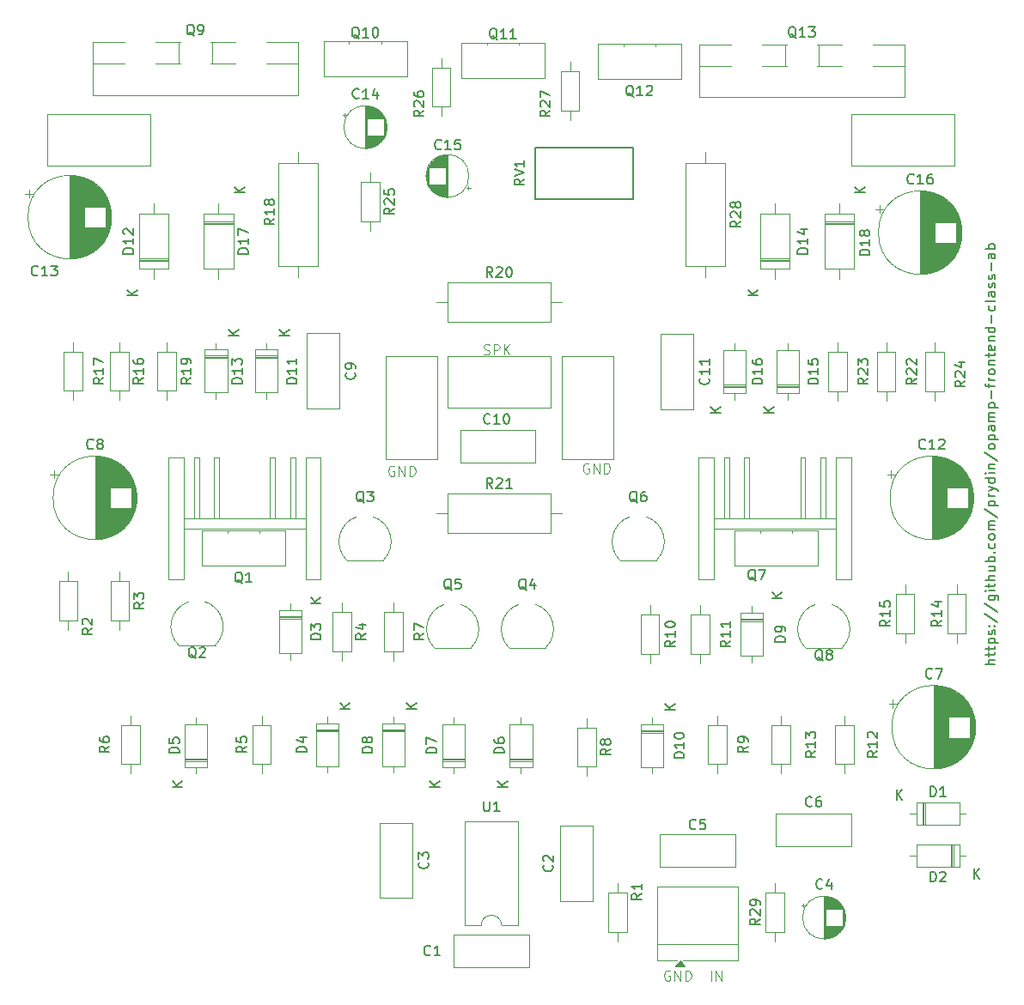
<source format=gbr>
%TF.GenerationSoftware,KiCad,Pcbnew,9.0.6*%
%TF.CreationDate,2025-11-13T08:04:48-05:00*%
%TF.ProjectId,opamp-front,6f70616d-702d-4667-926f-6e742e6b6963,rev?*%
%TF.SameCoordinates,Original*%
%TF.FileFunction,Legend,Top*%
%TF.FilePolarity,Positive*%
%FSLAX46Y46*%
G04 Gerber Fmt 4.6, Leading zero omitted, Abs format (unit mm)*
G04 Created by KiCad (PCBNEW 9.0.6) date 2025-11-13 08:04:48*
%MOMM*%
%LPD*%
G01*
G04 APERTURE LIST*
%ADD10C,0.100000*%
%ADD11C,0.200000*%
%ADD12C,0.150000*%
%ADD13C,0.120000*%
%ADD14C,0.127000*%
G04 APERTURE END LIST*
D10*
X90235693Y-81724038D02*
X90140455Y-81676419D01*
X90140455Y-81676419D02*
X89997598Y-81676419D01*
X89997598Y-81676419D02*
X89854741Y-81724038D01*
X89854741Y-81724038D02*
X89759503Y-81819276D01*
X89759503Y-81819276D02*
X89711884Y-81914514D01*
X89711884Y-81914514D02*
X89664265Y-82104990D01*
X89664265Y-82104990D02*
X89664265Y-82247847D01*
X89664265Y-82247847D02*
X89711884Y-82438323D01*
X89711884Y-82438323D02*
X89759503Y-82533561D01*
X89759503Y-82533561D02*
X89854741Y-82628800D01*
X89854741Y-82628800D02*
X89997598Y-82676419D01*
X89997598Y-82676419D02*
X90092836Y-82676419D01*
X90092836Y-82676419D02*
X90235693Y-82628800D01*
X90235693Y-82628800D02*
X90283312Y-82581180D01*
X90283312Y-82581180D02*
X90283312Y-82247847D01*
X90283312Y-82247847D02*
X90092836Y-82247847D01*
X90711884Y-82676419D02*
X90711884Y-81676419D01*
X90711884Y-81676419D02*
X91283312Y-82676419D01*
X91283312Y-82676419D02*
X91283312Y-81676419D01*
X91759503Y-82676419D02*
X91759503Y-81676419D01*
X91759503Y-81676419D02*
X91997598Y-81676419D01*
X91997598Y-81676419D02*
X92140455Y-81724038D01*
X92140455Y-81724038D02*
X92235693Y-81819276D01*
X92235693Y-81819276D02*
X92283312Y-81914514D01*
X92283312Y-81914514D02*
X92330931Y-82104990D01*
X92330931Y-82104990D02*
X92330931Y-82247847D01*
X92330931Y-82247847D02*
X92283312Y-82438323D01*
X92283312Y-82438323D02*
X92235693Y-82533561D01*
X92235693Y-82533561D02*
X92140455Y-82628800D01*
X92140455Y-82628800D02*
X91997598Y-82676419D01*
X91997598Y-82676419D02*
X91759503Y-82676419D01*
X109412693Y-81470038D02*
X109317455Y-81422419D01*
X109317455Y-81422419D02*
X109174598Y-81422419D01*
X109174598Y-81422419D02*
X109031741Y-81470038D01*
X109031741Y-81470038D02*
X108936503Y-81565276D01*
X108936503Y-81565276D02*
X108888884Y-81660514D01*
X108888884Y-81660514D02*
X108841265Y-81850990D01*
X108841265Y-81850990D02*
X108841265Y-81993847D01*
X108841265Y-81993847D02*
X108888884Y-82184323D01*
X108888884Y-82184323D02*
X108936503Y-82279561D01*
X108936503Y-82279561D02*
X109031741Y-82374800D01*
X109031741Y-82374800D02*
X109174598Y-82422419D01*
X109174598Y-82422419D02*
X109269836Y-82422419D01*
X109269836Y-82422419D02*
X109412693Y-82374800D01*
X109412693Y-82374800D02*
X109460312Y-82327180D01*
X109460312Y-82327180D02*
X109460312Y-81993847D01*
X109460312Y-81993847D02*
X109269836Y-81993847D01*
X109888884Y-82422419D02*
X109888884Y-81422419D01*
X109888884Y-81422419D02*
X110460312Y-82422419D01*
X110460312Y-82422419D02*
X110460312Y-81422419D01*
X110936503Y-82422419D02*
X110936503Y-81422419D01*
X110936503Y-81422419D02*
X111174598Y-81422419D01*
X111174598Y-81422419D02*
X111317455Y-81470038D01*
X111317455Y-81470038D02*
X111412693Y-81565276D01*
X111412693Y-81565276D02*
X111460312Y-81660514D01*
X111460312Y-81660514D02*
X111507931Y-81850990D01*
X111507931Y-81850990D02*
X111507931Y-81993847D01*
X111507931Y-81993847D02*
X111460312Y-82184323D01*
X111460312Y-82184323D02*
X111412693Y-82279561D01*
X111412693Y-82279561D02*
X111317455Y-82374800D01*
X111317455Y-82374800D02*
X111174598Y-82422419D01*
X111174598Y-82422419D02*
X110936503Y-82422419D01*
X117413693Y-131508038D02*
X117318455Y-131460419D01*
X117318455Y-131460419D02*
X117175598Y-131460419D01*
X117175598Y-131460419D02*
X117032741Y-131508038D01*
X117032741Y-131508038D02*
X116937503Y-131603276D01*
X116937503Y-131603276D02*
X116889884Y-131698514D01*
X116889884Y-131698514D02*
X116842265Y-131888990D01*
X116842265Y-131888990D02*
X116842265Y-132031847D01*
X116842265Y-132031847D02*
X116889884Y-132222323D01*
X116889884Y-132222323D02*
X116937503Y-132317561D01*
X116937503Y-132317561D02*
X117032741Y-132412800D01*
X117032741Y-132412800D02*
X117175598Y-132460419D01*
X117175598Y-132460419D02*
X117270836Y-132460419D01*
X117270836Y-132460419D02*
X117413693Y-132412800D01*
X117413693Y-132412800D02*
X117461312Y-132365180D01*
X117461312Y-132365180D02*
X117461312Y-132031847D01*
X117461312Y-132031847D02*
X117270836Y-132031847D01*
X117889884Y-132460419D02*
X117889884Y-131460419D01*
X117889884Y-131460419D02*
X118461312Y-132460419D01*
X118461312Y-132460419D02*
X118461312Y-131460419D01*
X118937503Y-132460419D02*
X118937503Y-131460419D01*
X118937503Y-131460419D02*
X119175598Y-131460419D01*
X119175598Y-131460419D02*
X119318455Y-131508038D01*
X119318455Y-131508038D02*
X119413693Y-131603276D01*
X119413693Y-131603276D02*
X119461312Y-131698514D01*
X119461312Y-131698514D02*
X119508931Y-131888990D01*
X119508931Y-131888990D02*
X119508931Y-132031847D01*
X119508931Y-132031847D02*
X119461312Y-132222323D01*
X119461312Y-132222323D02*
X119413693Y-132317561D01*
X119413693Y-132317561D02*
X119318455Y-132412800D01*
X119318455Y-132412800D02*
X119175598Y-132460419D01*
X119175598Y-132460419D02*
X118937503Y-132460419D01*
X99062265Y-70663800D02*
X99205122Y-70711419D01*
X99205122Y-70711419D02*
X99443217Y-70711419D01*
X99443217Y-70711419D02*
X99538455Y-70663800D01*
X99538455Y-70663800D02*
X99586074Y-70616180D01*
X99586074Y-70616180D02*
X99633693Y-70520942D01*
X99633693Y-70520942D02*
X99633693Y-70425704D01*
X99633693Y-70425704D02*
X99586074Y-70330466D01*
X99586074Y-70330466D02*
X99538455Y-70282847D01*
X99538455Y-70282847D02*
X99443217Y-70235228D01*
X99443217Y-70235228D02*
X99252741Y-70187609D01*
X99252741Y-70187609D02*
X99157503Y-70139990D01*
X99157503Y-70139990D02*
X99109884Y-70092371D01*
X99109884Y-70092371D02*
X99062265Y-69997133D01*
X99062265Y-69997133D02*
X99062265Y-69901895D01*
X99062265Y-69901895D02*
X99109884Y-69806657D01*
X99109884Y-69806657D02*
X99157503Y-69759038D01*
X99157503Y-69759038D02*
X99252741Y-69711419D01*
X99252741Y-69711419D02*
X99490836Y-69711419D01*
X99490836Y-69711419D02*
X99633693Y-69759038D01*
X100062265Y-70711419D02*
X100062265Y-69711419D01*
X100062265Y-69711419D02*
X100443217Y-69711419D01*
X100443217Y-69711419D02*
X100538455Y-69759038D01*
X100538455Y-69759038D02*
X100586074Y-69806657D01*
X100586074Y-69806657D02*
X100633693Y-69901895D01*
X100633693Y-69901895D02*
X100633693Y-70044752D01*
X100633693Y-70044752D02*
X100586074Y-70139990D01*
X100586074Y-70139990D02*
X100538455Y-70187609D01*
X100538455Y-70187609D02*
X100443217Y-70235228D01*
X100443217Y-70235228D02*
X100062265Y-70235228D01*
X101062265Y-70711419D02*
X101062265Y-69711419D01*
X101633693Y-70711419D02*
X101205122Y-70139990D01*
X101633693Y-69711419D02*
X101062265Y-70282847D01*
D11*
X149473219Y-101230326D02*
X148473219Y-101230326D01*
X149473219Y-100801755D02*
X148949409Y-100801755D01*
X148949409Y-100801755D02*
X148854171Y-100849374D01*
X148854171Y-100849374D02*
X148806552Y-100944612D01*
X148806552Y-100944612D02*
X148806552Y-101087469D01*
X148806552Y-101087469D02*
X148854171Y-101182707D01*
X148854171Y-101182707D02*
X148901790Y-101230326D01*
X148806552Y-100468421D02*
X148806552Y-100087469D01*
X148473219Y-100325564D02*
X149330361Y-100325564D01*
X149330361Y-100325564D02*
X149425600Y-100277945D01*
X149425600Y-100277945D02*
X149473219Y-100182707D01*
X149473219Y-100182707D02*
X149473219Y-100087469D01*
X148806552Y-99896992D02*
X148806552Y-99516040D01*
X148473219Y-99754135D02*
X149330361Y-99754135D01*
X149330361Y-99754135D02*
X149425600Y-99706516D01*
X149425600Y-99706516D02*
X149473219Y-99611278D01*
X149473219Y-99611278D02*
X149473219Y-99516040D01*
X148806552Y-99182706D02*
X149806552Y-99182706D01*
X148854171Y-99182706D02*
X148806552Y-99087468D01*
X148806552Y-99087468D02*
X148806552Y-98896992D01*
X148806552Y-98896992D02*
X148854171Y-98801754D01*
X148854171Y-98801754D02*
X148901790Y-98754135D01*
X148901790Y-98754135D02*
X148997028Y-98706516D01*
X148997028Y-98706516D02*
X149282742Y-98706516D01*
X149282742Y-98706516D02*
X149377980Y-98754135D01*
X149377980Y-98754135D02*
X149425600Y-98801754D01*
X149425600Y-98801754D02*
X149473219Y-98896992D01*
X149473219Y-98896992D02*
X149473219Y-99087468D01*
X149473219Y-99087468D02*
X149425600Y-99182706D01*
X149425600Y-98325563D02*
X149473219Y-98230325D01*
X149473219Y-98230325D02*
X149473219Y-98039849D01*
X149473219Y-98039849D02*
X149425600Y-97944611D01*
X149425600Y-97944611D02*
X149330361Y-97896992D01*
X149330361Y-97896992D02*
X149282742Y-97896992D01*
X149282742Y-97896992D02*
X149187504Y-97944611D01*
X149187504Y-97944611D02*
X149139885Y-98039849D01*
X149139885Y-98039849D02*
X149139885Y-98182706D01*
X149139885Y-98182706D02*
X149092266Y-98277944D01*
X149092266Y-98277944D02*
X148997028Y-98325563D01*
X148997028Y-98325563D02*
X148949409Y-98325563D01*
X148949409Y-98325563D02*
X148854171Y-98277944D01*
X148854171Y-98277944D02*
X148806552Y-98182706D01*
X148806552Y-98182706D02*
X148806552Y-98039849D01*
X148806552Y-98039849D02*
X148854171Y-97944611D01*
X149377980Y-97468420D02*
X149425600Y-97420801D01*
X149425600Y-97420801D02*
X149473219Y-97468420D01*
X149473219Y-97468420D02*
X149425600Y-97516039D01*
X149425600Y-97516039D02*
X149377980Y-97468420D01*
X149377980Y-97468420D02*
X149473219Y-97468420D01*
X148854171Y-97468420D02*
X148901790Y-97420801D01*
X148901790Y-97420801D02*
X148949409Y-97468420D01*
X148949409Y-97468420D02*
X148901790Y-97516039D01*
X148901790Y-97516039D02*
X148854171Y-97468420D01*
X148854171Y-97468420D02*
X148949409Y-97468420D01*
X148425600Y-96277945D02*
X149711314Y-97135087D01*
X148425600Y-95230326D02*
X149711314Y-96087468D01*
X148806552Y-94468421D02*
X149616076Y-94468421D01*
X149616076Y-94468421D02*
X149711314Y-94516040D01*
X149711314Y-94516040D02*
X149758933Y-94563659D01*
X149758933Y-94563659D02*
X149806552Y-94658897D01*
X149806552Y-94658897D02*
X149806552Y-94801754D01*
X149806552Y-94801754D02*
X149758933Y-94896992D01*
X149425600Y-94468421D02*
X149473219Y-94563659D01*
X149473219Y-94563659D02*
X149473219Y-94754135D01*
X149473219Y-94754135D02*
X149425600Y-94849373D01*
X149425600Y-94849373D02*
X149377980Y-94896992D01*
X149377980Y-94896992D02*
X149282742Y-94944611D01*
X149282742Y-94944611D02*
X148997028Y-94944611D01*
X148997028Y-94944611D02*
X148901790Y-94896992D01*
X148901790Y-94896992D02*
X148854171Y-94849373D01*
X148854171Y-94849373D02*
X148806552Y-94754135D01*
X148806552Y-94754135D02*
X148806552Y-94563659D01*
X148806552Y-94563659D02*
X148854171Y-94468421D01*
X149473219Y-93992230D02*
X148806552Y-93992230D01*
X148473219Y-93992230D02*
X148520838Y-94039849D01*
X148520838Y-94039849D02*
X148568457Y-93992230D01*
X148568457Y-93992230D02*
X148520838Y-93944611D01*
X148520838Y-93944611D02*
X148473219Y-93992230D01*
X148473219Y-93992230D02*
X148568457Y-93992230D01*
X148806552Y-93658897D02*
X148806552Y-93277945D01*
X148473219Y-93516040D02*
X149330361Y-93516040D01*
X149330361Y-93516040D02*
X149425600Y-93468421D01*
X149425600Y-93468421D02*
X149473219Y-93373183D01*
X149473219Y-93373183D02*
X149473219Y-93277945D01*
X149473219Y-92944611D02*
X148473219Y-92944611D01*
X149473219Y-92516040D02*
X148949409Y-92516040D01*
X148949409Y-92516040D02*
X148854171Y-92563659D01*
X148854171Y-92563659D02*
X148806552Y-92658897D01*
X148806552Y-92658897D02*
X148806552Y-92801754D01*
X148806552Y-92801754D02*
X148854171Y-92896992D01*
X148854171Y-92896992D02*
X148901790Y-92944611D01*
X148806552Y-91611278D02*
X149473219Y-91611278D01*
X148806552Y-92039849D02*
X149330361Y-92039849D01*
X149330361Y-92039849D02*
X149425600Y-91992230D01*
X149425600Y-91992230D02*
X149473219Y-91896992D01*
X149473219Y-91896992D02*
X149473219Y-91754135D01*
X149473219Y-91754135D02*
X149425600Y-91658897D01*
X149425600Y-91658897D02*
X149377980Y-91611278D01*
X149473219Y-91135087D02*
X148473219Y-91135087D01*
X148854171Y-91135087D02*
X148806552Y-91039849D01*
X148806552Y-91039849D02*
X148806552Y-90849373D01*
X148806552Y-90849373D02*
X148854171Y-90754135D01*
X148854171Y-90754135D02*
X148901790Y-90706516D01*
X148901790Y-90706516D02*
X148997028Y-90658897D01*
X148997028Y-90658897D02*
X149282742Y-90658897D01*
X149282742Y-90658897D02*
X149377980Y-90706516D01*
X149377980Y-90706516D02*
X149425600Y-90754135D01*
X149425600Y-90754135D02*
X149473219Y-90849373D01*
X149473219Y-90849373D02*
X149473219Y-91039849D01*
X149473219Y-91039849D02*
X149425600Y-91135087D01*
X149377980Y-90230325D02*
X149425600Y-90182706D01*
X149425600Y-90182706D02*
X149473219Y-90230325D01*
X149473219Y-90230325D02*
X149425600Y-90277944D01*
X149425600Y-90277944D02*
X149377980Y-90230325D01*
X149377980Y-90230325D02*
X149473219Y-90230325D01*
X149425600Y-89325564D02*
X149473219Y-89420802D01*
X149473219Y-89420802D02*
X149473219Y-89611278D01*
X149473219Y-89611278D02*
X149425600Y-89706516D01*
X149425600Y-89706516D02*
X149377980Y-89754135D01*
X149377980Y-89754135D02*
X149282742Y-89801754D01*
X149282742Y-89801754D02*
X148997028Y-89801754D01*
X148997028Y-89801754D02*
X148901790Y-89754135D01*
X148901790Y-89754135D02*
X148854171Y-89706516D01*
X148854171Y-89706516D02*
X148806552Y-89611278D01*
X148806552Y-89611278D02*
X148806552Y-89420802D01*
X148806552Y-89420802D02*
X148854171Y-89325564D01*
X149473219Y-88754135D02*
X149425600Y-88849373D01*
X149425600Y-88849373D02*
X149377980Y-88896992D01*
X149377980Y-88896992D02*
X149282742Y-88944611D01*
X149282742Y-88944611D02*
X148997028Y-88944611D01*
X148997028Y-88944611D02*
X148901790Y-88896992D01*
X148901790Y-88896992D02*
X148854171Y-88849373D01*
X148854171Y-88849373D02*
X148806552Y-88754135D01*
X148806552Y-88754135D02*
X148806552Y-88611278D01*
X148806552Y-88611278D02*
X148854171Y-88516040D01*
X148854171Y-88516040D02*
X148901790Y-88468421D01*
X148901790Y-88468421D02*
X148997028Y-88420802D01*
X148997028Y-88420802D02*
X149282742Y-88420802D01*
X149282742Y-88420802D02*
X149377980Y-88468421D01*
X149377980Y-88468421D02*
X149425600Y-88516040D01*
X149425600Y-88516040D02*
X149473219Y-88611278D01*
X149473219Y-88611278D02*
X149473219Y-88754135D01*
X149473219Y-87992230D02*
X148806552Y-87992230D01*
X148901790Y-87992230D02*
X148854171Y-87944611D01*
X148854171Y-87944611D02*
X148806552Y-87849373D01*
X148806552Y-87849373D02*
X148806552Y-87706516D01*
X148806552Y-87706516D02*
X148854171Y-87611278D01*
X148854171Y-87611278D02*
X148949409Y-87563659D01*
X148949409Y-87563659D02*
X149473219Y-87563659D01*
X148949409Y-87563659D02*
X148854171Y-87516040D01*
X148854171Y-87516040D02*
X148806552Y-87420802D01*
X148806552Y-87420802D02*
X148806552Y-87277945D01*
X148806552Y-87277945D02*
X148854171Y-87182706D01*
X148854171Y-87182706D02*
X148949409Y-87135087D01*
X148949409Y-87135087D02*
X149473219Y-87135087D01*
X148425600Y-85944612D02*
X149711314Y-86801754D01*
X148806552Y-85611278D02*
X149806552Y-85611278D01*
X148854171Y-85611278D02*
X148806552Y-85516040D01*
X148806552Y-85516040D02*
X148806552Y-85325564D01*
X148806552Y-85325564D02*
X148854171Y-85230326D01*
X148854171Y-85230326D02*
X148901790Y-85182707D01*
X148901790Y-85182707D02*
X148997028Y-85135088D01*
X148997028Y-85135088D02*
X149282742Y-85135088D01*
X149282742Y-85135088D02*
X149377980Y-85182707D01*
X149377980Y-85182707D02*
X149425600Y-85230326D01*
X149425600Y-85230326D02*
X149473219Y-85325564D01*
X149473219Y-85325564D02*
X149473219Y-85516040D01*
X149473219Y-85516040D02*
X149425600Y-85611278D01*
X149473219Y-84706516D02*
X148806552Y-84706516D01*
X148997028Y-84706516D02*
X148901790Y-84658897D01*
X148901790Y-84658897D02*
X148854171Y-84611278D01*
X148854171Y-84611278D02*
X148806552Y-84516040D01*
X148806552Y-84516040D02*
X148806552Y-84420802D01*
X148806552Y-84182706D02*
X149473219Y-83944611D01*
X148806552Y-83706516D02*
X149473219Y-83944611D01*
X149473219Y-83944611D02*
X149711314Y-84039849D01*
X149711314Y-84039849D02*
X149758933Y-84087468D01*
X149758933Y-84087468D02*
X149806552Y-84182706D01*
X149473219Y-82896992D02*
X148473219Y-82896992D01*
X149425600Y-82896992D02*
X149473219Y-82992230D01*
X149473219Y-82992230D02*
X149473219Y-83182706D01*
X149473219Y-83182706D02*
X149425600Y-83277944D01*
X149425600Y-83277944D02*
X149377980Y-83325563D01*
X149377980Y-83325563D02*
X149282742Y-83373182D01*
X149282742Y-83373182D02*
X148997028Y-83373182D01*
X148997028Y-83373182D02*
X148901790Y-83325563D01*
X148901790Y-83325563D02*
X148854171Y-83277944D01*
X148854171Y-83277944D02*
X148806552Y-83182706D01*
X148806552Y-83182706D02*
X148806552Y-82992230D01*
X148806552Y-82992230D02*
X148854171Y-82896992D01*
X149473219Y-82420801D02*
X148806552Y-82420801D01*
X148473219Y-82420801D02*
X148520838Y-82468420D01*
X148520838Y-82468420D02*
X148568457Y-82420801D01*
X148568457Y-82420801D02*
X148520838Y-82373182D01*
X148520838Y-82373182D02*
X148473219Y-82420801D01*
X148473219Y-82420801D02*
X148568457Y-82420801D01*
X148806552Y-81944611D02*
X149473219Y-81944611D01*
X148901790Y-81944611D02*
X148854171Y-81896992D01*
X148854171Y-81896992D02*
X148806552Y-81801754D01*
X148806552Y-81801754D02*
X148806552Y-81658897D01*
X148806552Y-81658897D02*
X148854171Y-81563659D01*
X148854171Y-81563659D02*
X148949409Y-81516040D01*
X148949409Y-81516040D02*
X149473219Y-81516040D01*
X148425600Y-80325564D02*
X149711314Y-81182706D01*
X149473219Y-79849373D02*
X149425600Y-79944611D01*
X149425600Y-79944611D02*
X149377980Y-79992230D01*
X149377980Y-79992230D02*
X149282742Y-80039849D01*
X149282742Y-80039849D02*
X148997028Y-80039849D01*
X148997028Y-80039849D02*
X148901790Y-79992230D01*
X148901790Y-79992230D02*
X148854171Y-79944611D01*
X148854171Y-79944611D02*
X148806552Y-79849373D01*
X148806552Y-79849373D02*
X148806552Y-79706516D01*
X148806552Y-79706516D02*
X148854171Y-79611278D01*
X148854171Y-79611278D02*
X148901790Y-79563659D01*
X148901790Y-79563659D02*
X148997028Y-79516040D01*
X148997028Y-79516040D02*
X149282742Y-79516040D01*
X149282742Y-79516040D02*
X149377980Y-79563659D01*
X149377980Y-79563659D02*
X149425600Y-79611278D01*
X149425600Y-79611278D02*
X149473219Y-79706516D01*
X149473219Y-79706516D02*
X149473219Y-79849373D01*
X148806552Y-79087468D02*
X149806552Y-79087468D01*
X148854171Y-79087468D02*
X148806552Y-78992230D01*
X148806552Y-78992230D02*
X148806552Y-78801754D01*
X148806552Y-78801754D02*
X148854171Y-78706516D01*
X148854171Y-78706516D02*
X148901790Y-78658897D01*
X148901790Y-78658897D02*
X148997028Y-78611278D01*
X148997028Y-78611278D02*
X149282742Y-78611278D01*
X149282742Y-78611278D02*
X149377980Y-78658897D01*
X149377980Y-78658897D02*
X149425600Y-78706516D01*
X149425600Y-78706516D02*
X149473219Y-78801754D01*
X149473219Y-78801754D02*
X149473219Y-78992230D01*
X149473219Y-78992230D02*
X149425600Y-79087468D01*
X149473219Y-77754135D02*
X148949409Y-77754135D01*
X148949409Y-77754135D02*
X148854171Y-77801754D01*
X148854171Y-77801754D02*
X148806552Y-77896992D01*
X148806552Y-77896992D02*
X148806552Y-78087468D01*
X148806552Y-78087468D02*
X148854171Y-78182706D01*
X149425600Y-77754135D02*
X149473219Y-77849373D01*
X149473219Y-77849373D02*
X149473219Y-78087468D01*
X149473219Y-78087468D02*
X149425600Y-78182706D01*
X149425600Y-78182706D02*
X149330361Y-78230325D01*
X149330361Y-78230325D02*
X149235123Y-78230325D01*
X149235123Y-78230325D02*
X149139885Y-78182706D01*
X149139885Y-78182706D02*
X149092266Y-78087468D01*
X149092266Y-78087468D02*
X149092266Y-77849373D01*
X149092266Y-77849373D02*
X149044647Y-77754135D01*
X149473219Y-77277944D02*
X148806552Y-77277944D01*
X148901790Y-77277944D02*
X148854171Y-77230325D01*
X148854171Y-77230325D02*
X148806552Y-77135087D01*
X148806552Y-77135087D02*
X148806552Y-76992230D01*
X148806552Y-76992230D02*
X148854171Y-76896992D01*
X148854171Y-76896992D02*
X148949409Y-76849373D01*
X148949409Y-76849373D02*
X149473219Y-76849373D01*
X148949409Y-76849373D02*
X148854171Y-76801754D01*
X148854171Y-76801754D02*
X148806552Y-76706516D01*
X148806552Y-76706516D02*
X148806552Y-76563659D01*
X148806552Y-76563659D02*
X148854171Y-76468420D01*
X148854171Y-76468420D02*
X148949409Y-76420801D01*
X148949409Y-76420801D02*
X149473219Y-76420801D01*
X148806552Y-75944611D02*
X149806552Y-75944611D01*
X148854171Y-75944611D02*
X148806552Y-75849373D01*
X148806552Y-75849373D02*
X148806552Y-75658897D01*
X148806552Y-75658897D02*
X148854171Y-75563659D01*
X148854171Y-75563659D02*
X148901790Y-75516040D01*
X148901790Y-75516040D02*
X148997028Y-75468421D01*
X148997028Y-75468421D02*
X149282742Y-75468421D01*
X149282742Y-75468421D02*
X149377980Y-75516040D01*
X149377980Y-75516040D02*
X149425600Y-75563659D01*
X149425600Y-75563659D02*
X149473219Y-75658897D01*
X149473219Y-75658897D02*
X149473219Y-75849373D01*
X149473219Y-75849373D02*
X149425600Y-75944611D01*
X149092266Y-75039849D02*
X149092266Y-74277945D01*
X148806552Y-73944611D02*
X148806552Y-73563659D01*
X149473219Y-73801754D02*
X148616076Y-73801754D01*
X148616076Y-73801754D02*
X148520838Y-73754135D01*
X148520838Y-73754135D02*
X148473219Y-73658897D01*
X148473219Y-73658897D02*
X148473219Y-73563659D01*
X149473219Y-73230325D02*
X148806552Y-73230325D01*
X148997028Y-73230325D02*
X148901790Y-73182706D01*
X148901790Y-73182706D02*
X148854171Y-73135087D01*
X148854171Y-73135087D02*
X148806552Y-73039849D01*
X148806552Y-73039849D02*
X148806552Y-72944611D01*
X149473219Y-72468420D02*
X149425600Y-72563658D01*
X149425600Y-72563658D02*
X149377980Y-72611277D01*
X149377980Y-72611277D02*
X149282742Y-72658896D01*
X149282742Y-72658896D02*
X148997028Y-72658896D01*
X148997028Y-72658896D02*
X148901790Y-72611277D01*
X148901790Y-72611277D02*
X148854171Y-72563658D01*
X148854171Y-72563658D02*
X148806552Y-72468420D01*
X148806552Y-72468420D02*
X148806552Y-72325563D01*
X148806552Y-72325563D02*
X148854171Y-72230325D01*
X148854171Y-72230325D02*
X148901790Y-72182706D01*
X148901790Y-72182706D02*
X148997028Y-72135087D01*
X148997028Y-72135087D02*
X149282742Y-72135087D01*
X149282742Y-72135087D02*
X149377980Y-72182706D01*
X149377980Y-72182706D02*
X149425600Y-72230325D01*
X149425600Y-72230325D02*
X149473219Y-72325563D01*
X149473219Y-72325563D02*
X149473219Y-72468420D01*
X148806552Y-71706515D02*
X149473219Y-71706515D01*
X148901790Y-71706515D02*
X148854171Y-71658896D01*
X148854171Y-71658896D02*
X148806552Y-71563658D01*
X148806552Y-71563658D02*
X148806552Y-71420801D01*
X148806552Y-71420801D02*
X148854171Y-71325563D01*
X148854171Y-71325563D02*
X148949409Y-71277944D01*
X148949409Y-71277944D02*
X149473219Y-71277944D01*
X148806552Y-70944610D02*
X148806552Y-70563658D01*
X148473219Y-70801753D02*
X149330361Y-70801753D01*
X149330361Y-70801753D02*
X149425600Y-70754134D01*
X149425600Y-70754134D02*
X149473219Y-70658896D01*
X149473219Y-70658896D02*
X149473219Y-70563658D01*
X149425600Y-69849372D02*
X149473219Y-69944610D01*
X149473219Y-69944610D02*
X149473219Y-70135086D01*
X149473219Y-70135086D02*
X149425600Y-70230324D01*
X149425600Y-70230324D02*
X149330361Y-70277943D01*
X149330361Y-70277943D02*
X148949409Y-70277943D01*
X148949409Y-70277943D02*
X148854171Y-70230324D01*
X148854171Y-70230324D02*
X148806552Y-70135086D01*
X148806552Y-70135086D02*
X148806552Y-69944610D01*
X148806552Y-69944610D02*
X148854171Y-69849372D01*
X148854171Y-69849372D02*
X148949409Y-69801753D01*
X148949409Y-69801753D02*
X149044647Y-69801753D01*
X149044647Y-69801753D02*
X149139885Y-70277943D01*
X148806552Y-69373181D02*
X149473219Y-69373181D01*
X148901790Y-69373181D02*
X148854171Y-69325562D01*
X148854171Y-69325562D02*
X148806552Y-69230324D01*
X148806552Y-69230324D02*
X148806552Y-69087467D01*
X148806552Y-69087467D02*
X148854171Y-68992229D01*
X148854171Y-68992229D02*
X148949409Y-68944610D01*
X148949409Y-68944610D02*
X149473219Y-68944610D01*
X149473219Y-68039848D02*
X148473219Y-68039848D01*
X149425600Y-68039848D02*
X149473219Y-68135086D01*
X149473219Y-68135086D02*
X149473219Y-68325562D01*
X149473219Y-68325562D02*
X149425600Y-68420800D01*
X149425600Y-68420800D02*
X149377980Y-68468419D01*
X149377980Y-68468419D02*
X149282742Y-68516038D01*
X149282742Y-68516038D02*
X148997028Y-68516038D01*
X148997028Y-68516038D02*
X148901790Y-68468419D01*
X148901790Y-68468419D02*
X148854171Y-68420800D01*
X148854171Y-68420800D02*
X148806552Y-68325562D01*
X148806552Y-68325562D02*
X148806552Y-68135086D01*
X148806552Y-68135086D02*
X148854171Y-68039848D01*
X149092266Y-67563657D02*
X149092266Y-66801753D01*
X149425600Y-65896991D02*
X149473219Y-65992229D01*
X149473219Y-65992229D02*
X149473219Y-66182705D01*
X149473219Y-66182705D02*
X149425600Y-66277943D01*
X149425600Y-66277943D02*
X149377980Y-66325562D01*
X149377980Y-66325562D02*
X149282742Y-66373181D01*
X149282742Y-66373181D02*
X148997028Y-66373181D01*
X148997028Y-66373181D02*
X148901790Y-66325562D01*
X148901790Y-66325562D02*
X148854171Y-66277943D01*
X148854171Y-66277943D02*
X148806552Y-66182705D01*
X148806552Y-66182705D02*
X148806552Y-65992229D01*
X148806552Y-65992229D02*
X148854171Y-65896991D01*
X149473219Y-65325562D02*
X149425600Y-65420800D01*
X149425600Y-65420800D02*
X149330361Y-65468419D01*
X149330361Y-65468419D02*
X148473219Y-65468419D01*
X149473219Y-64516038D02*
X148949409Y-64516038D01*
X148949409Y-64516038D02*
X148854171Y-64563657D01*
X148854171Y-64563657D02*
X148806552Y-64658895D01*
X148806552Y-64658895D02*
X148806552Y-64849371D01*
X148806552Y-64849371D02*
X148854171Y-64944609D01*
X149425600Y-64516038D02*
X149473219Y-64611276D01*
X149473219Y-64611276D02*
X149473219Y-64849371D01*
X149473219Y-64849371D02*
X149425600Y-64944609D01*
X149425600Y-64944609D02*
X149330361Y-64992228D01*
X149330361Y-64992228D02*
X149235123Y-64992228D01*
X149235123Y-64992228D02*
X149139885Y-64944609D01*
X149139885Y-64944609D02*
X149092266Y-64849371D01*
X149092266Y-64849371D02*
X149092266Y-64611276D01*
X149092266Y-64611276D02*
X149044647Y-64516038D01*
X149425600Y-64087466D02*
X149473219Y-63992228D01*
X149473219Y-63992228D02*
X149473219Y-63801752D01*
X149473219Y-63801752D02*
X149425600Y-63706514D01*
X149425600Y-63706514D02*
X149330361Y-63658895D01*
X149330361Y-63658895D02*
X149282742Y-63658895D01*
X149282742Y-63658895D02*
X149187504Y-63706514D01*
X149187504Y-63706514D02*
X149139885Y-63801752D01*
X149139885Y-63801752D02*
X149139885Y-63944609D01*
X149139885Y-63944609D02*
X149092266Y-64039847D01*
X149092266Y-64039847D02*
X148997028Y-64087466D01*
X148997028Y-64087466D02*
X148949409Y-64087466D01*
X148949409Y-64087466D02*
X148854171Y-64039847D01*
X148854171Y-64039847D02*
X148806552Y-63944609D01*
X148806552Y-63944609D02*
X148806552Y-63801752D01*
X148806552Y-63801752D02*
X148854171Y-63706514D01*
X149425600Y-63277942D02*
X149473219Y-63182704D01*
X149473219Y-63182704D02*
X149473219Y-62992228D01*
X149473219Y-62992228D02*
X149425600Y-62896990D01*
X149425600Y-62896990D02*
X149330361Y-62849371D01*
X149330361Y-62849371D02*
X149282742Y-62849371D01*
X149282742Y-62849371D02*
X149187504Y-62896990D01*
X149187504Y-62896990D02*
X149139885Y-62992228D01*
X149139885Y-62992228D02*
X149139885Y-63135085D01*
X149139885Y-63135085D02*
X149092266Y-63230323D01*
X149092266Y-63230323D02*
X148997028Y-63277942D01*
X148997028Y-63277942D02*
X148949409Y-63277942D01*
X148949409Y-63277942D02*
X148854171Y-63230323D01*
X148854171Y-63230323D02*
X148806552Y-63135085D01*
X148806552Y-63135085D02*
X148806552Y-62992228D01*
X148806552Y-62992228D02*
X148854171Y-62896990D01*
X149092266Y-62420799D02*
X149092266Y-61658895D01*
X149473219Y-60754133D02*
X148949409Y-60754133D01*
X148949409Y-60754133D02*
X148854171Y-60801752D01*
X148854171Y-60801752D02*
X148806552Y-60896990D01*
X148806552Y-60896990D02*
X148806552Y-61087466D01*
X148806552Y-61087466D02*
X148854171Y-61182704D01*
X149425600Y-60754133D02*
X149473219Y-60849371D01*
X149473219Y-60849371D02*
X149473219Y-61087466D01*
X149473219Y-61087466D02*
X149425600Y-61182704D01*
X149425600Y-61182704D02*
X149330361Y-61230323D01*
X149330361Y-61230323D02*
X149235123Y-61230323D01*
X149235123Y-61230323D02*
X149139885Y-61182704D01*
X149139885Y-61182704D02*
X149092266Y-61087466D01*
X149092266Y-61087466D02*
X149092266Y-60849371D01*
X149092266Y-60849371D02*
X149044647Y-60754133D01*
X149473219Y-60277942D02*
X148473219Y-60277942D01*
X148854171Y-60277942D02*
X148806552Y-60182704D01*
X148806552Y-60182704D02*
X148806552Y-59992228D01*
X148806552Y-59992228D02*
X148854171Y-59896990D01*
X148854171Y-59896990D02*
X148901790Y-59849371D01*
X148901790Y-59849371D02*
X148997028Y-59801752D01*
X148997028Y-59801752D02*
X149282742Y-59801752D01*
X149282742Y-59801752D02*
X149377980Y-59849371D01*
X149377980Y-59849371D02*
X149425600Y-59896990D01*
X149425600Y-59896990D02*
X149473219Y-59992228D01*
X149473219Y-59992228D02*
X149473219Y-60182704D01*
X149473219Y-60182704D02*
X149425600Y-60277942D01*
D10*
X121461884Y-132460419D02*
X121461884Y-131460419D01*
X121938074Y-132460419D02*
X121938074Y-131460419D01*
X121938074Y-131460419D02*
X122509502Y-132460419D01*
X122509502Y-132460419D02*
X122509502Y-131460419D01*
D12*
X126296819Y-126372857D02*
X125820628Y-126706190D01*
X126296819Y-126944285D02*
X125296819Y-126944285D01*
X125296819Y-126944285D02*
X125296819Y-126563333D01*
X125296819Y-126563333D02*
X125344438Y-126468095D01*
X125344438Y-126468095D02*
X125392057Y-126420476D01*
X125392057Y-126420476D02*
X125487295Y-126372857D01*
X125487295Y-126372857D02*
X125630152Y-126372857D01*
X125630152Y-126372857D02*
X125725390Y-126420476D01*
X125725390Y-126420476D02*
X125773009Y-126468095D01*
X125773009Y-126468095D02*
X125820628Y-126563333D01*
X125820628Y-126563333D02*
X125820628Y-126944285D01*
X125392057Y-125991904D02*
X125344438Y-125944285D01*
X125344438Y-125944285D02*
X125296819Y-125849047D01*
X125296819Y-125849047D02*
X125296819Y-125610952D01*
X125296819Y-125610952D02*
X125344438Y-125515714D01*
X125344438Y-125515714D02*
X125392057Y-125468095D01*
X125392057Y-125468095D02*
X125487295Y-125420476D01*
X125487295Y-125420476D02*
X125582533Y-125420476D01*
X125582533Y-125420476D02*
X125725390Y-125468095D01*
X125725390Y-125468095D02*
X126296819Y-126039523D01*
X126296819Y-126039523D02*
X126296819Y-125420476D01*
X126296819Y-124944285D02*
X126296819Y-124753809D01*
X126296819Y-124753809D02*
X126249200Y-124658571D01*
X126249200Y-124658571D02*
X126201580Y-124610952D01*
X126201580Y-124610952D02*
X126058723Y-124515714D01*
X126058723Y-124515714D02*
X125868247Y-124468095D01*
X125868247Y-124468095D02*
X125487295Y-124468095D01*
X125487295Y-124468095D02*
X125392057Y-124515714D01*
X125392057Y-124515714D02*
X125344438Y-124563333D01*
X125344438Y-124563333D02*
X125296819Y-124658571D01*
X125296819Y-124658571D02*
X125296819Y-124849047D01*
X125296819Y-124849047D02*
X125344438Y-124944285D01*
X125344438Y-124944285D02*
X125392057Y-124991904D01*
X125392057Y-124991904D02*
X125487295Y-125039523D01*
X125487295Y-125039523D02*
X125725390Y-125039523D01*
X125725390Y-125039523D02*
X125820628Y-124991904D01*
X125820628Y-124991904D02*
X125868247Y-124944285D01*
X125868247Y-124944285D02*
X125915866Y-124849047D01*
X125915866Y-124849047D02*
X125915866Y-124658571D01*
X125915866Y-124658571D02*
X125868247Y-124563333D01*
X125868247Y-124563333D02*
X125820628Y-124515714D01*
X125820628Y-124515714D02*
X125725390Y-124468095D01*
X99941142Y-83894819D02*
X99607809Y-83418628D01*
X99369714Y-83894819D02*
X99369714Y-82894819D01*
X99369714Y-82894819D02*
X99750666Y-82894819D01*
X99750666Y-82894819D02*
X99845904Y-82942438D01*
X99845904Y-82942438D02*
X99893523Y-82990057D01*
X99893523Y-82990057D02*
X99941142Y-83085295D01*
X99941142Y-83085295D02*
X99941142Y-83228152D01*
X99941142Y-83228152D02*
X99893523Y-83323390D01*
X99893523Y-83323390D02*
X99845904Y-83371009D01*
X99845904Y-83371009D02*
X99750666Y-83418628D01*
X99750666Y-83418628D02*
X99369714Y-83418628D01*
X100322095Y-82990057D02*
X100369714Y-82942438D01*
X100369714Y-82942438D02*
X100464952Y-82894819D01*
X100464952Y-82894819D02*
X100703047Y-82894819D01*
X100703047Y-82894819D02*
X100798285Y-82942438D01*
X100798285Y-82942438D02*
X100845904Y-82990057D01*
X100845904Y-82990057D02*
X100893523Y-83085295D01*
X100893523Y-83085295D02*
X100893523Y-83180533D01*
X100893523Y-83180533D02*
X100845904Y-83323390D01*
X100845904Y-83323390D02*
X100274476Y-83894819D01*
X100274476Y-83894819D02*
X100893523Y-83894819D01*
X101845904Y-83894819D02*
X101274476Y-83894819D01*
X101560190Y-83894819D02*
X101560190Y-82894819D01*
X101560190Y-82894819D02*
X101464952Y-83037676D01*
X101464952Y-83037676D02*
X101369714Y-83132914D01*
X101369714Y-83132914D02*
X101274476Y-83180533D01*
X70543761Y-39243057D02*
X70448523Y-39195438D01*
X70448523Y-39195438D02*
X70353285Y-39100200D01*
X70353285Y-39100200D02*
X70210428Y-38957342D01*
X70210428Y-38957342D02*
X70115190Y-38909723D01*
X70115190Y-38909723D02*
X70019952Y-38909723D01*
X70067571Y-39147819D02*
X69972333Y-39100200D01*
X69972333Y-39100200D02*
X69877095Y-39004961D01*
X69877095Y-39004961D02*
X69829476Y-38814485D01*
X69829476Y-38814485D02*
X69829476Y-38481152D01*
X69829476Y-38481152D02*
X69877095Y-38290676D01*
X69877095Y-38290676D02*
X69972333Y-38195438D01*
X69972333Y-38195438D02*
X70067571Y-38147819D01*
X70067571Y-38147819D02*
X70258047Y-38147819D01*
X70258047Y-38147819D02*
X70353285Y-38195438D01*
X70353285Y-38195438D02*
X70448523Y-38290676D01*
X70448523Y-38290676D02*
X70496142Y-38481152D01*
X70496142Y-38481152D02*
X70496142Y-38814485D01*
X70496142Y-38814485D02*
X70448523Y-39004961D01*
X70448523Y-39004961D02*
X70353285Y-39100200D01*
X70353285Y-39100200D02*
X70258047Y-39147819D01*
X70258047Y-39147819D02*
X70067571Y-39147819D01*
X70972333Y-39147819D02*
X71162809Y-39147819D01*
X71162809Y-39147819D02*
X71258047Y-39100200D01*
X71258047Y-39100200D02*
X71305666Y-39052580D01*
X71305666Y-39052580D02*
X71400904Y-38909723D01*
X71400904Y-38909723D02*
X71448523Y-38719247D01*
X71448523Y-38719247D02*
X71448523Y-38338295D01*
X71448523Y-38338295D02*
X71400904Y-38243057D01*
X71400904Y-38243057D02*
X71353285Y-38195438D01*
X71353285Y-38195438D02*
X71258047Y-38147819D01*
X71258047Y-38147819D02*
X71067571Y-38147819D01*
X71067571Y-38147819D02*
X70972333Y-38195438D01*
X70972333Y-38195438D02*
X70924714Y-38243057D01*
X70924714Y-38243057D02*
X70877095Y-38338295D01*
X70877095Y-38338295D02*
X70877095Y-38576390D01*
X70877095Y-38576390D02*
X70924714Y-38671628D01*
X70924714Y-38671628D02*
X70972333Y-38719247D01*
X70972333Y-38719247D02*
X71067571Y-38766866D01*
X71067571Y-38766866D02*
X71258047Y-38766866D01*
X71258047Y-38766866D02*
X71353285Y-38719247D01*
X71353285Y-38719247D02*
X71400904Y-38671628D01*
X71400904Y-38671628D02*
X71448523Y-38576390D01*
X105813580Y-121070666D02*
X105861200Y-121118285D01*
X105861200Y-121118285D02*
X105908819Y-121261142D01*
X105908819Y-121261142D02*
X105908819Y-121356380D01*
X105908819Y-121356380D02*
X105861200Y-121499237D01*
X105861200Y-121499237D02*
X105765961Y-121594475D01*
X105765961Y-121594475D02*
X105670723Y-121642094D01*
X105670723Y-121642094D02*
X105480247Y-121689713D01*
X105480247Y-121689713D02*
X105337390Y-121689713D01*
X105337390Y-121689713D02*
X105146914Y-121642094D01*
X105146914Y-121642094D02*
X105051676Y-121594475D01*
X105051676Y-121594475D02*
X104956438Y-121499237D01*
X104956438Y-121499237D02*
X104908819Y-121356380D01*
X104908819Y-121356380D02*
X104908819Y-121261142D01*
X104908819Y-121261142D02*
X104956438Y-121118285D01*
X104956438Y-121118285D02*
X105004057Y-121070666D01*
X105004057Y-120689713D02*
X104956438Y-120642094D01*
X104956438Y-120642094D02*
X104908819Y-120546856D01*
X104908819Y-120546856D02*
X104908819Y-120308761D01*
X104908819Y-120308761D02*
X104956438Y-120213523D01*
X104956438Y-120213523D02*
X105004057Y-120165904D01*
X105004057Y-120165904D02*
X105099295Y-120118285D01*
X105099295Y-120118285D02*
X105194533Y-120118285D01*
X105194533Y-120118285D02*
X105337390Y-120165904D01*
X105337390Y-120165904D02*
X105908819Y-120737332D01*
X105908819Y-120737332D02*
X105908819Y-120118285D01*
X83004819Y-98782094D02*
X82004819Y-98782094D01*
X82004819Y-98782094D02*
X82004819Y-98543999D01*
X82004819Y-98543999D02*
X82052438Y-98401142D01*
X82052438Y-98401142D02*
X82147676Y-98305904D01*
X82147676Y-98305904D02*
X82242914Y-98258285D01*
X82242914Y-98258285D02*
X82433390Y-98210666D01*
X82433390Y-98210666D02*
X82576247Y-98210666D01*
X82576247Y-98210666D02*
X82766723Y-98258285D01*
X82766723Y-98258285D02*
X82861961Y-98305904D01*
X82861961Y-98305904D02*
X82957200Y-98401142D01*
X82957200Y-98401142D02*
X83004819Y-98543999D01*
X83004819Y-98543999D02*
X83004819Y-98782094D01*
X82004819Y-97877332D02*
X82004819Y-97258285D01*
X82004819Y-97258285D02*
X82385771Y-97591618D01*
X82385771Y-97591618D02*
X82385771Y-97448761D01*
X82385771Y-97448761D02*
X82433390Y-97353523D01*
X82433390Y-97353523D02*
X82481009Y-97305904D01*
X82481009Y-97305904D02*
X82576247Y-97258285D01*
X82576247Y-97258285D02*
X82814342Y-97258285D01*
X82814342Y-97258285D02*
X82909580Y-97305904D01*
X82909580Y-97305904D02*
X82957200Y-97353523D01*
X82957200Y-97353523D02*
X83004819Y-97448761D01*
X83004819Y-97448761D02*
X83004819Y-97734475D01*
X83004819Y-97734475D02*
X82957200Y-97829713D01*
X82957200Y-97829713D02*
X82909580Y-97877332D01*
X83004819Y-95257904D02*
X82004819Y-95257904D01*
X83004819Y-94686476D02*
X82433390Y-95115047D01*
X82004819Y-94686476D02*
X82576247Y-95257904D01*
X90258819Y-56268857D02*
X89782628Y-56602190D01*
X90258819Y-56840285D02*
X89258819Y-56840285D01*
X89258819Y-56840285D02*
X89258819Y-56459333D01*
X89258819Y-56459333D02*
X89306438Y-56364095D01*
X89306438Y-56364095D02*
X89354057Y-56316476D01*
X89354057Y-56316476D02*
X89449295Y-56268857D01*
X89449295Y-56268857D02*
X89592152Y-56268857D01*
X89592152Y-56268857D02*
X89687390Y-56316476D01*
X89687390Y-56316476D02*
X89735009Y-56364095D01*
X89735009Y-56364095D02*
X89782628Y-56459333D01*
X89782628Y-56459333D02*
X89782628Y-56840285D01*
X89354057Y-55887904D02*
X89306438Y-55840285D01*
X89306438Y-55840285D02*
X89258819Y-55745047D01*
X89258819Y-55745047D02*
X89258819Y-55506952D01*
X89258819Y-55506952D02*
X89306438Y-55411714D01*
X89306438Y-55411714D02*
X89354057Y-55364095D01*
X89354057Y-55364095D02*
X89449295Y-55316476D01*
X89449295Y-55316476D02*
X89544533Y-55316476D01*
X89544533Y-55316476D02*
X89687390Y-55364095D01*
X89687390Y-55364095D02*
X90258819Y-55935523D01*
X90258819Y-55935523D02*
X90258819Y-55316476D01*
X89258819Y-54411714D02*
X89258819Y-54887904D01*
X89258819Y-54887904D02*
X89735009Y-54935523D01*
X89735009Y-54935523D02*
X89687390Y-54887904D01*
X89687390Y-54887904D02*
X89639771Y-54792666D01*
X89639771Y-54792666D02*
X89639771Y-54554571D01*
X89639771Y-54554571D02*
X89687390Y-54459333D01*
X89687390Y-54459333D02*
X89735009Y-54411714D01*
X89735009Y-54411714D02*
X89830247Y-54364095D01*
X89830247Y-54364095D02*
X90068342Y-54364095D01*
X90068342Y-54364095D02*
X90163580Y-54411714D01*
X90163580Y-54411714D02*
X90211200Y-54459333D01*
X90211200Y-54459333D02*
X90258819Y-54554571D01*
X90258819Y-54554571D02*
X90258819Y-54792666D01*
X90258819Y-54792666D02*
X90211200Y-54887904D01*
X90211200Y-54887904D02*
X90163580Y-54935523D01*
X105610819Y-46616857D02*
X105134628Y-46950190D01*
X105610819Y-47188285D02*
X104610819Y-47188285D01*
X104610819Y-47188285D02*
X104610819Y-46807333D01*
X104610819Y-46807333D02*
X104658438Y-46712095D01*
X104658438Y-46712095D02*
X104706057Y-46664476D01*
X104706057Y-46664476D02*
X104801295Y-46616857D01*
X104801295Y-46616857D02*
X104944152Y-46616857D01*
X104944152Y-46616857D02*
X105039390Y-46664476D01*
X105039390Y-46664476D02*
X105087009Y-46712095D01*
X105087009Y-46712095D02*
X105134628Y-46807333D01*
X105134628Y-46807333D02*
X105134628Y-47188285D01*
X104706057Y-46235904D02*
X104658438Y-46188285D01*
X104658438Y-46188285D02*
X104610819Y-46093047D01*
X104610819Y-46093047D02*
X104610819Y-45854952D01*
X104610819Y-45854952D02*
X104658438Y-45759714D01*
X104658438Y-45759714D02*
X104706057Y-45712095D01*
X104706057Y-45712095D02*
X104801295Y-45664476D01*
X104801295Y-45664476D02*
X104896533Y-45664476D01*
X104896533Y-45664476D02*
X105039390Y-45712095D01*
X105039390Y-45712095D02*
X105610819Y-46283523D01*
X105610819Y-46283523D02*
X105610819Y-45664476D01*
X104610819Y-45331142D02*
X104610819Y-44664476D01*
X104610819Y-44664476D02*
X105610819Y-45093047D01*
X99687142Y-77448580D02*
X99639523Y-77496200D01*
X99639523Y-77496200D02*
X99496666Y-77543819D01*
X99496666Y-77543819D02*
X99401428Y-77543819D01*
X99401428Y-77543819D02*
X99258571Y-77496200D01*
X99258571Y-77496200D02*
X99163333Y-77400961D01*
X99163333Y-77400961D02*
X99115714Y-77305723D01*
X99115714Y-77305723D02*
X99068095Y-77115247D01*
X99068095Y-77115247D02*
X99068095Y-76972390D01*
X99068095Y-76972390D02*
X99115714Y-76781914D01*
X99115714Y-76781914D02*
X99163333Y-76686676D01*
X99163333Y-76686676D02*
X99258571Y-76591438D01*
X99258571Y-76591438D02*
X99401428Y-76543819D01*
X99401428Y-76543819D02*
X99496666Y-76543819D01*
X99496666Y-76543819D02*
X99639523Y-76591438D01*
X99639523Y-76591438D02*
X99687142Y-76639057D01*
X100639523Y-77543819D02*
X100068095Y-77543819D01*
X100353809Y-77543819D02*
X100353809Y-76543819D01*
X100353809Y-76543819D02*
X100258571Y-76686676D01*
X100258571Y-76686676D02*
X100163333Y-76781914D01*
X100163333Y-76781914D02*
X100068095Y-76829533D01*
X101258571Y-76543819D02*
X101353809Y-76543819D01*
X101353809Y-76543819D02*
X101449047Y-76591438D01*
X101449047Y-76591438D02*
X101496666Y-76639057D01*
X101496666Y-76639057D02*
X101544285Y-76734295D01*
X101544285Y-76734295D02*
X101591904Y-76924771D01*
X101591904Y-76924771D02*
X101591904Y-77162866D01*
X101591904Y-77162866D02*
X101544285Y-77353342D01*
X101544285Y-77353342D02*
X101496666Y-77448580D01*
X101496666Y-77448580D02*
X101449047Y-77496200D01*
X101449047Y-77496200D02*
X101353809Y-77543819D01*
X101353809Y-77543819D02*
X101258571Y-77543819D01*
X101258571Y-77543819D02*
X101163333Y-77496200D01*
X101163333Y-77496200D02*
X101115714Y-77448580D01*
X101115714Y-77448580D02*
X101068095Y-77353342D01*
X101068095Y-77353342D02*
X101020476Y-77162866D01*
X101020476Y-77162866D02*
X101020476Y-76924771D01*
X101020476Y-76924771D02*
X101068095Y-76734295D01*
X101068095Y-76734295D02*
X101115714Y-76639057D01*
X101115714Y-76639057D02*
X101163333Y-76591438D01*
X101163333Y-76591438D02*
X101258571Y-76543819D01*
X143079230Y-114304144D02*
X143079230Y-113304144D01*
X143079230Y-113304144D02*
X143317325Y-113304144D01*
X143317325Y-113304144D02*
X143460182Y-113351763D01*
X143460182Y-113351763D02*
X143555420Y-113447001D01*
X143555420Y-113447001D02*
X143603039Y-113542239D01*
X143603039Y-113542239D02*
X143650658Y-113732715D01*
X143650658Y-113732715D02*
X143650658Y-113875572D01*
X143650658Y-113875572D02*
X143603039Y-114066048D01*
X143603039Y-114066048D02*
X143555420Y-114161286D01*
X143555420Y-114161286D02*
X143460182Y-114256525D01*
X143460182Y-114256525D02*
X143317325Y-114304144D01*
X143317325Y-114304144D02*
X143079230Y-114304144D01*
X144603039Y-114304144D02*
X144031611Y-114304144D01*
X144317325Y-114304144D02*
X144317325Y-113304144D01*
X144317325Y-113304144D02*
X144222087Y-113447001D01*
X144222087Y-113447001D02*
X144126849Y-113542239D01*
X144126849Y-113542239D02*
X144031611Y-113589858D01*
X139745420Y-114624144D02*
X139745420Y-113624144D01*
X140316848Y-114624144D02*
X139888277Y-114052715D01*
X140316848Y-113624144D02*
X139745420Y-114195572D01*
X93813333Y-129899580D02*
X93765714Y-129947200D01*
X93765714Y-129947200D02*
X93622857Y-129994819D01*
X93622857Y-129994819D02*
X93527619Y-129994819D01*
X93527619Y-129994819D02*
X93384762Y-129947200D01*
X93384762Y-129947200D02*
X93289524Y-129851961D01*
X93289524Y-129851961D02*
X93241905Y-129756723D01*
X93241905Y-129756723D02*
X93194286Y-129566247D01*
X93194286Y-129566247D02*
X93194286Y-129423390D01*
X93194286Y-129423390D02*
X93241905Y-129232914D01*
X93241905Y-129232914D02*
X93289524Y-129137676D01*
X93289524Y-129137676D02*
X93384762Y-129042438D01*
X93384762Y-129042438D02*
X93527619Y-128994819D01*
X93527619Y-128994819D02*
X93622857Y-128994819D01*
X93622857Y-128994819D02*
X93765714Y-129042438D01*
X93765714Y-129042438D02*
X93813333Y-129090057D01*
X94765714Y-129994819D02*
X94194286Y-129994819D01*
X94480000Y-129994819D02*
X94480000Y-128994819D01*
X94480000Y-128994819D02*
X94384762Y-129137676D01*
X94384762Y-129137676D02*
X94289524Y-129232914D01*
X94289524Y-129232914D02*
X94194286Y-129280533D01*
X75849819Y-60750285D02*
X74849819Y-60750285D01*
X74849819Y-60750285D02*
X74849819Y-60512190D01*
X74849819Y-60512190D02*
X74897438Y-60369333D01*
X74897438Y-60369333D02*
X74992676Y-60274095D01*
X74992676Y-60274095D02*
X75087914Y-60226476D01*
X75087914Y-60226476D02*
X75278390Y-60178857D01*
X75278390Y-60178857D02*
X75421247Y-60178857D01*
X75421247Y-60178857D02*
X75611723Y-60226476D01*
X75611723Y-60226476D02*
X75706961Y-60274095D01*
X75706961Y-60274095D02*
X75802200Y-60369333D01*
X75802200Y-60369333D02*
X75849819Y-60512190D01*
X75849819Y-60512190D02*
X75849819Y-60750285D01*
X75849819Y-59226476D02*
X75849819Y-59797904D01*
X75849819Y-59512190D02*
X74849819Y-59512190D01*
X74849819Y-59512190D02*
X74992676Y-59607428D01*
X74992676Y-59607428D02*
X75087914Y-59702666D01*
X75087914Y-59702666D02*
X75135533Y-59797904D01*
X74849819Y-58893142D02*
X74849819Y-58226476D01*
X74849819Y-58226476D02*
X75849819Y-58655047D01*
X75479819Y-54717904D02*
X74479819Y-54717904D01*
X75479819Y-54146476D02*
X74908390Y-54575047D01*
X74479819Y-54146476D02*
X75051247Y-54717904D01*
X144203819Y-96908857D02*
X143727628Y-97242190D01*
X144203819Y-97480285D02*
X143203819Y-97480285D01*
X143203819Y-97480285D02*
X143203819Y-97099333D01*
X143203819Y-97099333D02*
X143251438Y-97004095D01*
X143251438Y-97004095D02*
X143299057Y-96956476D01*
X143299057Y-96956476D02*
X143394295Y-96908857D01*
X143394295Y-96908857D02*
X143537152Y-96908857D01*
X143537152Y-96908857D02*
X143632390Y-96956476D01*
X143632390Y-96956476D02*
X143680009Y-97004095D01*
X143680009Y-97004095D02*
X143727628Y-97099333D01*
X143727628Y-97099333D02*
X143727628Y-97480285D01*
X144203819Y-95956476D02*
X144203819Y-96527904D01*
X144203819Y-96242190D02*
X143203819Y-96242190D01*
X143203819Y-96242190D02*
X143346676Y-96337428D01*
X143346676Y-96337428D02*
X143441914Y-96432666D01*
X143441914Y-96432666D02*
X143489533Y-96527904D01*
X143537152Y-95099333D02*
X144203819Y-95099333D01*
X143156200Y-95337428D02*
X143870485Y-95575523D01*
X143870485Y-95575523D02*
X143870485Y-94956476D01*
X95916761Y-93940057D02*
X95821523Y-93892438D01*
X95821523Y-93892438D02*
X95726285Y-93797200D01*
X95726285Y-93797200D02*
X95583428Y-93654342D01*
X95583428Y-93654342D02*
X95488190Y-93606723D01*
X95488190Y-93606723D02*
X95392952Y-93606723D01*
X95440571Y-93844819D02*
X95345333Y-93797200D01*
X95345333Y-93797200D02*
X95250095Y-93701961D01*
X95250095Y-93701961D02*
X95202476Y-93511485D01*
X95202476Y-93511485D02*
X95202476Y-93178152D01*
X95202476Y-93178152D02*
X95250095Y-92987676D01*
X95250095Y-92987676D02*
X95345333Y-92892438D01*
X95345333Y-92892438D02*
X95440571Y-92844819D01*
X95440571Y-92844819D02*
X95631047Y-92844819D01*
X95631047Y-92844819D02*
X95726285Y-92892438D01*
X95726285Y-92892438D02*
X95821523Y-92987676D01*
X95821523Y-92987676D02*
X95869142Y-93178152D01*
X95869142Y-93178152D02*
X95869142Y-93511485D01*
X95869142Y-93511485D02*
X95821523Y-93701961D01*
X95821523Y-93701961D02*
X95726285Y-93797200D01*
X95726285Y-93797200D02*
X95631047Y-93844819D01*
X95631047Y-93844819D02*
X95440571Y-93844819D01*
X96773904Y-92844819D02*
X96297714Y-92844819D01*
X96297714Y-92844819D02*
X96250095Y-93321009D01*
X96250095Y-93321009D02*
X96297714Y-93273390D01*
X96297714Y-93273390D02*
X96392952Y-93225771D01*
X96392952Y-93225771D02*
X96631047Y-93225771D01*
X96631047Y-93225771D02*
X96726285Y-93273390D01*
X96726285Y-93273390D02*
X96773904Y-93321009D01*
X96773904Y-93321009D02*
X96821523Y-93416247D01*
X96821523Y-93416247D02*
X96821523Y-93654342D01*
X96821523Y-93654342D02*
X96773904Y-93749580D01*
X96773904Y-93749580D02*
X96726285Y-93797200D01*
X96726285Y-93797200D02*
X96631047Y-93844819D01*
X96631047Y-93844819D02*
X96392952Y-93844819D01*
X96392952Y-93844819D02*
X96297714Y-93797200D01*
X96297714Y-93797200D02*
X96250095Y-93749580D01*
X64532819Y-60750285D02*
X63532819Y-60750285D01*
X63532819Y-60750285D02*
X63532819Y-60512190D01*
X63532819Y-60512190D02*
X63580438Y-60369333D01*
X63580438Y-60369333D02*
X63675676Y-60274095D01*
X63675676Y-60274095D02*
X63770914Y-60226476D01*
X63770914Y-60226476D02*
X63961390Y-60178857D01*
X63961390Y-60178857D02*
X64104247Y-60178857D01*
X64104247Y-60178857D02*
X64294723Y-60226476D01*
X64294723Y-60226476D02*
X64389961Y-60274095D01*
X64389961Y-60274095D02*
X64485200Y-60369333D01*
X64485200Y-60369333D02*
X64532819Y-60512190D01*
X64532819Y-60512190D02*
X64532819Y-60750285D01*
X64532819Y-59226476D02*
X64532819Y-59797904D01*
X64532819Y-59512190D02*
X63532819Y-59512190D01*
X63532819Y-59512190D02*
X63675676Y-59607428D01*
X63675676Y-59607428D02*
X63770914Y-59702666D01*
X63770914Y-59702666D02*
X63818533Y-59797904D01*
X63628057Y-58845523D02*
X63580438Y-58797904D01*
X63580438Y-58797904D02*
X63532819Y-58702666D01*
X63532819Y-58702666D02*
X63532819Y-58464571D01*
X63532819Y-58464571D02*
X63580438Y-58369333D01*
X63580438Y-58369333D02*
X63628057Y-58321714D01*
X63628057Y-58321714D02*
X63723295Y-58274095D01*
X63723295Y-58274095D02*
X63818533Y-58274095D01*
X63818533Y-58274095D02*
X63961390Y-58321714D01*
X63961390Y-58321714D02*
X64532819Y-58893142D01*
X64532819Y-58893142D02*
X64532819Y-58274095D01*
X64902819Y-64877904D02*
X63902819Y-64877904D01*
X64902819Y-64306476D02*
X64331390Y-64735047D01*
X63902819Y-64306476D02*
X64474247Y-64877904D01*
X143240007Y-102569905D02*
X143192388Y-102617525D01*
X143192388Y-102617525D02*
X143049531Y-102665144D01*
X143049531Y-102665144D02*
X142954293Y-102665144D01*
X142954293Y-102665144D02*
X142811436Y-102617525D01*
X142811436Y-102617525D02*
X142716198Y-102522286D01*
X142716198Y-102522286D02*
X142668579Y-102427048D01*
X142668579Y-102427048D02*
X142620960Y-102236572D01*
X142620960Y-102236572D02*
X142620960Y-102093715D01*
X142620960Y-102093715D02*
X142668579Y-101903239D01*
X142668579Y-101903239D02*
X142716198Y-101808001D01*
X142716198Y-101808001D02*
X142811436Y-101712763D01*
X142811436Y-101712763D02*
X142954293Y-101665144D01*
X142954293Y-101665144D02*
X143049531Y-101665144D01*
X143049531Y-101665144D02*
X143192388Y-101712763D01*
X143192388Y-101712763D02*
X143240007Y-101760382D01*
X143573341Y-101665144D02*
X144240007Y-101665144D01*
X144240007Y-101665144D02*
X143811436Y-102665144D01*
X93164819Y-46616857D02*
X92688628Y-46950190D01*
X93164819Y-47188285D02*
X92164819Y-47188285D01*
X92164819Y-47188285D02*
X92164819Y-46807333D01*
X92164819Y-46807333D02*
X92212438Y-46712095D01*
X92212438Y-46712095D02*
X92260057Y-46664476D01*
X92260057Y-46664476D02*
X92355295Y-46616857D01*
X92355295Y-46616857D02*
X92498152Y-46616857D01*
X92498152Y-46616857D02*
X92593390Y-46664476D01*
X92593390Y-46664476D02*
X92641009Y-46712095D01*
X92641009Y-46712095D02*
X92688628Y-46807333D01*
X92688628Y-46807333D02*
X92688628Y-47188285D01*
X92260057Y-46235904D02*
X92212438Y-46188285D01*
X92212438Y-46188285D02*
X92164819Y-46093047D01*
X92164819Y-46093047D02*
X92164819Y-45854952D01*
X92164819Y-45854952D02*
X92212438Y-45759714D01*
X92212438Y-45759714D02*
X92260057Y-45712095D01*
X92260057Y-45712095D02*
X92355295Y-45664476D01*
X92355295Y-45664476D02*
X92450533Y-45664476D01*
X92450533Y-45664476D02*
X92593390Y-45712095D01*
X92593390Y-45712095D02*
X93164819Y-46283523D01*
X93164819Y-46283523D02*
X93164819Y-45664476D01*
X92164819Y-44807333D02*
X92164819Y-44997809D01*
X92164819Y-44997809D02*
X92212438Y-45093047D01*
X92212438Y-45093047D02*
X92260057Y-45140666D01*
X92260057Y-45140666D02*
X92402914Y-45235904D01*
X92402914Y-45235904D02*
X92593390Y-45283523D01*
X92593390Y-45283523D02*
X92974342Y-45283523D01*
X92974342Y-45283523D02*
X93069580Y-45235904D01*
X93069580Y-45235904D02*
X93117200Y-45188285D01*
X93117200Y-45188285D02*
X93164819Y-45093047D01*
X93164819Y-45093047D02*
X93164819Y-44902571D01*
X93164819Y-44902571D02*
X93117200Y-44807333D01*
X93117200Y-44807333D02*
X93069580Y-44759714D01*
X93069580Y-44759714D02*
X92974342Y-44712095D01*
X92974342Y-44712095D02*
X92736247Y-44712095D01*
X92736247Y-44712095D02*
X92641009Y-44759714D01*
X92641009Y-44759714D02*
X92593390Y-44807333D01*
X92593390Y-44807333D02*
X92545771Y-44902571D01*
X92545771Y-44902571D02*
X92545771Y-45093047D01*
X92545771Y-45093047D02*
X92593390Y-45188285D01*
X92593390Y-45188285D02*
X92641009Y-45235904D01*
X92641009Y-45235904D02*
X92736247Y-45283523D01*
X137868819Y-109822857D02*
X137392628Y-110156190D01*
X137868819Y-110394285D02*
X136868819Y-110394285D01*
X136868819Y-110394285D02*
X136868819Y-110013333D01*
X136868819Y-110013333D02*
X136916438Y-109918095D01*
X136916438Y-109918095D02*
X136964057Y-109870476D01*
X136964057Y-109870476D02*
X137059295Y-109822857D01*
X137059295Y-109822857D02*
X137202152Y-109822857D01*
X137202152Y-109822857D02*
X137297390Y-109870476D01*
X137297390Y-109870476D02*
X137345009Y-109918095D01*
X137345009Y-109918095D02*
X137392628Y-110013333D01*
X137392628Y-110013333D02*
X137392628Y-110394285D01*
X137868819Y-108870476D02*
X137868819Y-109441904D01*
X137868819Y-109156190D02*
X136868819Y-109156190D01*
X136868819Y-109156190D02*
X137011676Y-109251428D01*
X137011676Y-109251428D02*
X137106914Y-109346666D01*
X137106914Y-109346666D02*
X137154533Y-109441904D01*
X136964057Y-108489523D02*
X136916438Y-108441904D01*
X136916438Y-108441904D02*
X136868819Y-108346666D01*
X136868819Y-108346666D02*
X136868819Y-108108571D01*
X136868819Y-108108571D02*
X136916438Y-108013333D01*
X136916438Y-108013333D02*
X136964057Y-107965714D01*
X136964057Y-107965714D02*
X137059295Y-107918095D01*
X137059295Y-107918095D02*
X137154533Y-107918095D01*
X137154533Y-107918095D02*
X137297390Y-107965714D01*
X137297390Y-107965714D02*
X137868819Y-108537142D01*
X137868819Y-108537142D02*
X137868819Y-107918095D01*
X126530819Y-73604285D02*
X125530819Y-73604285D01*
X125530819Y-73604285D02*
X125530819Y-73366190D01*
X125530819Y-73366190D02*
X125578438Y-73223333D01*
X125578438Y-73223333D02*
X125673676Y-73128095D01*
X125673676Y-73128095D02*
X125768914Y-73080476D01*
X125768914Y-73080476D02*
X125959390Y-73032857D01*
X125959390Y-73032857D02*
X126102247Y-73032857D01*
X126102247Y-73032857D02*
X126292723Y-73080476D01*
X126292723Y-73080476D02*
X126387961Y-73128095D01*
X126387961Y-73128095D02*
X126483200Y-73223333D01*
X126483200Y-73223333D02*
X126530819Y-73366190D01*
X126530819Y-73366190D02*
X126530819Y-73604285D01*
X126530819Y-72080476D02*
X126530819Y-72651904D01*
X126530819Y-72366190D02*
X125530819Y-72366190D01*
X125530819Y-72366190D02*
X125673676Y-72461428D01*
X125673676Y-72461428D02*
X125768914Y-72556666D01*
X125768914Y-72556666D02*
X125816533Y-72651904D01*
X125530819Y-71223333D02*
X125530819Y-71413809D01*
X125530819Y-71413809D02*
X125578438Y-71509047D01*
X125578438Y-71509047D02*
X125626057Y-71556666D01*
X125626057Y-71556666D02*
X125768914Y-71651904D01*
X125768914Y-71651904D02*
X125959390Y-71699523D01*
X125959390Y-71699523D02*
X126340342Y-71699523D01*
X126340342Y-71699523D02*
X126435580Y-71651904D01*
X126435580Y-71651904D02*
X126483200Y-71604285D01*
X126483200Y-71604285D02*
X126530819Y-71509047D01*
X126530819Y-71509047D02*
X126530819Y-71318571D01*
X126530819Y-71318571D02*
X126483200Y-71223333D01*
X126483200Y-71223333D02*
X126435580Y-71175714D01*
X126435580Y-71175714D02*
X126340342Y-71128095D01*
X126340342Y-71128095D02*
X126102247Y-71128095D01*
X126102247Y-71128095D02*
X126007009Y-71175714D01*
X126007009Y-71175714D02*
X125959390Y-71223333D01*
X125959390Y-71223333D02*
X125911771Y-71318571D01*
X125911771Y-71318571D02*
X125911771Y-71509047D01*
X125911771Y-71509047D02*
X125959390Y-71604285D01*
X125959390Y-71604285D02*
X126007009Y-71651904D01*
X126007009Y-71651904D02*
X126102247Y-71699523D01*
X122444819Y-76461904D02*
X121444819Y-76461904D01*
X122444819Y-75890476D02*
X121873390Y-76319047D01*
X121444819Y-75890476D02*
X122016247Y-76461904D01*
X128790819Y-99036094D02*
X127790819Y-99036094D01*
X127790819Y-99036094D02*
X127790819Y-98797999D01*
X127790819Y-98797999D02*
X127838438Y-98655142D01*
X127838438Y-98655142D02*
X127933676Y-98559904D01*
X127933676Y-98559904D02*
X128028914Y-98512285D01*
X128028914Y-98512285D02*
X128219390Y-98464666D01*
X128219390Y-98464666D02*
X128362247Y-98464666D01*
X128362247Y-98464666D02*
X128552723Y-98512285D01*
X128552723Y-98512285D02*
X128647961Y-98559904D01*
X128647961Y-98559904D02*
X128743200Y-98655142D01*
X128743200Y-98655142D02*
X128790819Y-98797999D01*
X128790819Y-98797999D02*
X128790819Y-99036094D01*
X128790819Y-97988475D02*
X128790819Y-97797999D01*
X128790819Y-97797999D02*
X128743200Y-97702761D01*
X128743200Y-97702761D02*
X128695580Y-97655142D01*
X128695580Y-97655142D02*
X128552723Y-97559904D01*
X128552723Y-97559904D02*
X128362247Y-97512285D01*
X128362247Y-97512285D02*
X127981295Y-97512285D01*
X127981295Y-97512285D02*
X127886057Y-97559904D01*
X127886057Y-97559904D02*
X127838438Y-97607523D01*
X127838438Y-97607523D02*
X127790819Y-97702761D01*
X127790819Y-97702761D02*
X127790819Y-97893237D01*
X127790819Y-97893237D02*
X127838438Y-97988475D01*
X127838438Y-97988475D02*
X127886057Y-98036094D01*
X127886057Y-98036094D02*
X127981295Y-98083713D01*
X127981295Y-98083713D02*
X128219390Y-98083713D01*
X128219390Y-98083713D02*
X128314628Y-98036094D01*
X128314628Y-98036094D02*
X128362247Y-97988475D01*
X128362247Y-97988475D02*
X128409866Y-97893237D01*
X128409866Y-97893237D02*
X128409866Y-97702761D01*
X128409866Y-97702761D02*
X128362247Y-97607523D01*
X128362247Y-97607523D02*
X128314628Y-97559904D01*
X128314628Y-97559904D02*
X128219390Y-97512285D01*
X128470819Y-94749904D02*
X127470819Y-94749904D01*
X128470819Y-94178476D02*
X127899390Y-94607047D01*
X127470819Y-94178476D02*
X128042247Y-94749904D01*
X75292761Y-93260057D02*
X75197523Y-93212438D01*
X75197523Y-93212438D02*
X75102285Y-93117200D01*
X75102285Y-93117200D02*
X74959428Y-92974342D01*
X74959428Y-92974342D02*
X74864190Y-92926723D01*
X74864190Y-92926723D02*
X74768952Y-92926723D01*
X74816571Y-93164819D02*
X74721333Y-93117200D01*
X74721333Y-93117200D02*
X74626095Y-93021961D01*
X74626095Y-93021961D02*
X74578476Y-92831485D01*
X74578476Y-92831485D02*
X74578476Y-92498152D01*
X74578476Y-92498152D02*
X74626095Y-92307676D01*
X74626095Y-92307676D02*
X74721333Y-92212438D01*
X74721333Y-92212438D02*
X74816571Y-92164819D01*
X74816571Y-92164819D02*
X75007047Y-92164819D01*
X75007047Y-92164819D02*
X75102285Y-92212438D01*
X75102285Y-92212438D02*
X75197523Y-92307676D01*
X75197523Y-92307676D02*
X75245142Y-92498152D01*
X75245142Y-92498152D02*
X75245142Y-92831485D01*
X75245142Y-92831485D02*
X75197523Y-93021961D01*
X75197523Y-93021961D02*
X75102285Y-93117200D01*
X75102285Y-93117200D02*
X75007047Y-93164819D01*
X75007047Y-93164819D02*
X74816571Y-93164819D01*
X76197523Y-93164819D02*
X75626095Y-93164819D01*
X75911809Y-93164819D02*
X75911809Y-92164819D01*
X75911809Y-92164819D02*
X75816571Y-92307676D01*
X75816571Y-92307676D02*
X75721333Y-92402914D01*
X75721333Y-92402914D02*
X75626095Y-92450533D01*
X123390819Y-98940857D02*
X122914628Y-99274190D01*
X123390819Y-99512285D02*
X122390819Y-99512285D01*
X122390819Y-99512285D02*
X122390819Y-99131333D01*
X122390819Y-99131333D02*
X122438438Y-99036095D01*
X122438438Y-99036095D02*
X122486057Y-98988476D01*
X122486057Y-98988476D02*
X122581295Y-98940857D01*
X122581295Y-98940857D02*
X122724152Y-98940857D01*
X122724152Y-98940857D02*
X122819390Y-98988476D01*
X122819390Y-98988476D02*
X122867009Y-99036095D01*
X122867009Y-99036095D02*
X122914628Y-99131333D01*
X122914628Y-99131333D02*
X122914628Y-99512285D01*
X123390819Y-97988476D02*
X123390819Y-98559904D01*
X123390819Y-98274190D02*
X122390819Y-98274190D01*
X122390819Y-98274190D02*
X122533676Y-98369428D01*
X122533676Y-98369428D02*
X122628914Y-98464666D01*
X122628914Y-98464666D02*
X122676533Y-98559904D01*
X123390819Y-97036095D02*
X123390819Y-97607523D01*
X123390819Y-97321809D02*
X122390819Y-97321809D01*
X122390819Y-97321809D02*
X122533676Y-97417047D01*
X122533676Y-97417047D02*
X122628914Y-97512285D01*
X122628914Y-97512285D02*
X122676533Y-97607523D01*
X132448734Y-123347580D02*
X132401115Y-123395200D01*
X132401115Y-123395200D02*
X132258258Y-123442819D01*
X132258258Y-123442819D02*
X132163020Y-123442819D01*
X132163020Y-123442819D02*
X132020163Y-123395200D01*
X132020163Y-123395200D02*
X131924925Y-123299961D01*
X131924925Y-123299961D02*
X131877306Y-123204723D01*
X131877306Y-123204723D02*
X131829687Y-123014247D01*
X131829687Y-123014247D02*
X131829687Y-122871390D01*
X131829687Y-122871390D02*
X131877306Y-122680914D01*
X131877306Y-122680914D02*
X131924925Y-122585676D01*
X131924925Y-122585676D02*
X132020163Y-122490438D01*
X132020163Y-122490438D02*
X132163020Y-122442819D01*
X132163020Y-122442819D02*
X132258258Y-122442819D01*
X132258258Y-122442819D02*
X132401115Y-122490438D01*
X132401115Y-122490438D02*
X132448734Y-122538057D01*
X133305877Y-122776152D02*
X133305877Y-123442819D01*
X133067782Y-122395200D02*
X132829687Y-123109485D01*
X132829687Y-123109485D02*
X133448734Y-123109485D01*
X130999819Y-60750285D02*
X129999819Y-60750285D01*
X129999819Y-60750285D02*
X129999819Y-60512190D01*
X129999819Y-60512190D02*
X130047438Y-60369333D01*
X130047438Y-60369333D02*
X130142676Y-60274095D01*
X130142676Y-60274095D02*
X130237914Y-60226476D01*
X130237914Y-60226476D02*
X130428390Y-60178857D01*
X130428390Y-60178857D02*
X130571247Y-60178857D01*
X130571247Y-60178857D02*
X130761723Y-60226476D01*
X130761723Y-60226476D02*
X130856961Y-60274095D01*
X130856961Y-60274095D02*
X130952200Y-60369333D01*
X130952200Y-60369333D02*
X130999819Y-60512190D01*
X130999819Y-60512190D02*
X130999819Y-60750285D01*
X130999819Y-59226476D02*
X130999819Y-59797904D01*
X130999819Y-59512190D02*
X129999819Y-59512190D01*
X129999819Y-59512190D02*
X130142676Y-59607428D01*
X130142676Y-59607428D02*
X130237914Y-59702666D01*
X130237914Y-59702666D02*
X130285533Y-59797904D01*
X130333152Y-58369333D02*
X130999819Y-58369333D01*
X129952200Y-58607428D02*
X130666485Y-58845523D01*
X130666485Y-58845523D02*
X130666485Y-58226476D01*
X126105819Y-64877904D02*
X125105819Y-64877904D01*
X126105819Y-64306476D02*
X125534390Y-64735047D01*
X125105819Y-64306476D02*
X125677247Y-64877904D01*
X125099546Y-109346666D02*
X124623355Y-109679999D01*
X125099546Y-109918094D02*
X124099546Y-109918094D01*
X124099546Y-109918094D02*
X124099546Y-109537142D01*
X124099546Y-109537142D02*
X124147165Y-109441904D01*
X124147165Y-109441904D02*
X124194784Y-109394285D01*
X124194784Y-109394285D02*
X124290022Y-109346666D01*
X124290022Y-109346666D02*
X124432879Y-109346666D01*
X124432879Y-109346666D02*
X124528117Y-109394285D01*
X124528117Y-109394285D02*
X124575736Y-109441904D01*
X124575736Y-109441904D02*
X124623355Y-109537142D01*
X124623355Y-109537142D02*
X124623355Y-109918094D01*
X125099546Y-108870475D02*
X125099546Y-108679999D01*
X125099546Y-108679999D02*
X125051927Y-108584761D01*
X125051927Y-108584761D02*
X125004307Y-108537142D01*
X125004307Y-108537142D02*
X124861450Y-108441904D01*
X124861450Y-108441904D02*
X124670974Y-108394285D01*
X124670974Y-108394285D02*
X124290022Y-108394285D01*
X124290022Y-108394285D02*
X124194784Y-108441904D01*
X124194784Y-108441904D02*
X124147165Y-108489523D01*
X124147165Y-108489523D02*
X124099546Y-108584761D01*
X124099546Y-108584761D02*
X124099546Y-108775237D01*
X124099546Y-108775237D02*
X124147165Y-108870475D01*
X124147165Y-108870475D02*
X124194784Y-108918094D01*
X124194784Y-108918094D02*
X124290022Y-108965713D01*
X124290022Y-108965713D02*
X124528117Y-108965713D01*
X124528117Y-108965713D02*
X124623355Y-108918094D01*
X124623355Y-108918094D02*
X124670974Y-108870475D01*
X124670974Y-108870475D02*
X124718593Y-108775237D01*
X124718593Y-108775237D02*
X124718593Y-108584761D01*
X124718593Y-108584761D02*
X124670974Y-108489523D01*
X124670974Y-108489523D02*
X124623355Y-108441904D01*
X124623355Y-108441904D02*
X124528117Y-108394285D01*
X141724819Y-73032857D02*
X141248628Y-73366190D01*
X141724819Y-73604285D02*
X140724819Y-73604285D01*
X140724819Y-73604285D02*
X140724819Y-73223333D01*
X140724819Y-73223333D02*
X140772438Y-73128095D01*
X140772438Y-73128095D02*
X140820057Y-73080476D01*
X140820057Y-73080476D02*
X140915295Y-73032857D01*
X140915295Y-73032857D02*
X141058152Y-73032857D01*
X141058152Y-73032857D02*
X141153390Y-73080476D01*
X141153390Y-73080476D02*
X141201009Y-73128095D01*
X141201009Y-73128095D02*
X141248628Y-73223333D01*
X141248628Y-73223333D02*
X141248628Y-73604285D01*
X140820057Y-72651904D02*
X140772438Y-72604285D01*
X140772438Y-72604285D02*
X140724819Y-72509047D01*
X140724819Y-72509047D02*
X140724819Y-72270952D01*
X140724819Y-72270952D02*
X140772438Y-72175714D01*
X140772438Y-72175714D02*
X140820057Y-72128095D01*
X140820057Y-72128095D02*
X140915295Y-72080476D01*
X140915295Y-72080476D02*
X141010533Y-72080476D01*
X141010533Y-72080476D02*
X141153390Y-72128095D01*
X141153390Y-72128095D02*
X141724819Y-72699523D01*
X141724819Y-72699523D02*
X141724819Y-72080476D01*
X140820057Y-71699523D02*
X140772438Y-71651904D01*
X140772438Y-71651904D02*
X140724819Y-71556666D01*
X140724819Y-71556666D02*
X140724819Y-71318571D01*
X140724819Y-71318571D02*
X140772438Y-71223333D01*
X140772438Y-71223333D02*
X140820057Y-71175714D01*
X140820057Y-71175714D02*
X140915295Y-71128095D01*
X140915295Y-71128095D02*
X141010533Y-71128095D01*
X141010533Y-71128095D02*
X141153390Y-71175714D01*
X141153390Y-71175714D02*
X141724819Y-71747142D01*
X141724819Y-71747142D02*
X141724819Y-71128095D01*
X143079230Y-122716819D02*
X143079230Y-121716819D01*
X143079230Y-121716819D02*
X143317325Y-121716819D01*
X143317325Y-121716819D02*
X143460182Y-121764438D01*
X143460182Y-121764438D02*
X143555420Y-121859676D01*
X143555420Y-121859676D02*
X143603039Y-121954914D01*
X143603039Y-121954914D02*
X143650658Y-122145390D01*
X143650658Y-122145390D02*
X143650658Y-122288247D01*
X143650658Y-122288247D02*
X143603039Y-122478723D01*
X143603039Y-122478723D02*
X143555420Y-122573961D01*
X143555420Y-122573961D02*
X143460182Y-122669200D01*
X143460182Y-122669200D02*
X143317325Y-122716819D01*
X143317325Y-122716819D02*
X143079230Y-122716819D01*
X144031611Y-121812057D02*
X144079230Y-121764438D01*
X144079230Y-121764438D02*
X144174468Y-121716819D01*
X144174468Y-121716819D02*
X144412563Y-121716819D01*
X144412563Y-121716819D02*
X144507801Y-121764438D01*
X144507801Y-121764438D02*
X144555420Y-121812057D01*
X144555420Y-121812057D02*
X144603039Y-121907295D01*
X144603039Y-121907295D02*
X144603039Y-122002533D01*
X144603039Y-122002533D02*
X144555420Y-122145390D01*
X144555420Y-122145390D02*
X143983992Y-122716819D01*
X143983992Y-122716819D02*
X144603039Y-122716819D01*
X147365420Y-122396819D02*
X147365420Y-121396819D01*
X147936848Y-122396819D02*
X147508277Y-121825390D01*
X147936848Y-121396819D02*
X147365420Y-121968247D01*
X78432819Y-57284857D02*
X77956628Y-57618190D01*
X78432819Y-57856285D02*
X77432819Y-57856285D01*
X77432819Y-57856285D02*
X77432819Y-57475333D01*
X77432819Y-57475333D02*
X77480438Y-57380095D01*
X77480438Y-57380095D02*
X77528057Y-57332476D01*
X77528057Y-57332476D02*
X77623295Y-57284857D01*
X77623295Y-57284857D02*
X77766152Y-57284857D01*
X77766152Y-57284857D02*
X77861390Y-57332476D01*
X77861390Y-57332476D02*
X77909009Y-57380095D01*
X77909009Y-57380095D02*
X77956628Y-57475333D01*
X77956628Y-57475333D02*
X77956628Y-57856285D01*
X78432819Y-56332476D02*
X78432819Y-56903904D01*
X78432819Y-56618190D02*
X77432819Y-56618190D01*
X77432819Y-56618190D02*
X77575676Y-56713428D01*
X77575676Y-56713428D02*
X77670914Y-56808666D01*
X77670914Y-56808666D02*
X77718533Y-56903904D01*
X77861390Y-55761047D02*
X77813771Y-55856285D01*
X77813771Y-55856285D02*
X77766152Y-55903904D01*
X77766152Y-55903904D02*
X77670914Y-55951523D01*
X77670914Y-55951523D02*
X77623295Y-55951523D01*
X77623295Y-55951523D02*
X77528057Y-55903904D01*
X77528057Y-55903904D02*
X77480438Y-55856285D01*
X77480438Y-55856285D02*
X77432819Y-55761047D01*
X77432819Y-55761047D02*
X77432819Y-55570571D01*
X77432819Y-55570571D02*
X77480438Y-55475333D01*
X77480438Y-55475333D02*
X77528057Y-55427714D01*
X77528057Y-55427714D02*
X77623295Y-55380095D01*
X77623295Y-55380095D02*
X77670914Y-55380095D01*
X77670914Y-55380095D02*
X77766152Y-55427714D01*
X77766152Y-55427714D02*
X77813771Y-55475333D01*
X77813771Y-55475333D02*
X77861390Y-55570571D01*
X77861390Y-55570571D02*
X77861390Y-55761047D01*
X77861390Y-55761047D02*
X77909009Y-55856285D01*
X77909009Y-55856285D02*
X77956628Y-55903904D01*
X77956628Y-55903904D02*
X78051866Y-55951523D01*
X78051866Y-55951523D02*
X78242342Y-55951523D01*
X78242342Y-55951523D02*
X78337580Y-55903904D01*
X78337580Y-55903904D02*
X78385200Y-55856285D01*
X78385200Y-55856285D02*
X78432819Y-55761047D01*
X78432819Y-55761047D02*
X78432819Y-55570571D01*
X78432819Y-55570571D02*
X78385200Y-55475333D01*
X78385200Y-55475333D02*
X78337580Y-55427714D01*
X78337580Y-55427714D02*
X78242342Y-55380095D01*
X78242342Y-55380095D02*
X78051866Y-55380095D01*
X78051866Y-55380095D02*
X77956628Y-55427714D01*
X77956628Y-55427714D02*
X77909009Y-55475333D01*
X77909009Y-55475333D02*
X77861390Y-55570571D01*
X121219580Y-73032857D02*
X121267200Y-73080476D01*
X121267200Y-73080476D02*
X121314819Y-73223333D01*
X121314819Y-73223333D02*
X121314819Y-73318571D01*
X121314819Y-73318571D02*
X121267200Y-73461428D01*
X121267200Y-73461428D02*
X121171961Y-73556666D01*
X121171961Y-73556666D02*
X121076723Y-73604285D01*
X121076723Y-73604285D02*
X120886247Y-73651904D01*
X120886247Y-73651904D02*
X120743390Y-73651904D01*
X120743390Y-73651904D02*
X120552914Y-73604285D01*
X120552914Y-73604285D02*
X120457676Y-73556666D01*
X120457676Y-73556666D02*
X120362438Y-73461428D01*
X120362438Y-73461428D02*
X120314819Y-73318571D01*
X120314819Y-73318571D02*
X120314819Y-73223333D01*
X120314819Y-73223333D02*
X120362438Y-73080476D01*
X120362438Y-73080476D02*
X120410057Y-73032857D01*
X121314819Y-72080476D02*
X121314819Y-72651904D01*
X121314819Y-72366190D02*
X120314819Y-72366190D01*
X120314819Y-72366190D02*
X120457676Y-72461428D01*
X120457676Y-72461428D02*
X120552914Y-72556666D01*
X120552914Y-72556666D02*
X120600533Y-72651904D01*
X121314819Y-71128095D02*
X121314819Y-71699523D01*
X121314819Y-71413809D02*
X120314819Y-71413809D01*
X120314819Y-71413809D02*
X120457676Y-71509047D01*
X120457676Y-71509047D02*
X120552914Y-71604285D01*
X120552914Y-71604285D02*
X120600533Y-71699523D01*
X131405333Y-115211580D02*
X131357714Y-115259200D01*
X131357714Y-115259200D02*
X131214857Y-115306819D01*
X131214857Y-115306819D02*
X131119619Y-115306819D01*
X131119619Y-115306819D02*
X130976762Y-115259200D01*
X130976762Y-115259200D02*
X130881524Y-115163961D01*
X130881524Y-115163961D02*
X130833905Y-115068723D01*
X130833905Y-115068723D02*
X130786286Y-114878247D01*
X130786286Y-114878247D02*
X130786286Y-114735390D01*
X130786286Y-114735390D02*
X130833905Y-114544914D01*
X130833905Y-114544914D02*
X130881524Y-114449676D01*
X130881524Y-114449676D02*
X130976762Y-114354438D01*
X130976762Y-114354438D02*
X131119619Y-114306819D01*
X131119619Y-114306819D02*
X131214857Y-114306819D01*
X131214857Y-114306819D02*
X131357714Y-114354438D01*
X131357714Y-114354438D02*
X131405333Y-114402057D01*
X132262476Y-114306819D02*
X132072000Y-114306819D01*
X132072000Y-114306819D02*
X131976762Y-114354438D01*
X131976762Y-114354438D02*
X131929143Y-114402057D01*
X131929143Y-114402057D02*
X131833905Y-114544914D01*
X131833905Y-114544914D02*
X131786286Y-114735390D01*
X131786286Y-114735390D02*
X131786286Y-115116342D01*
X131786286Y-115116342D02*
X131833905Y-115211580D01*
X131833905Y-115211580D02*
X131881524Y-115259200D01*
X131881524Y-115259200D02*
X131976762Y-115306819D01*
X131976762Y-115306819D02*
X132167238Y-115306819D01*
X132167238Y-115306819D02*
X132262476Y-115259200D01*
X132262476Y-115259200D02*
X132310095Y-115211580D01*
X132310095Y-115211580D02*
X132357714Y-115116342D01*
X132357714Y-115116342D02*
X132357714Y-114878247D01*
X132357714Y-114878247D02*
X132310095Y-114783009D01*
X132310095Y-114783009D02*
X132262476Y-114735390D01*
X132262476Y-114735390D02*
X132167238Y-114687771D01*
X132167238Y-114687771D02*
X131976762Y-114687771D01*
X131976762Y-114687771D02*
X131881524Y-114735390D01*
X131881524Y-114735390D02*
X131833905Y-114783009D01*
X131833905Y-114783009D02*
X131786286Y-114878247D01*
X60580682Y-79945580D02*
X60533063Y-79993200D01*
X60533063Y-79993200D02*
X60390206Y-80040819D01*
X60390206Y-80040819D02*
X60294968Y-80040819D01*
X60294968Y-80040819D02*
X60152111Y-79993200D01*
X60152111Y-79993200D02*
X60056873Y-79897961D01*
X60056873Y-79897961D02*
X60009254Y-79802723D01*
X60009254Y-79802723D02*
X59961635Y-79612247D01*
X59961635Y-79612247D02*
X59961635Y-79469390D01*
X59961635Y-79469390D02*
X60009254Y-79278914D01*
X60009254Y-79278914D02*
X60056873Y-79183676D01*
X60056873Y-79183676D02*
X60152111Y-79088438D01*
X60152111Y-79088438D02*
X60294968Y-79040819D01*
X60294968Y-79040819D02*
X60390206Y-79040819D01*
X60390206Y-79040819D02*
X60533063Y-79088438D01*
X60533063Y-79088438D02*
X60580682Y-79136057D01*
X61152111Y-79469390D02*
X61056873Y-79421771D01*
X61056873Y-79421771D02*
X61009254Y-79374152D01*
X61009254Y-79374152D02*
X60961635Y-79278914D01*
X60961635Y-79278914D02*
X60961635Y-79231295D01*
X60961635Y-79231295D02*
X61009254Y-79136057D01*
X61009254Y-79136057D02*
X61056873Y-79088438D01*
X61056873Y-79088438D02*
X61152111Y-79040819D01*
X61152111Y-79040819D02*
X61342587Y-79040819D01*
X61342587Y-79040819D02*
X61437825Y-79088438D01*
X61437825Y-79088438D02*
X61485444Y-79136057D01*
X61485444Y-79136057D02*
X61533063Y-79231295D01*
X61533063Y-79231295D02*
X61533063Y-79278914D01*
X61533063Y-79278914D02*
X61485444Y-79374152D01*
X61485444Y-79374152D02*
X61437825Y-79421771D01*
X61437825Y-79421771D02*
X61342587Y-79469390D01*
X61342587Y-79469390D02*
X61152111Y-79469390D01*
X61152111Y-79469390D02*
X61056873Y-79517009D01*
X61056873Y-79517009D02*
X61009254Y-79564628D01*
X61009254Y-79564628D02*
X60961635Y-79659866D01*
X60961635Y-79659866D02*
X60961635Y-79850342D01*
X60961635Y-79850342D02*
X61009254Y-79945580D01*
X61009254Y-79945580D02*
X61056873Y-79993200D01*
X61056873Y-79993200D02*
X61152111Y-80040819D01*
X61152111Y-80040819D02*
X61342587Y-80040819D01*
X61342587Y-80040819D02*
X61437825Y-79993200D01*
X61437825Y-79993200D02*
X61485444Y-79945580D01*
X61485444Y-79945580D02*
X61533063Y-79850342D01*
X61533063Y-79850342D02*
X61533063Y-79659866D01*
X61533063Y-79659866D02*
X61485444Y-79564628D01*
X61485444Y-79564628D02*
X61437825Y-79517009D01*
X61437825Y-79517009D02*
X61342587Y-79469390D01*
X131772819Y-109822857D02*
X131296628Y-110156190D01*
X131772819Y-110394285D02*
X130772819Y-110394285D01*
X130772819Y-110394285D02*
X130772819Y-110013333D01*
X130772819Y-110013333D02*
X130820438Y-109918095D01*
X130820438Y-109918095D02*
X130868057Y-109870476D01*
X130868057Y-109870476D02*
X130963295Y-109822857D01*
X130963295Y-109822857D02*
X131106152Y-109822857D01*
X131106152Y-109822857D02*
X131201390Y-109870476D01*
X131201390Y-109870476D02*
X131249009Y-109918095D01*
X131249009Y-109918095D02*
X131296628Y-110013333D01*
X131296628Y-110013333D02*
X131296628Y-110394285D01*
X131772819Y-108870476D02*
X131772819Y-109441904D01*
X131772819Y-109156190D02*
X130772819Y-109156190D01*
X130772819Y-109156190D02*
X130915676Y-109251428D01*
X130915676Y-109251428D02*
X131010914Y-109346666D01*
X131010914Y-109346666D02*
X131058533Y-109441904D01*
X130772819Y-108537142D02*
X130772819Y-107918095D01*
X130772819Y-107918095D02*
X131153771Y-108251428D01*
X131153771Y-108251428D02*
X131153771Y-108108571D01*
X131153771Y-108108571D02*
X131201390Y-108013333D01*
X131201390Y-108013333D02*
X131249009Y-107965714D01*
X131249009Y-107965714D02*
X131344247Y-107918095D01*
X131344247Y-107918095D02*
X131582342Y-107918095D01*
X131582342Y-107918095D02*
X131677580Y-107965714D01*
X131677580Y-107965714D02*
X131725200Y-108013333D01*
X131725200Y-108013333D02*
X131772819Y-108108571D01*
X131772819Y-108108571D02*
X131772819Y-108394285D01*
X131772819Y-108394285D02*
X131725200Y-108489523D01*
X131725200Y-108489523D02*
X131677580Y-108537142D01*
X88084819Y-109958094D02*
X87084819Y-109958094D01*
X87084819Y-109958094D02*
X87084819Y-109719999D01*
X87084819Y-109719999D02*
X87132438Y-109577142D01*
X87132438Y-109577142D02*
X87227676Y-109481904D01*
X87227676Y-109481904D02*
X87322914Y-109434285D01*
X87322914Y-109434285D02*
X87513390Y-109386666D01*
X87513390Y-109386666D02*
X87656247Y-109386666D01*
X87656247Y-109386666D02*
X87846723Y-109434285D01*
X87846723Y-109434285D02*
X87941961Y-109481904D01*
X87941961Y-109481904D02*
X88037200Y-109577142D01*
X88037200Y-109577142D02*
X88084819Y-109719999D01*
X88084819Y-109719999D02*
X88084819Y-109958094D01*
X87513390Y-108815237D02*
X87465771Y-108910475D01*
X87465771Y-108910475D02*
X87418152Y-108958094D01*
X87418152Y-108958094D02*
X87322914Y-109005713D01*
X87322914Y-109005713D02*
X87275295Y-109005713D01*
X87275295Y-109005713D02*
X87180057Y-108958094D01*
X87180057Y-108958094D02*
X87132438Y-108910475D01*
X87132438Y-108910475D02*
X87084819Y-108815237D01*
X87084819Y-108815237D02*
X87084819Y-108624761D01*
X87084819Y-108624761D02*
X87132438Y-108529523D01*
X87132438Y-108529523D02*
X87180057Y-108481904D01*
X87180057Y-108481904D02*
X87275295Y-108434285D01*
X87275295Y-108434285D02*
X87322914Y-108434285D01*
X87322914Y-108434285D02*
X87418152Y-108481904D01*
X87418152Y-108481904D02*
X87465771Y-108529523D01*
X87465771Y-108529523D02*
X87513390Y-108624761D01*
X87513390Y-108624761D02*
X87513390Y-108815237D01*
X87513390Y-108815237D02*
X87561009Y-108910475D01*
X87561009Y-108910475D02*
X87608628Y-108958094D01*
X87608628Y-108958094D02*
X87703866Y-109005713D01*
X87703866Y-109005713D02*
X87894342Y-109005713D01*
X87894342Y-109005713D02*
X87989580Y-108958094D01*
X87989580Y-108958094D02*
X88037200Y-108910475D01*
X88037200Y-108910475D02*
X88084819Y-108815237D01*
X88084819Y-108815237D02*
X88084819Y-108624761D01*
X88084819Y-108624761D02*
X88037200Y-108529523D01*
X88037200Y-108529523D02*
X87989580Y-108481904D01*
X87989580Y-108481904D02*
X87894342Y-108434285D01*
X87894342Y-108434285D02*
X87703866Y-108434285D01*
X87703866Y-108434285D02*
X87608628Y-108481904D01*
X87608628Y-108481904D02*
X87561009Y-108529523D01*
X87561009Y-108529523D02*
X87513390Y-108624761D01*
X92424819Y-105631904D02*
X91424819Y-105631904D01*
X92424819Y-105060476D02*
X91853390Y-105489047D01*
X91424819Y-105060476D02*
X91996247Y-105631904D01*
X93164819Y-98210666D02*
X92688628Y-98543999D01*
X93164819Y-98782094D02*
X92164819Y-98782094D01*
X92164819Y-98782094D02*
X92164819Y-98401142D01*
X92164819Y-98401142D02*
X92212438Y-98305904D01*
X92212438Y-98305904D02*
X92260057Y-98258285D01*
X92260057Y-98258285D02*
X92355295Y-98210666D01*
X92355295Y-98210666D02*
X92498152Y-98210666D01*
X92498152Y-98210666D02*
X92593390Y-98258285D01*
X92593390Y-98258285D02*
X92641009Y-98305904D01*
X92641009Y-98305904D02*
X92688628Y-98401142D01*
X92688628Y-98401142D02*
X92688628Y-98782094D01*
X92164819Y-97877332D02*
X92164819Y-97210666D01*
X92164819Y-97210666D02*
X93164819Y-97639237D01*
X136944819Y-73032857D02*
X136468628Y-73366190D01*
X136944819Y-73604285D02*
X135944819Y-73604285D01*
X135944819Y-73604285D02*
X135944819Y-73223333D01*
X135944819Y-73223333D02*
X135992438Y-73128095D01*
X135992438Y-73128095D02*
X136040057Y-73080476D01*
X136040057Y-73080476D02*
X136135295Y-73032857D01*
X136135295Y-73032857D02*
X136278152Y-73032857D01*
X136278152Y-73032857D02*
X136373390Y-73080476D01*
X136373390Y-73080476D02*
X136421009Y-73128095D01*
X136421009Y-73128095D02*
X136468628Y-73223333D01*
X136468628Y-73223333D02*
X136468628Y-73604285D01*
X136040057Y-72651904D02*
X135992438Y-72604285D01*
X135992438Y-72604285D02*
X135944819Y-72509047D01*
X135944819Y-72509047D02*
X135944819Y-72270952D01*
X135944819Y-72270952D02*
X135992438Y-72175714D01*
X135992438Y-72175714D02*
X136040057Y-72128095D01*
X136040057Y-72128095D02*
X136135295Y-72080476D01*
X136135295Y-72080476D02*
X136230533Y-72080476D01*
X136230533Y-72080476D02*
X136373390Y-72128095D01*
X136373390Y-72128095D02*
X136944819Y-72699523D01*
X136944819Y-72699523D02*
X136944819Y-72080476D01*
X135944819Y-71747142D02*
X135944819Y-71128095D01*
X135944819Y-71128095D02*
X136325771Y-71461428D01*
X136325771Y-71461428D02*
X136325771Y-71318571D01*
X136325771Y-71318571D02*
X136373390Y-71223333D01*
X136373390Y-71223333D02*
X136421009Y-71175714D01*
X136421009Y-71175714D02*
X136516247Y-71128095D01*
X136516247Y-71128095D02*
X136754342Y-71128095D01*
X136754342Y-71128095D02*
X136849580Y-71175714D01*
X136849580Y-71175714D02*
X136897200Y-71223333D01*
X136897200Y-71223333D02*
X136944819Y-71318571D01*
X136944819Y-71318571D02*
X136944819Y-71604285D01*
X136944819Y-71604285D02*
X136897200Y-71699523D01*
X136897200Y-71699523D02*
X136849580Y-71747142D01*
X125888761Y-93006057D02*
X125793523Y-92958438D01*
X125793523Y-92958438D02*
X125698285Y-92863200D01*
X125698285Y-92863200D02*
X125555428Y-92720342D01*
X125555428Y-92720342D02*
X125460190Y-92672723D01*
X125460190Y-92672723D02*
X125364952Y-92672723D01*
X125412571Y-92910819D02*
X125317333Y-92863200D01*
X125317333Y-92863200D02*
X125222095Y-92767961D01*
X125222095Y-92767961D02*
X125174476Y-92577485D01*
X125174476Y-92577485D02*
X125174476Y-92244152D01*
X125174476Y-92244152D02*
X125222095Y-92053676D01*
X125222095Y-92053676D02*
X125317333Y-91958438D01*
X125317333Y-91958438D02*
X125412571Y-91910819D01*
X125412571Y-91910819D02*
X125603047Y-91910819D01*
X125603047Y-91910819D02*
X125698285Y-91958438D01*
X125698285Y-91958438D02*
X125793523Y-92053676D01*
X125793523Y-92053676D02*
X125841142Y-92244152D01*
X125841142Y-92244152D02*
X125841142Y-92577485D01*
X125841142Y-92577485D02*
X125793523Y-92767961D01*
X125793523Y-92767961D02*
X125698285Y-92863200D01*
X125698285Y-92863200D02*
X125603047Y-92910819D01*
X125603047Y-92910819D02*
X125412571Y-92910819D01*
X126174476Y-91910819D02*
X126841142Y-91910819D01*
X126841142Y-91910819D02*
X126412571Y-92910819D01*
X65564819Y-95162666D02*
X65088628Y-95495999D01*
X65564819Y-95734094D02*
X64564819Y-95734094D01*
X64564819Y-95734094D02*
X64564819Y-95353142D01*
X64564819Y-95353142D02*
X64612438Y-95257904D01*
X64612438Y-95257904D02*
X64660057Y-95210285D01*
X64660057Y-95210285D02*
X64755295Y-95162666D01*
X64755295Y-95162666D02*
X64898152Y-95162666D01*
X64898152Y-95162666D02*
X64993390Y-95210285D01*
X64993390Y-95210285D02*
X65041009Y-95257904D01*
X65041009Y-95257904D02*
X65088628Y-95353142D01*
X65088628Y-95353142D02*
X65088628Y-95734094D01*
X64564819Y-94829332D02*
X64564819Y-94210285D01*
X64564819Y-94210285D02*
X64945771Y-94543618D01*
X64945771Y-94543618D02*
X64945771Y-94400761D01*
X64945771Y-94400761D02*
X64993390Y-94305523D01*
X64993390Y-94305523D02*
X65041009Y-94257904D01*
X65041009Y-94257904D02*
X65136247Y-94210285D01*
X65136247Y-94210285D02*
X65374342Y-94210285D01*
X65374342Y-94210285D02*
X65469580Y-94257904D01*
X65469580Y-94257904D02*
X65517200Y-94305523D01*
X65517200Y-94305523D02*
X65564819Y-94400761D01*
X65564819Y-94400761D02*
X65564819Y-94686475D01*
X65564819Y-94686475D02*
X65517200Y-94781713D01*
X65517200Y-94781713D02*
X65469580Y-94829332D01*
X111569274Y-109600666D02*
X111093083Y-109933999D01*
X111569274Y-110172094D02*
X110569274Y-110172094D01*
X110569274Y-110172094D02*
X110569274Y-109791142D01*
X110569274Y-109791142D02*
X110616893Y-109695904D01*
X110616893Y-109695904D02*
X110664512Y-109648285D01*
X110664512Y-109648285D02*
X110759750Y-109600666D01*
X110759750Y-109600666D02*
X110902607Y-109600666D01*
X110902607Y-109600666D02*
X110997845Y-109648285D01*
X110997845Y-109648285D02*
X111045464Y-109695904D01*
X111045464Y-109695904D02*
X111093083Y-109791142D01*
X111093083Y-109791142D02*
X111093083Y-110172094D01*
X110997845Y-109029237D02*
X110950226Y-109124475D01*
X110950226Y-109124475D02*
X110902607Y-109172094D01*
X110902607Y-109172094D02*
X110807369Y-109219713D01*
X110807369Y-109219713D02*
X110759750Y-109219713D01*
X110759750Y-109219713D02*
X110664512Y-109172094D01*
X110664512Y-109172094D02*
X110616893Y-109124475D01*
X110616893Y-109124475D02*
X110569274Y-109029237D01*
X110569274Y-109029237D02*
X110569274Y-108838761D01*
X110569274Y-108838761D02*
X110616893Y-108743523D01*
X110616893Y-108743523D02*
X110664512Y-108695904D01*
X110664512Y-108695904D02*
X110759750Y-108648285D01*
X110759750Y-108648285D02*
X110807369Y-108648285D01*
X110807369Y-108648285D02*
X110902607Y-108695904D01*
X110902607Y-108695904D02*
X110950226Y-108743523D01*
X110950226Y-108743523D02*
X110997845Y-108838761D01*
X110997845Y-108838761D02*
X110997845Y-109029237D01*
X110997845Y-109029237D02*
X111045464Y-109124475D01*
X111045464Y-109124475D02*
X111093083Y-109172094D01*
X111093083Y-109172094D02*
X111188321Y-109219713D01*
X111188321Y-109219713D02*
X111378797Y-109219713D01*
X111378797Y-109219713D02*
X111474035Y-109172094D01*
X111474035Y-109172094D02*
X111521655Y-109124475D01*
X111521655Y-109124475D02*
X111569274Y-109029237D01*
X111569274Y-109029237D02*
X111569274Y-108838761D01*
X111569274Y-108838761D02*
X111521655Y-108743523D01*
X111521655Y-108743523D02*
X111474035Y-108695904D01*
X111474035Y-108695904D02*
X111378797Y-108648285D01*
X111378797Y-108648285D02*
X111188321Y-108648285D01*
X111188321Y-108648285D02*
X111093083Y-108695904D01*
X111093083Y-108695904D02*
X111045464Y-108743523D01*
X111045464Y-108743523D02*
X110997845Y-108838761D01*
X86331685Y-72506771D02*
X86379305Y-72554390D01*
X86379305Y-72554390D02*
X86426924Y-72697247D01*
X86426924Y-72697247D02*
X86426924Y-72792485D01*
X86426924Y-72792485D02*
X86379305Y-72935342D01*
X86379305Y-72935342D02*
X86284066Y-73030580D01*
X86284066Y-73030580D02*
X86188828Y-73078199D01*
X86188828Y-73078199D02*
X85998352Y-73125818D01*
X85998352Y-73125818D02*
X85855495Y-73125818D01*
X85855495Y-73125818D02*
X85665019Y-73078199D01*
X85665019Y-73078199D02*
X85569781Y-73030580D01*
X85569781Y-73030580D02*
X85474543Y-72935342D01*
X85474543Y-72935342D02*
X85426924Y-72792485D01*
X85426924Y-72792485D02*
X85426924Y-72697247D01*
X85426924Y-72697247D02*
X85474543Y-72554390D01*
X85474543Y-72554390D02*
X85522162Y-72506771D01*
X86426924Y-72030580D02*
X86426924Y-71840104D01*
X86426924Y-71840104D02*
X86379305Y-71744866D01*
X86379305Y-71744866D02*
X86331685Y-71697247D01*
X86331685Y-71697247D02*
X86188828Y-71602009D01*
X86188828Y-71602009D02*
X85998352Y-71554390D01*
X85998352Y-71554390D02*
X85617400Y-71554390D01*
X85617400Y-71554390D02*
X85522162Y-71602009D01*
X85522162Y-71602009D02*
X85474543Y-71649628D01*
X85474543Y-71649628D02*
X85426924Y-71744866D01*
X85426924Y-71744866D02*
X85426924Y-71935342D01*
X85426924Y-71935342D02*
X85474543Y-72030580D01*
X85474543Y-72030580D02*
X85522162Y-72078199D01*
X85522162Y-72078199D02*
X85617400Y-72125818D01*
X85617400Y-72125818D02*
X85855495Y-72125818D01*
X85855495Y-72125818D02*
X85950733Y-72078199D01*
X85950733Y-72078199D02*
X85998352Y-72030580D01*
X85998352Y-72030580D02*
X86045971Y-71935342D01*
X86045971Y-71935342D02*
X86045971Y-71744866D01*
X86045971Y-71744866D02*
X85998352Y-71649628D01*
X85998352Y-71649628D02*
X85950733Y-71602009D01*
X85950733Y-71602009D02*
X85855495Y-71554390D01*
X93533580Y-120776666D02*
X93581200Y-120824285D01*
X93581200Y-120824285D02*
X93628819Y-120967142D01*
X93628819Y-120967142D02*
X93628819Y-121062380D01*
X93628819Y-121062380D02*
X93581200Y-121205237D01*
X93581200Y-121205237D02*
X93485961Y-121300475D01*
X93485961Y-121300475D02*
X93390723Y-121348094D01*
X93390723Y-121348094D02*
X93200247Y-121395713D01*
X93200247Y-121395713D02*
X93057390Y-121395713D01*
X93057390Y-121395713D02*
X92866914Y-121348094D01*
X92866914Y-121348094D02*
X92771676Y-121300475D01*
X92771676Y-121300475D02*
X92676438Y-121205237D01*
X92676438Y-121205237D02*
X92628819Y-121062380D01*
X92628819Y-121062380D02*
X92628819Y-120967142D01*
X92628819Y-120967142D02*
X92676438Y-120824285D01*
X92676438Y-120824285D02*
X92724057Y-120776666D01*
X92628819Y-120443332D02*
X92628819Y-119824285D01*
X92628819Y-119824285D02*
X93009771Y-120157618D01*
X93009771Y-120157618D02*
X93009771Y-120014761D01*
X93009771Y-120014761D02*
X93057390Y-119919523D01*
X93057390Y-119919523D02*
X93105009Y-119871904D01*
X93105009Y-119871904D02*
X93200247Y-119824285D01*
X93200247Y-119824285D02*
X93438342Y-119824285D01*
X93438342Y-119824285D02*
X93533580Y-119871904D01*
X93533580Y-119871904D02*
X93581200Y-119919523D01*
X93581200Y-119919523D02*
X93628819Y-120014761D01*
X93628819Y-120014761D02*
X93628819Y-120300475D01*
X93628819Y-120300475D02*
X93581200Y-120395713D01*
X93581200Y-120395713D02*
X93533580Y-120443332D01*
X80628924Y-73554390D02*
X79628924Y-73554390D01*
X79628924Y-73554390D02*
X79628924Y-73316295D01*
X79628924Y-73316295D02*
X79676543Y-73173438D01*
X79676543Y-73173438D02*
X79771781Y-73078200D01*
X79771781Y-73078200D02*
X79867019Y-73030581D01*
X79867019Y-73030581D02*
X80057495Y-72982962D01*
X80057495Y-72982962D02*
X80200352Y-72982962D01*
X80200352Y-72982962D02*
X80390828Y-73030581D01*
X80390828Y-73030581D02*
X80486066Y-73078200D01*
X80486066Y-73078200D02*
X80581305Y-73173438D01*
X80581305Y-73173438D02*
X80628924Y-73316295D01*
X80628924Y-73316295D02*
X80628924Y-73554390D01*
X80628924Y-72030581D02*
X80628924Y-72602009D01*
X80628924Y-72316295D02*
X79628924Y-72316295D01*
X79628924Y-72316295D02*
X79771781Y-72411533D01*
X79771781Y-72411533D02*
X79867019Y-72506771D01*
X79867019Y-72506771D02*
X79914638Y-72602009D01*
X80628924Y-71078200D02*
X80628924Y-71649628D01*
X80628924Y-71363914D02*
X79628924Y-71363914D01*
X79628924Y-71363914D02*
X79771781Y-71459152D01*
X79771781Y-71459152D02*
X79867019Y-71554390D01*
X79867019Y-71554390D02*
X79914638Y-71649628D01*
X79888924Y-68792009D02*
X78888924Y-68792009D01*
X79888924Y-68220581D02*
X79317495Y-68649152D01*
X78888924Y-68220581D02*
X79460352Y-68792009D01*
X117929819Y-98940857D02*
X117453628Y-99274190D01*
X117929819Y-99512285D02*
X116929819Y-99512285D01*
X116929819Y-99512285D02*
X116929819Y-99131333D01*
X116929819Y-99131333D02*
X116977438Y-99036095D01*
X116977438Y-99036095D02*
X117025057Y-98988476D01*
X117025057Y-98988476D02*
X117120295Y-98940857D01*
X117120295Y-98940857D02*
X117263152Y-98940857D01*
X117263152Y-98940857D02*
X117358390Y-98988476D01*
X117358390Y-98988476D02*
X117406009Y-99036095D01*
X117406009Y-99036095D02*
X117453628Y-99131333D01*
X117453628Y-99131333D02*
X117453628Y-99512285D01*
X117929819Y-97988476D02*
X117929819Y-98559904D01*
X117929819Y-98274190D02*
X116929819Y-98274190D01*
X116929819Y-98274190D02*
X117072676Y-98369428D01*
X117072676Y-98369428D02*
X117167914Y-98464666D01*
X117167914Y-98464666D02*
X117215533Y-98559904D01*
X116929819Y-97369428D02*
X116929819Y-97274190D01*
X116929819Y-97274190D02*
X116977438Y-97178952D01*
X116977438Y-97178952D02*
X117025057Y-97131333D01*
X117025057Y-97131333D02*
X117120295Y-97083714D01*
X117120295Y-97083714D02*
X117310771Y-97036095D01*
X117310771Y-97036095D02*
X117548866Y-97036095D01*
X117548866Y-97036095D02*
X117739342Y-97083714D01*
X117739342Y-97083714D02*
X117834580Y-97131333D01*
X117834580Y-97131333D02*
X117882200Y-97178952D01*
X117882200Y-97178952D02*
X117929819Y-97274190D01*
X117929819Y-97274190D02*
X117929819Y-97369428D01*
X117929819Y-97369428D02*
X117882200Y-97464666D01*
X117882200Y-97464666D02*
X117834580Y-97512285D01*
X117834580Y-97512285D02*
X117739342Y-97559904D01*
X117739342Y-97559904D02*
X117548866Y-97607523D01*
X117548866Y-97607523D02*
X117310771Y-97607523D01*
X117310771Y-97607523D02*
X117120295Y-97559904D01*
X117120295Y-97559904D02*
X117025057Y-97512285D01*
X117025057Y-97512285D02*
X116977438Y-97464666D01*
X116977438Y-97464666D02*
X116929819Y-97369428D01*
X141440491Y-53783580D02*
X141392872Y-53831200D01*
X141392872Y-53831200D02*
X141250015Y-53878819D01*
X141250015Y-53878819D02*
X141154777Y-53878819D01*
X141154777Y-53878819D02*
X141011920Y-53831200D01*
X141011920Y-53831200D02*
X140916682Y-53735961D01*
X140916682Y-53735961D02*
X140869063Y-53640723D01*
X140869063Y-53640723D02*
X140821444Y-53450247D01*
X140821444Y-53450247D02*
X140821444Y-53307390D01*
X140821444Y-53307390D02*
X140869063Y-53116914D01*
X140869063Y-53116914D02*
X140916682Y-53021676D01*
X140916682Y-53021676D02*
X141011920Y-52926438D01*
X141011920Y-52926438D02*
X141154777Y-52878819D01*
X141154777Y-52878819D02*
X141250015Y-52878819D01*
X141250015Y-52878819D02*
X141392872Y-52926438D01*
X141392872Y-52926438D02*
X141440491Y-52974057D01*
X142392872Y-53878819D02*
X141821444Y-53878819D01*
X142107158Y-53878819D02*
X142107158Y-52878819D01*
X142107158Y-52878819D02*
X142011920Y-53021676D01*
X142011920Y-53021676D02*
X141916682Y-53116914D01*
X141916682Y-53116914D02*
X141821444Y-53164533D01*
X143250015Y-52878819D02*
X143059539Y-52878819D01*
X143059539Y-52878819D02*
X142964301Y-52926438D01*
X142964301Y-52926438D02*
X142916682Y-52974057D01*
X142916682Y-52974057D02*
X142821444Y-53116914D01*
X142821444Y-53116914D02*
X142773825Y-53307390D01*
X142773825Y-53307390D02*
X142773825Y-53688342D01*
X142773825Y-53688342D02*
X142821444Y-53783580D01*
X142821444Y-53783580D02*
X142869063Y-53831200D01*
X142869063Y-53831200D02*
X142964301Y-53878819D01*
X142964301Y-53878819D02*
X143154777Y-53878819D01*
X143154777Y-53878819D02*
X143250015Y-53831200D01*
X143250015Y-53831200D02*
X143297634Y-53783580D01*
X143297634Y-53783580D02*
X143345253Y-53688342D01*
X143345253Y-53688342D02*
X143345253Y-53450247D01*
X143345253Y-53450247D02*
X143297634Y-53355009D01*
X143297634Y-53355009D02*
X143250015Y-53307390D01*
X143250015Y-53307390D02*
X143154777Y-53259771D01*
X143154777Y-53259771D02*
X142964301Y-53259771D01*
X142964301Y-53259771D02*
X142869063Y-53307390D01*
X142869063Y-53307390D02*
X142821444Y-53355009D01*
X142821444Y-53355009D02*
X142773825Y-53450247D01*
X114642819Y-123864666D02*
X114166628Y-124197999D01*
X114642819Y-124436094D02*
X113642819Y-124436094D01*
X113642819Y-124436094D02*
X113642819Y-124055142D01*
X113642819Y-124055142D02*
X113690438Y-123959904D01*
X113690438Y-123959904D02*
X113738057Y-123912285D01*
X113738057Y-123912285D02*
X113833295Y-123864666D01*
X113833295Y-123864666D02*
X113976152Y-123864666D01*
X113976152Y-123864666D02*
X114071390Y-123912285D01*
X114071390Y-123912285D02*
X114119009Y-123959904D01*
X114119009Y-123959904D02*
X114166628Y-124055142D01*
X114166628Y-124055142D02*
X114166628Y-124436094D01*
X114642819Y-122912285D02*
X114642819Y-123483713D01*
X114642819Y-123197999D02*
X113642819Y-123197999D01*
X113642819Y-123197999D02*
X113785676Y-123293237D01*
X113785676Y-123293237D02*
X113880914Y-123388475D01*
X113880914Y-123388475D02*
X113928533Y-123483713D01*
X69051955Y-110018094D02*
X68051955Y-110018094D01*
X68051955Y-110018094D02*
X68051955Y-109779999D01*
X68051955Y-109779999D02*
X68099574Y-109637142D01*
X68099574Y-109637142D02*
X68194812Y-109541904D01*
X68194812Y-109541904D02*
X68290050Y-109494285D01*
X68290050Y-109494285D02*
X68480526Y-109446666D01*
X68480526Y-109446666D02*
X68623383Y-109446666D01*
X68623383Y-109446666D02*
X68813859Y-109494285D01*
X68813859Y-109494285D02*
X68909097Y-109541904D01*
X68909097Y-109541904D02*
X69004336Y-109637142D01*
X69004336Y-109637142D02*
X69051955Y-109779999D01*
X69051955Y-109779999D02*
X69051955Y-110018094D01*
X68051955Y-108541904D02*
X68051955Y-109018094D01*
X68051955Y-109018094D02*
X68528145Y-109065713D01*
X68528145Y-109065713D02*
X68480526Y-109018094D01*
X68480526Y-109018094D02*
X68432907Y-108922856D01*
X68432907Y-108922856D02*
X68432907Y-108684761D01*
X68432907Y-108684761D02*
X68480526Y-108589523D01*
X68480526Y-108589523D02*
X68528145Y-108541904D01*
X68528145Y-108541904D02*
X68623383Y-108494285D01*
X68623383Y-108494285D02*
X68861478Y-108494285D01*
X68861478Y-108494285D02*
X68956716Y-108541904D01*
X68956716Y-108541904D02*
X69004336Y-108589523D01*
X69004336Y-108589523D02*
X69051955Y-108684761D01*
X69051955Y-108684761D02*
X69051955Y-108922856D01*
X69051955Y-108922856D02*
X69004336Y-109018094D01*
X69004336Y-109018094D02*
X68956716Y-109065713D01*
X69371955Y-113351904D02*
X68371955Y-113351904D01*
X69371955Y-112780476D02*
X68800526Y-113209047D01*
X68371955Y-112780476D02*
X68943383Y-113351904D01*
X87464819Y-98210666D02*
X86988628Y-98543999D01*
X87464819Y-98782094D02*
X86464819Y-98782094D01*
X86464819Y-98782094D02*
X86464819Y-98401142D01*
X86464819Y-98401142D02*
X86512438Y-98305904D01*
X86512438Y-98305904D02*
X86560057Y-98258285D01*
X86560057Y-98258285D02*
X86655295Y-98210666D01*
X86655295Y-98210666D02*
X86798152Y-98210666D01*
X86798152Y-98210666D02*
X86893390Y-98258285D01*
X86893390Y-98258285D02*
X86941009Y-98305904D01*
X86941009Y-98305904D02*
X86988628Y-98401142D01*
X86988628Y-98401142D02*
X86988628Y-98782094D01*
X86798152Y-97353523D02*
X87464819Y-97353523D01*
X86417200Y-97591618D02*
X87131485Y-97829713D01*
X87131485Y-97829713D02*
X87131485Y-97210666D01*
X75241724Y-73554390D02*
X74241724Y-73554390D01*
X74241724Y-73554390D02*
X74241724Y-73316295D01*
X74241724Y-73316295D02*
X74289343Y-73173438D01*
X74289343Y-73173438D02*
X74384581Y-73078200D01*
X74384581Y-73078200D02*
X74479819Y-73030581D01*
X74479819Y-73030581D02*
X74670295Y-72982962D01*
X74670295Y-72982962D02*
X74813152Y-72982962D01*
X74813152Y-72982962D02*
X75003628Y-73030581D01*
X75003628Y-73030581D02*
X75098866Y-73078200D01*
X75098866Y-73078200D02*
X75194105Y-73173438D01*
X75194105Y-73173438D02*
X75241724Y-73316295D01*
X75241724Y-73316295D02*
X75241724Y-73554390D01*
X75241724Y-72030581D02*
X75241724Y-72602009D01*
X75241724Y-72316295D02*
X74241724Y-72316295D01*
X74241724Y-72316295D02*
X74384581Y-72411533D01*
X74384581Y-72411533D02*
X74479819Y-72506771D01*
X74479819Y-72506771D02*
X74527438Y-72602009D01*
X74241724Y-71697247D02*
X74241724Y-71078200D01*
X74241724Y-71078200D02*
X74622676Y-71411533D01*
X74622676Y-71411533D02*
X74622676Y-71268676D01*
X74622676Y-71268676D02*
X74670295Y-71173438D01*
X74670295Y-71173438D02*
X74717914Y-71125819D01*
X74717914Y-71125819D02*
X74813152Y-71078200D01*
X74813152Y-71078200D02*
X75051247Y-71078200D01*
X75051247Y-71078200D02*
X75146485Y-71125819D01*
X75146485Y-71125819D02*
X75194105Y-71173438D01*
X75194105Y-71173438D02*
X75241724Y-71268676D01*
X75241724Y-71268676D02*
X75241724Y-71554390D01*
X75241724Y-71554390D02*
X75194105Y-71649628D01*
X75194105Y-71649628D02*
X75146485Y-71697247D01*
X74921724Y-68792009D02*
X73921724Y-68792009D01*
X74921724Y-68220581D02*
X74350295Y-68649152D01*
X73921724Y-68220581D02*
X74493152Y-68792009D01*
X113832571Y-45254057D02*
X113737333Y-45206438D01*
X113737333Y-45206438D02*
X113642095Y-45111200D01*
X113642095Y-45111200D02*
X113499238Y-44968342D01*
X113499238Y-44968342D02*
X113404000Y-44920723D01*
X113404000Y-44920723D02*
X113308762Y-44920723D01*
X113356381Y-45158819D02*
X113261143Y-45111200D01*
X113261143Y-45111200D02*
X113165905Y-45015961D01*
X113165905Y-45015961D02*
X113118286Y-44825485D01*
X113118286Y-44825485D02*
X113118286Y-44492152D01*
X113118286Y-44492152D02*
X113165905Y-44301676D01*
X113165905Y-44301676D02*
X113261143Y-44206438D01*
X113261143Y-44206438D02*
X113356381Y-44158819D01*
X113356381Y-44158819D02*
X113546857Y-44158819D01*
X113546857Y-44158819D02*
X113642095Y-44206438D01*
X113642095Y-44206438D02*
X113737333Y-44301676D01*
X113737333Y-44301676D02*
X113784952Y-44492152D01*
X113784952Y-44492152D02*
X113784952Y-44825485D01*
X113784952Y-44825485D02*
X113737333Y-45015961D01*
X113737333Y-45015961D02*
X113642095Y-45111200D01*
X113642095Y-45111200D02*
X113546857Y-45158819D01*
X113546857Y-45158819D02*
X113356381Y-45158819D01*
X114737333Y-45158819D02*
X114165905Y-45158819D01*
X114451619Y-45158819D02*
X114451619Y-44158819D01*
X114451619Y-44158819D02*
X114356381Y-44301676D01*
X114356381Y-44301676D02*
X114261143Y-44396914D01*
X114261143Y-44396914D02*
X114165905Y-44444533D01*
X115118286Y-44254057D02*
X115165905Y-44206438D01*
X115165905Y-44206438D02*
X115261143Y-44158819D01*
X115261143Y-44158819D02*
X115499238Y-44158819D01*
X115499238Y-44158819D02*
X115594476Y-44206438D01*
X115594476Y-44206438D02*
X115642095Y-44254057D01*
X115642095Y-44254057D02*
X115689714Y-44349295D01*
X115689714Y-44349295D02*
X115689714Y-44444533D01*
X115689714Y-44444533D02*
X115642095Y-44587390D01*
X115642095Y-44587390D02*
X115070667Y-45158819D01*
X115070667Y-45158819D02*
X115689714Y-45158819D01*
X132026819Y-73604285D02*
X131026819Y-73604285D01*
X131026819Y-73604285D02*
X131026819Y-73366190D01*
X131026819Y-73366190D02*
X131074438Y-73223333D01*
X131074438Y-73223333D02*
X131169676Y-73128095D01*
X131169676Y-73128095D02*
X131264914Y-73080476D01*
X131264914Y-73080476D02*
X131455390Y-73032857D01*
X131455390Y-73032857D02*
X131598247Y-73032857D01*
X131598247Y-73032857D02*
X131788723Y-73080476D01*
X131788723Y-73080476D02*
X131883961Y-73128095D01*
X131883961Y-73128095D02*
X131979200Y-73223333D01*
X131979200Y-73223333D02*
X132026819Y-73366190D01*
X132026819Y-73366190D02*
X132026819Y-73604285D01*
X132026819Y-72080476D02*
X132026819Y-72651904D01*
X132026819Y-72366190D02*
X131026819Y-72366190D01*
X131026819Y-72366190D02*
X131169676Y-72461428D01*
X131169676Y-72461428D02*
X131264914Y-72556666D01*
X131264914Y-72556666D02*
X131312533Y-72651904D01*
X131026819Y-71175714D02*
X131026819Y-71651904D01*
X131026819Y-71651904D02*
X131503009Y-71699523D01*
X131503009Y-71699523D02*
X131455390Y-71651904D01*
X131455390Y-71651904D02*
X131407771Y-71556666D01*
X131407771Y-71556666D02*
X131407771Y-71318571D01*
X131407771Y-71318571D02*
X131455390Y-71223333D01*
X131455390Y-71223333D02*
X131503009Y-71175714D01*
X131503009Y-71175714D02*
X131598247Y-71128095D01*
X131598247Y-71128095D02*
X131836342Y-71128095D01*
X131836342Y-71128095D02*
X131931580Y-71175714D01*
X131931580Y-71175714D02*
X131979200Y-71223333D01*
X131979200Y-71223333D02*
X132026819Y-71318571D01*
X132026819Y-71318571D02*
X132026819Y-71556666D01*
X132026819Y-71556666D02*
X131979200Y-71651904D01*
X131979200Y-71651904D02*
X131931580Y-71699523D01*
X127686819Y-76461904D02*
X126686819Y-76461904D01*
X127686819Y-75890476D02*
X127115390Y-76319047D01*
X126686819Y-75890476D02*
X127258247Y-76461904D01*
X62176819Y-109346666D02*
X61700628Y-109679999D01*
X62176819Y-109918094D02*
X61176819Y-109918094D01*
X61176819Y-109918094D02*
X61176819Y-109537142D01*
X61176819Y-109537142D02*
X61224438Y-109441904D01*
X61224438Y-109441904D02*
X61272057Y-109394285D01*
X61272057Y-109394285D02*
X61367295Y-109346666D01*
X61367295Y-109346666D02*
X61510152Y-109346666D01*
X61510152Y-109346666D02*
X61605390Y-109394285D01*
X61605390Y-109394285D02*
X61653009Y-109441904D01*
X61653009Y-109441904D02*
X61700628Y-109537142D01*
X61700628Y-109537142D02*
X61700628Y-109918094D01*
X61176819Y-108489523D02*
X61176819Y-108679999D01*
X61176819Y-108679999D02*
X61224438Y-108775237D01*
X61224438Y-108775237D02*
X61272057Y-108822856D01*
X61272057Y-108822856D02*
X61414914Y-108918094D01*
X61414914Y-108918094D02*
X61605390Y-108965713D01*
X61605390Y-108965713D02*
X61986342Y-108965713D01*
X61986342Y-108965713D02*
X62081580Y-108918094D01*
X62081580Y-108918094D02*
X62129200Y-108870475D01*
X62129200Y-108870475D02*
X62176819Y-108775237D01*
X62176819Y-108775237D02*
X62176819Y-108584761D01*
X62176819Y-108584761D02*
X62129200Y-108489523D01*
X62129200Y-108489523D02*
X62081580Y-108441904D01*
X62081580Y-108441904D02*
X61986342Y-108394285D01*
X61986342Y-108394285D02*
X61748247Y-108394285D01*
X61748247Y-108394285D02*
X61653009Y-108441904D01*
X61653009Y-108441904D02*
X61605390Y-108489523D01*
X61605390Y-108489523D02*
X61557771Y-108584761D01*
X61557771Y-108584761D02*
X61557771Y-108775237D01*
X61557771Y-108775237D02*
X61605390Y-108870475D01*
X61605390Y-108870475D02*
X61653009Y-108918094D01*
X61653009Y-108918094D02*
X61748247Y-108965713D01*
X99941142Y-63066819D02*
X99607809Y-62590628D01*
X99369714Y-63066819D02*
X99369714Y-62066819D01*
X99369714Y-62066819D02*
X99750666Y-62066819D01*
X99750666Y-62066819D02*
X99845904Y-62114438D01*
X99845904Y-62114438D02*
X99893523Y-62162057D01*
X99893523Y-62162057D02*
X99941142Y-62257295D01*
X99941142Y-62257295D02*
X99941142Y-62400152D01*
X99941142Y-62400152D02*
X99893523Y-62495390D01*
X99893523Y-62495390D02*
X99845904Y-62543009D01*
X99845904Y-62543009D02*
X99750666Y-62590628D01*
X99750666Y-62590628D02*
X99369714Y-62590628D01*
X100322095Y-62162057D02*
X100369714Y-62114438D01*
X100369714Y-62114438D02*
X100464952Y-62066819D01*
X100464952Y-62066819D02*
X100703047Y-62066819D01*
X100703047Y-62066819D02*
X100798285Y-62114438D01*
X100798285Y-62114438D02*
X100845904Y-62162057D01*
X100845904Y-62162057D02*
X100893523Y-62257295D01*
X100893523Y-62257295D02*
X100893523Y-62352533D01*
X100893523Y-62352533D02*
X100845904Y-62495390D01*
X100845904Y-62495390D02*
X100274476Y-63066819D01*
X100274476Y-63066819D02*
X100893523Y-63066819D01*
X101512571Y-62066819D02*
X101607809Y-62066819D01*
X101607809Y-62066819D02*
X101703047Y-62114438D01*
X101703047Y-62114438D02*
X101750666Y-62162057D01*
X101750666Y-62162057D02*
X101798285Y-62257295D01*
X101798285Y-62257295D02*
X101845904Y-62447771D01*
X101845904Y-62447771D02*
X101845904Y-62685866D01*
X101845904Y-62685866D02*
X101798285Y-62876342D01*
X101798285Y-62876342D02*
X101750666Y-62971580D01*
X101750666Y-62971580D02*
X101703047Y-63019200D01*
X101703047Y-63019200D02*
X101607809Y-63066819D01*
X101607809Y-63066819D02*
X101512571Y-63066819D01*
X101512571Y-63066819D02*
X101417333Y-63019200D01*
X101417333Y-63019200D02*
X101369714Y-62971580D01*
X101369714Y-62971580D02*
X101322095Y-62876342D01*
X101322095Y-62876342D02*
X101274476Y-62685866D01*
X101274476Y-62685866D02*
X101274476Y-62447771D01*
X101274476Y-62447771D02*
X101322095Y-62257295D01*
X101322095Y-62257295D02*
X101369714Y-62162057D01*
X101369714Y-62162057D02*
X101417333Y-62114438D01*
X101417333Y-62114438D02*
X101512571Y-62066819D01*
X70714761Y-100669639D02*
X70619523Y-100622020D01*
X70619523Y-100622020D02*
X70524285Y-100526782D01*
X70524285Y-100526782D02*
X70381428Y-100383924D01*
X70381428Y-100383924D02*
X70286190Y-100336305D01*
X70286190Y-100336305D02*
X70190952Y-100336305D01*
X70238571Y-100574401D02*
X70143333Y-100526782D01*
X70143333Y-100526782D02*
X70048095Y-100431543D01*
X70048095Y-100431543D02*
X70000476Y-100241067D01*
X70000476Y-100241067D02*
X70000476Y-99907734D01*
X70000476Y-99907734D02*
X70048095Y-99717258D01*
X70048095Y-99717258D02*
X70143333Y-99622020D01*
X70143333Y-99622020D02*
X70238571Y-99574401D01*
X70238571Y-99574401D02*
X70429047Y-99574401D01*
X70429047Y-99574401D02*
X70524285Y-99622020D01*
X70524285Y-99622020D02*
X70619523Y-99717258D01*
X70619523Y-99717258D02*
X70667142Y-99907734D01*
X70667142Y-99907734D02*
X70667142Y-100241067D01*
X70667142Y-100241067D02*
X70619523Y-100431543D01*
X70619523Y-100431543D02*
X70524285Y-100526782D01*
X70524285Y-100526782D02*
X70429047Y-100574401D01*
X70429047Y-100574401D02*
X70238571Y-100574401D01*
X71048095Y-99669639D02*
X71095714Y-99622020D01*
X71095714Y-99622020D02*
X71190952Y-99574401D01*
X71190952Y-99574401D02*
X71429047Y-99574401D01*
X71429047Y-99574401D02*
X71524285Y-99622020D01*
X71524285Y-99622020D02*
X71571904Y-99669639D01*
X71571904Y-99669639D02*
X71619523Y-99764877D01*
X71619523Y-99764877D02*
X71619523Y-99860115D01*
X71619523Y-99860115D02*
X71571904Y-100002972D01*
X71571904Y-100002972D02*
X71000476Y-100574401D01*
X71000476Y-100574401D02*
X71619523Y-100574401D01*
X124395819Y-57538857D02*
X123919628Y-57872190D01*
X124395819Y-58110285D02*
X123395819Y-58110285D01*
X123395819Y-58110285D02*
X123395819Y-57729333D01*
X123395819Y-57729333D02*
X123443438Y-57634095D01*
X123443438Y-57634095D02*
X123491057Y-57586476D01*
X123491057Y-57586476D02*
X123586295Y-57538857D01*
X123586295Y-57538857D02*
X123729152Y-57538857D01*
X123729152Y-57538857D02*
X123824390Y-57586476D01*
X123824390Y-57586476D02*
X123872009Y-57634095D01*
X123872009Y-57634095D02*
X123919628Y-57729333D01*
X123919628Y-57729333D02*
X123919628Y-58110285D01*
X123491057Y-57157904D02*
X123443438Y-57110285D01*
X123443438Y-57110285D02*
X123395819Y-57015047D01*
X123395819Y-57015047D02*
X123395819Y-56776952D01*
X123395819Y-56776952D02*
X123443438Y-56681714D01*
X123443438Y-56681714D02*
X123491057Y-56634095D01*
X123491057Y-56634095D02*
X123586295Y-56586476D01*
X123586295Y-56586476D02*
X123681533Y-56586476D01*
X123681533Y-56586476D02*
X123824390Y-56634095D01*
X123824390Y-56634095D02*
X124395819Y-57205523D01*
X124395819Y-57205523D02*
X124395819Y-56586476D01*
X123824390Y-56015047D02*
X123776771Y-56110285D01*
X123776771Y-56110285D02*
X123729152Y-56157904D01*
X123729152Y-56157904D02*
X123633914Y-56205523D01*
X123633914Y-56205523D02*
X123586295Y-56205523D01*
X123586295Y-56205523D02*
X123491057Y-56157904D01*
X123491057Y-56157904D02*
X123443438Y-56110285D01*
X123443438Y-56110285D02*
X123395819Y-56015047D01*
X123395819Y-56015047D02*
X123395819Y-55824571D01*
X123395819Y-55824571D02*
X123443438Y-55729333D01*
X123443438Y-55729333D02*
X123491057Y-55681714D01*
X123491057Y-55681714D02*
X123586295Y-55634095D01*
X123586295Y-55634095D02*
X123633914Y-55634095D01*
X123633914Y-55634095D02*
X123729152Y-55681714D01*
X123729152Y-55681714D02*
X123776771Y-55729333D01*
X123776771Y-55729333D02*
X123824390Y-55824571D01*
X123824390Y-55824571D02*
X123824390Y-56015047D01*
X123824390Y-56015047D02*
X123872009Y-56110285D01*
X123872009Y-56110285D02*
X123919628Y-56157904D01*
X123919628Y-56157904D02*
X124014866Y-56205523D01*
X124014866Y-56205523D02*
X124205342Y-56205523D01*
X124205342Y-56205523D02*
X124300580Y-56157904D01*
X124300580Y-56157904D02*
X124348200Y-56110285D01*
X124348200Y-56110285D02*
X124395819Y-56015047D01*
X124395819Y-56015047D02*
X124395819Y-55824571D01*
X124395819Y-55824571D02*
X124348200Y-55729333D01*
X124348200Y-55729333D02*
X124300580Y-55681714D01*
X124300580Y-55681714D02*
X124205342Y-55634095D01*
X124205342Y-55634095D02*
X124014866Y-55634095D01*
X124014866Y-55634095D02*
X123919628Y-55681714D01*
X123919628Y-55681714D02*
X123872009Y-55729333D01*
X123872009Y-55729333D02*
X123824390Y-55824571D01*
X60484819Y-97702666D02*
X60008628Y-98035999D01*
X60484819Y-98274094D02*
X59484819Y-98274094D01*
X59484819Y-98274094D02*
X59484819Y-97893142D01*
X59484819Y-97893142D02*
X59532438Y-97797904D01*
X59532438Y-97797904D02*
X59580057Y-97750285D01*
X59580057Y-97750285D02*
X59675295Y-97702666D01*
X59675295Y-97702666D02*
X59818152Y-97702666D01*
X59818152Y-97702666D02*
X59913390Y-97750285D01*
X59913390Y-97750285D02*
X59961009Y-97797904D01*
X59961009Y-97797904D02*
X60008628Y-97893142D01*
X60008628Y-97893142D02*
X60008628Y-98274094D01*
X59580057Y-97321713D02*
X59532438Y-97274094D01*
X59532438Y-97274094D02*
X59484819Y-97178856D01*
X59484819Y-97178856D02*
X59484819Y-96940761D01*
X59484819Y-96940761D02*
X59532438Y-96845523D01*
X59532438Y-96845523D02*
X59580057Y-96797904D01*
X59580057Y-96797904D02*
X59675295Y-96750285D01*
X59675295Y-96750285D02*
X59770533Y-96750285D01*
X59770533Y-96750285D02*
X59913390Y-96797904D01*
X59913390Y-96797904D02*
X60484819Y-97369332D01*
X60484819Y-97369332D02*
X60484819Y-96750285D01*
X94872542Y-50397580D02*
X94824923Y-50445200D01*
X94824923Y-50445200D02*
X94682066Y-50492819D01*
X94682066Y-50492819D02*
X94586828Y-50492819D01*
X94586828Y-50492819D02*
X94443971Y-50445200D01*
X94443971Y-50445200D02*
X94348733Y-50349961D01*
X94348733Y-50349961D02*
X94301114Y-50254723D01*
X94301114Y-50254723D02*
X94253495Y-50064247D01*
X94253495Y-50064247D02*
X94253495Y-49921390D01*
X94253495Y-49921390D02*
X94301114Y-49730914D01*
X94301114Y-49730914D02*
X94348733Y-49635676D01*
X94348733Y-49635676D02*
X94443971Y-49540438D01*
X94443971Y-49540438D02*
X94586828Y-49492819D01*
X94586828Y-49492819D02*
X94682066Y-49492819D01*
X94682066Y-49492819D02*
X94824923Y-49540438D01*
X94824923Y-49540438D02*
X94872542Y-49588057D01*
X95824923Y-50492819D02*
X95253495Y-50492819D01*
X95539209Y-50492819D02*
X95539209Y-49492819D01*
X95539209Y-49492819D02*
X95443971Y-49635676D01*
X95443971Y-49635676D02*
X95348733Y-49730914D01*
X95348733Y-49730914D02*
X95253495Y-49778533D01*
X96729685Y-49492819D02*
X96253495Y-49492819D01*
X96253495Y-49492819D02*
X96205876Y-49969009D01*
X96205876Y-49969009D02*
X96253495Y-49921390D01*
X96253495Y-49921390D02*
X96348733Y-49873771D01*
X96348733Y-49873771D02*
X96586828Y-49873771D01*
X96586828Y-49873771D02*
X96682066Y-49921390D01*
X96682066Y-49921390D02*
X96729685Y-49969009D01*
X96729685Y-49969009D02*
X96777304Y-50064247D01*
X96777304Y-50064247D02*
X96777304Y-50302342D01*
X96777304Y-50302342D02*
X96729685Y-50397580D01*
X96729685Y-50397580D02*
X96682066Y-50445200D01*
X96682066Y-50445200D02*
X96586828Y-50492819D01*
X96586828Y-50492819D02*
X96348733Y-50492819D01*
X96348733Y-50492819D02*
X96253495Y-50445200D01*
X96253495Y-50445200D02*
X96205876Y-50397580D01*
X65530924Y-72982962D02*
X65054733Y-73316295D01*
X65530924Y-73554390D02*
X64530924Y-73554390D01*
X64530924Y-73554390D02*
X64530924Y-73173438D01*
X64530924Y-73173438D02*
X64578543Y-73078200D01*
X64578543Y-73078200D02*
X64626162Y-73030581D01*
X64626162Y-73030581D02*
X64721400Y-72982962D01*
X64721400Y-72982962D02*
X64864257Y-72982962D01*
X64864257Y-72982962D02*
X64959495Y-73030581D01*
X64959495Y-73030581D02*
X65007114Y-73078200D01*
X65007114Y-73078200D02*
X65054733Y-73173438D01*
X65054733Y-73173438D02*
X65054733Y-73554390D01*
X65530924Y-72030581D02*
X65530924Y-72602009D01*
X65530924Y-72316295D02*
X64530924Y-72316295D01*
X64530924Y-72316295D02*
X64673781Y-72411533D01*
X64673781Y-72411533D02*
X64769019Y-72506771D01*
X64769019Y-72506771D02*
X64816638Y-72602009D01*
X64530924Y-71173438D02*
X64530924Y-71363914D01*
X64530924Y-71363914D02*
X64578543Y-71459152D01*
X64578543Y-71459152D02*
X64626162Y-71506771D01*
X64626162Y-71506771D02*
X64769019Y-71602009D01*
X64769019Y-71602009D02*
X64959495Y-71649628D01*
X64959495Y-71649628D02*
X65340447Y-71649628D01*
X65340447Y-71649628D02*
X65435685Y-71602009D01*
X65435685Y-71602009D02*
X65483305Y-71554390D01*
X65483305Y-71554390D02*
X65530924Y-71459152D01*
X65530924Y-71459152D02*
X65530924Y-71268676D01*
X65530924Y-71268676D02*
X65483305Y-71173438D01*
X65483305Y-71173438D02*
X65435685Y-71125819D01*
X65435685Y-71125819D02*
X65340447Y-71078200D01*
X65340447Y-71078200D02*
X65102352Y-71078200D01*
X65102352Y-71078200D02*
X65007114Y-71125819D01*
X65007114Y-71125819D02*
X64959495Y-71173438D01*
X64959495Y-71173438D02*
X64911876Y-71268676D01*
X64911876Y-71268676D02*
X64911876Y-71459152D01*
X64911876Y-71459152D02*
X64959495Y-71554390D01*
X64959495Y-71554390D02*
X65007114Y-71602009D01*
X65007114Y-71602009D02*
X65102352Y-71649628D01*
X70214124Y-72982962D02*
X69737933Y-73316295D01*
X70214124Y-73554390D02*
X69214124Y-73554390D01*
X69214124Y-73554390D02*
X69214124Y-73173438D01*
X69214124Y-73173438D02*
X69261743Y-73078200D01*
X69261743Y-73078200D02*
X69309362Y-73030581D01*
X69309362Y-73030581D02*
X69404600Y-72982962D01*
X69404600Y-72982962D02*
X69547457Y-72982962D01*
X69547457Y-72982962D02*
X69642695Y-73030581D01*
X69642695Y-73030581D02*
X69690314Y-73078200D01*
X69690314Y-73078200D02*
X69737933Y-73173438D01*
X69737933Y-73173438D02*
X69737933Y-73554390D01*
X70214124Y-72030581D02*
X70214124Y-72602009D01*
X70214124Y-72316295D02*
X69214124Y-72316295D01*
X69214124Y-72316295D02*
X69356981Y-72411533D01*
X69356981Y-72411533D02*
X69452219Y-72506771D01*
X69452219Y-72506771D02*
X69499838Y-72602009D01*
X70214124Y-71554390D02*
X70214124Y-71363914D01*
X70214124Y-71363914D02*
X70166505Y-71268676D01*
X70166505Y-71268676D02*
X70118885Y-71221057D01*
X70118885Y-71221057D02*
X69976028Y-71125819D01*
X69976028Y-71125819D02*
X69785552Y-71078200D01*
X69785552Y-71078200D02*
X69404600Y-71078200D01*
X69404600Y-71078200D02*
X69309362Y-71125819D01*
X69309362Y-71125819D02*
X69261743Y-71173438D01*
X69261743Y-71173438D02*
X69214124Y-71268676D01*
X69214124Y-71268676D02*
X69214124Y-71459152D01*
X69214124Y-71459152D02*
X69261743Y-71554390D01*
X69261743Y-71554390D02*
X69309362Y-71602009D01*
X69309362Y-71602009D02*
X69404600Y-71649628D01*
X69404600Y-71649628D02*
X69642695Y-71649628D01*
X69642695Y-71649628D02*
X69737933Y-71602009D01*
X69737933Y-71602009D02*
X69785552Y-71554390D01*
X69785552Y-71554390D02*
X69833171Y-71459152D01*
X69833171Y-71459152D02*
X69833171Y-71268676D01*
X69833171Y-71268676D02*
X69785552Y-71173438D01*
X69785552Y-71173438D02*
X69737933Y-71125819D01*
X69737933Y-71125819D02*
X69642695Y-71078200D01*
X118818819Y-110494285D02*
X117818819Y-110494285D01*
X117818819Y-110494285D02*
X117818819Y-110256190D01*
X117818819Y-110256190D02*
X117866438Y-110113333D01*
X117866438Y-110113333D02*
X117961676Y-110018095D01*
X117961676Y-110018095D02*
X118056914Y-109970476D01*
X118056914Y-109970476D02*
X118247390Y-109922857D01*
X118247390Y-109922857D02*
X118390247Y-109922857D01*
X118390247Y-109922857D02*
X118580723Y-109970476D01*
X118580723Y-109970476D02*
X118675961Y-110018095D01*
X118675961Y-110018095D02*
X118771200Y-110113333D01*
X118771200Y-110113333D02*
X118818819Y-110256190D01*
X118818819Y-110256190D02*
X118818819Y-110494285D01*
X118818819Y-108970476D02*
X118818819Y-109541904D01*
X118818819Y-109256190D02*
X117818819Y-109256190D01*
X117818819Y-109256190D02*
X117961676Y-109351428D01*
X117961676Y-109351428D02*
X118056914Y-109446666D01*
X118056914Y-109446666D02*
X118104533Y-109541904D01*
X117818819Y-108351428D02*
X117818819Y-108256190D01*
X117818819Y-108256190D02*
X117866438Y-108160952D01*
X117866438Y-108160952D02*
X117914057Y-108113333D01*
X117914057Y-108113333D02*
X118009295Y-108065714D01*
X118009295Y-108065714D02*
X118199771Y-108018095D01*
X118199771Y-108018095D02*
X118437866Y-108018095D01*
X118437866Y-108018095D02*
X118628342Y-108065714D01*
X118628342Y-108065714D02*
X118723580Y-108113333D01*
X118723580Y-108113333D02*
X118771200Y-108160952D01*
X118771200Y-108160952D02*
X118818819Y-108256190D01*
X118818819Y-108256190D02*
X118818819Y-108351428D01*
X118818819Y-108351428D02*
X118771200Y-108446666D01*
X118771200Y-108446666D02*
X118723580Y-108494285D01*
X118723580Y-108494285D02*
X118628342Y-108541904D01*
X118628342Y-108541904D02*
X118437866Y-108589523D01*
X118437866Y-108589523D02*
X118199771Y-108589523D01*
X118199771Y-108589523D02*
X118009295Y-108541904D01*
X118009295Y-108541904D02*
X117914057Y-108494285D01*
X117914057Y-108494285D02*
X117866438Y-108446666D01*
X117866438Y-108446666D02*
X117818819Y-108351428D01*
X117904410Y-105731904D02*
X116904410Y-105731904D01*
X117904410Y-105160476D02*
X117332981Y-105589047D01*
X116904410Y-105160476D02*
X117475838Y-105731904D01*
X137106819Y-60904285D02*
X136106819Y-60904285D01*
X136106819Y-60904285D02*
X136106819Y-60666190D01*
X136106819Y-60666190D02*
X136154438Y-60523333D01*
X136154438Y-60523333D02*
X136249676Y-60428095D01*
X136249676Y-60428095D02*
X136344914Y-60380476D01*
X136344914Y-60380476D02*
X136535390Y-60332857D01*
X136535390Y-60332857D02*
X136678247Y-60332857D01*
X136678247Y-60332857D02*
X136868723Y-60380476D01*
X136868723Y-60380476D02*
X136963961Y-60428095D01*
X136963961Y-60428095D02*
X137059200Y-60523333D01*
X137059200Y-60523333D02*
X137106819Y-60666190D01*
X137106819Y-60666190D02*
X137106819Y-60904285D01*
X137106819Y-59380476D02*
X137106819Y-59951904D01*
X137106819Y-59666190D02*
X136106819Y-59666190D01*
X136106819Y-59666190D02*
X136249676Y-59761428D01*
X136249676Y-59761428D02*
X136344914Y-59856666D01*
X136344914Y-59856666D02*
X136392533Y-59951904D01*
X136535390Y-58809047D02*
X136487771Y-58904285D01*
X136487771Y-58904285D02*
X136440152Y-58951904D01*
X136440152Y-58951904D02*
X136344914Y-58999523D01*
X136344914Y-58999523D02*
X136297295Y-58999523D01*
X136297295Y-58999523D02*
X136202057Y-58951904D01*
X136202057Y-58951904D02*
X136154438Y-58904285D01*
X136154438Y-58904285D02*
X136106819Y-58809047D01*
X136106819Y-58809047D02*
X136106819Y-58618571D01*
X136106819Y-58618571D02*
X136154438Y-58523333D01*
X136154438Y-58523333D02*
X136202057Y-58475714D01*
X136202057Y-58475714D02*
X136297295Y-58428095D01*
X136297295Y-58428095D02*
X136344914Y-58428095D01*
X136344914Y-58428095D02*
X136440152Y-58475714D01*
X136440152Y-58475714D02*
X136487771Y-58523333D01*
X136487771Y-58523333D02*
X136535390Y-58618571D01*
X136535390Y-58618571D02*
X136535390Y-58809047D01*
X136535390Y-58809047D02*
X136583009Y-58904285D01*
X136583009Y-58904285D02*
X136630628Y-58951904D01*
X136630628Y-58951904D02*
X136725866Y-58999523D01*
X136725866Y-58999523D02*
X136916342Y-58999523D01*
X136916342Y-58999523D02*
X137011580Y-58951904D01*
X137011580Y-58951904D02*
X137059200Y-58904285D01*
X137059200Y-58904285D02*
X137106819Y-58809047D01*
X137106819Y-58809047D02*
X137106819Y-58618571D01*
X137106819Y-58618571D02*
X137059200Y-58523333D01*
X137059200Y-58523333D02*
X137011580Y-58475714D01*
X137011580Y-58475714D02*
X136916342Y-58428095D01*
X136916342Y-58428095D02*
X136725866Y-58428095D01*
X136725866Y-58428095D02*
X136630628Y-58475714D01*
X136630628Y-58475714D02*
X136583009Y-58523333D01*
X136583009Y-58523333D02*
X136535390Y-58618571D01*
X136666819Y-54717904D02*
X135666819Y-54717904D01*
X136666819Y-54146476D02*
X136095390Y-54575047D01*
X135666819Y-54146476D02*
X136238247Y-54717904D01*
X87280761Y-85304057D02*
X87185523Y-85256438D01*
X87185523Y-85256438D02*
X87090285Y-85161200D01*
X87090285Y-85161200D02*
X86947428Y-85018342D01*
X86947428Y-85018342D02*
X86852190Y-84970723D01*
X86852190Y-84970723D02*
X86756952Y-84970723D01*
X86804571Y-85208819D02*
X86709333Y-85161200D01*
X86709333Y-85161200D02*
X86614095Y-85065961D01*
X86614095Y-85065961D02*
X86566476Y-84875485D01*
X86566476Y-84875485D02*
X86566476Y-84542152D01*
X86566476Y-84542152D02*
X86614095Y-84351676D01*
X86614095Y-84351676D02*
X86709333Y-84256438D01*
X86709333Y-84256438D02*
X86804571Y-84208819D01*
X86804571Y-84208819D02*
X86995047Y-84208819D01*
X86995047Y-84208819D02*
X87090285Y-84256438D01*
X87090285Y-84256438D02*
X87185523Y-84351676D01*
X87185523Y-84351676D02*
X87233142Y-84542152D01*
X87233142Y-84542152D02*
X87233142Y-84875485D01*
X87233142Y-84875485D02*
X87185523Y-85065961D01*
X87185523Y-85065961D02*
X87090285Y-85161200D01*
X87090285Y-85161200D02*
X86995047Y-85208819D01*
X86995047Y-85208819D02*
X86804571Y-85208819D01*
X87566476Y-84208819D02*
X88185523Y-84208819D01*
X88185523Y-84208819D02*
X87852190Y-84589771D01*
X87852190Y-84589771D02*
X87995047Y-84589771D01*
X87995047Y-84589771D02*
X88090285Y-84637390D01*
X88090285Y-84637390D02*
X88137904Y-84685009D01*
X88137904Y-84685009D02*
X88185523Y-84780247D01*
X88185523Y-84780247D02*
X88185523Y-85018342D01*
X88185523Y-85018342D02*
X88137904Y-85113580D01*
X88137904Y-85113580D02*
X88090285Y-85161200D01*
X88090285Y-85161200D02*
X87995047Y-85208819D01*
X87995047Y-85208819D02*
X87709333Y-85208819D01*
X87709333Y-85208819D02*
X87614095Y-85161200D01*
X87614095Y-85161200D02*
X87566476Y-85113580D01*
X103073118Y-53398195D02*
X102594562Y-53733185D01*
X103073118Y-53972463D02*
X102068149Y-53972463D01*
X102068149Y-53972463D02*
X102068149Y-53589618D01*
X102068149Y-53589618D02*
X102116005Y-53493907D01*
X102116005Y-53493907D02*
X102163861Y-53446051D01*
X102163861Y-53446051D02*
X102259572Y-53398195D01*
X102259572Y-53398195D02*
X102403139Y-53398195D01*
X102403139Y-53398195D02*
X102498850Y-53446051D01*
X102498850Y-53446051D02*
X102546706Y-53493907D01*
X102546706Y-53493907D02*
X102594562Y-53589618D01*
X102594562Y-53589618D02*
X102594562Y-53972463D01*
X102068149Y-53111061D02*
X103073118Y-52776072D01*
X103073118Y-52776072D02*
X102068149Y-52441082D01*
X103073118Y-51579680D02*
X103073118Y-52153948D01*
X103073118Y-51866814D02*
X102068149Y-51866814D01*
X102068149Y-51866814D02*
X102211716Y-51962525D01*
X102211716Y-51962525D02*
X102307428Y-52058237D01*
X102307428Y-52058237D02*
X102355283Y-52153948D01*
X146504819Y-73286857D02*
X146028628Y-73620190D01*
X146504819Y-73858285D02*
X145504819Y-73858285D01*
X145504819Y-73858285D02*
X145504819Y-73477333D01*
X145504819Y-73477333D02*
X145552438Y-73382095D01*
X145552438Y-73382095D02*
X145600057Y-73334476D01*
X145600057Y-73334476D02*
X145695295Y-73286857D01*
X145695295Y-73286857D02*
X145838152Y-73286857D01*
X145838152Y-73286857D02*
X145933390Y-73334476D01*
X145933390Y-73334476D02*
X145981009Y-73382095D01*
X145981009Y-73382095D02*
X146028628Y-73477333D01*
X146028628Y-73477333D02*
X146028628Y-73858285D01*
X145600057Y-72905904D02*
X145552438Y-72858285D01*
X145552438Y-72858285D02*
X145504819Y-72763047D01*
X145504819Y-72763047D02*
X145504819Y-72524952D01*
X145504819Y-72524952D02*
X145552438Y-72429714D01*
X145552438Y-72429714D02*
X145600057Y-72382095D01*
X145600057Y-72382095D02*
X145695295Y-72334476D01*
X145695295Y-72334476D02*
X145790533Y-72334476D01*
X145790533Y-72334476D02*
X145933390Y-72382095D01*
X145933390Y-72382095D02*
X146504819Y-72953523D01*
X146504819Y-72953523D02*
X146504819Y-72334476D01*
X145838152Y-71477333D02*
X146504819Y-71477333D01*
X145457200Y-71715428D02*
X146171485Y-71953523D01*
X146171485Y-71953523D02*
X146171485Y-71334476D01*
X114204761Y-85304057D02*
X114109523Y-85256438D01*
X114109523Y-85256438D02*
X114014285Y-85161200D01*
X114014285Y-85161200D02*
X113871428Y-85018342D01*
X113871428Y-85018342D02*
X113776190Y-84970723D01*
X113776190Y-84970723D02*
X113680952Y-84970723D01*
X113728571Y-85208819D02*
X113633333Y-85161200D01*
X113633333Y-85161200D02*
X113538095Y-85065961D01*
X113538095Y-85065961D02*
X113490476Y-84875485D01*
X113490476Y-84875485D02*
X113490476Y-84542152D01*
X113490476Y-84542152D02*
X113538095Y-84351676D01*
X113538095Y-84351676D02*
X113633333Y-84256438D01*
X113633333Y-84256438D02*
X113728571Y-84208819D01*
X113728571Y-84208819D02*
X113919047Y-84208819D01*
X113919047Y-84208819D02*
X114014285Y-84256438D01*
X114014285Y-84256438D02*
X114109523Y-84351676D01*
X114109523Y-84351676D02*
X114157142Y-84542152D01*
X114157142Y-84542152D02*
X114157142Y-84875485D01*
X114157142Y-84875485D02*
X114109523Y-85065961D01*
X114109523Y-85065961D02*
X114014285Y-85161200D01*
X114014285Y-85161200D02*
X113919047Y-85208819D01*
X113919047Y-85208819D02*
X113728571Y-85208819D01*
X115014285Y-84208819D02*
X114823809Y-84208819D01*
X114823809Y-84208819D02*
X114728571Y-84256438D01*
X114728571Y-84256438D02*
X114680952Y-84304057D01*
X114680952Y-84304057D02*
X114585714Y-84446914D01*
X114585714Y-84446914D02*
X114538095Y-84637390D01*
X114538095Y-84637390D02*
X114538095Y-85018342D01*
X114538095Y-85018342D02*
X114585714Y-85113580D01*
X114585714Y-85113580D02*
X114633333Y-85161200D01*
X114633333Y-85161200D02*
X114728571Y-85208819D01*
X114728571Y-85208819D02*
X114919047Y-85208819D01*
X114919047Y-85208819D02*
X115014285Y-85161200D01*
X115014285Y-85161200D02*
X115061904Y-85113580D01*
X115061904Y-85113580D02*
X115109523Y-85018342D01*
X115109523Y-85018342D02*
X115109523Y-84780247D01*
X115109523Y-84780247D02*
X115061904Y-84685009D01*
X115061904Y-84685009D02*
X115014285Y-84637390D01*
X115014285Y-84637390D02*
X114919047Y-84589771D01*
X114919047Y-84589771D02*
X114728571Y-84589771D01*
X114728571Y-84589771D02*
X114633333Y-84637390D01*
X114633333Y-84637390D02*
X114585714Y-84685009D01*
X114585714Y-84685009D02*
X114538095Y-84780247D01*
X86810571Y-39510057D02*
X86715333Y-39462438D01*
X86715333Y-39462438D02*
X86620095Y-39367200D01*
X86620095Y-39367200D02*
X86477238Y-39224342D01*
X86477238Y-39224342D02*
X86382000Y-39176723D01*
X86382000Y-39176723D02*
X86286762Y-39176723D01*
X86334381Y-39414819D02*
X86239143Y-39367200D01*
X86239143Y-39367200D02*
X86143905Y-39271961D01*
X86143905Y-39271961D02*
X86096286Y-39081485D01*
X86096286Y-39081485D02*
X86096286Y-38748152D01*
X86096286Y-38748152D02*
X86143905Y-38557676D01*
X86143905Y-38557676D02*
X86239143Y-38462438D01*
X86239143Y-38462438D02*
X86334381Y-38414819D01*
X86334381Y-38414819D02*
X86524857Y-38414819D01*
X86524857Y-38414819D02*
X86620095Y-38462438D01*
X86620095Y-38462438D02*
X86715333Y-38557676D01*
X86715333Y-38557676D02*
X86762952Y-38748152D01*
X86762952Y-38748152D02*
X86762952Y-39081485D01*
X86762952Y-39081485D02*
X86715333Y-39271961D01*
X86715333Y-39271961D02*
X86620095Y-39367200D01*
X86620095Y-39367200D02*
X86524857Y-39414819D01*
X86524857Y-39414819D02*
X86334381Y-39414819D01*
X87715333Y-39414819D02*
X87143905Y-39414819D01*
X87429619Y-39414819D02*
X87429619Y-38414819D01*
X87429619Y-38414819D02*
X87334381Y-38557676D01*
X87334381Y-38557676D02*
X87239143Y-38652914D01*
X87239143Y-38652914D02*
X87143905Y-38700533D01*
X88334381Y-38414819D02*
X88429619Y-38414819D01*
X88429619Y-38414819D02*
X88524857Y-38462438D01*
X88524857Y-38462438D02*
X88572476Y-38510057D01*
X88572476Y-38510057D02*
X88620095Y-38605295D01*
X88620095Y-38605295D02*
X88667714Y-38795771D01*
X88667714Y-38795771D02*
X88667714Y-39033866D01*
X88667714Y-39033866D02*
X88620095Y-39224342D01*
X88620095Y-39224342D02*
X88572476Y-39319580D01*
X88572476Y-39319580D02*
X88524857Y-39367200D01*
X88524857Y-39367200D02*
X88429619Y-39414819D01*
X88429619Y-39414819D02*
X88334381Y-39414819D01*
X88334381Y-39414819D02*
X88239143Y-39367200D01*
X88239143Y-39367200D02*
X88191524Y-39319580D01*
X88191524Y-39319580D02*
X88143905Y-39224342D01*
X88143905Y-39224342D02*
X88096286Y-39033866D01*
X88096286Y-39033866D02*
X88096286Y-38795771D01*
X88096286Y-38795771D02*
X88143905Y-38605295D01*
X88143905Y-38605295D02*
X88191524Y-38510057D01*
X88191524Y-38510057D02*
X88239143Y-38462438D01*
X88239143Y-38462438D02*
X88334381Y-38414819D01*
X100399571Y-39637057D02*
X100304333Y-39589438D01*
X100304333Y-39589438D02*
X100209095Y-39494200D01*
X100209095Y-39494200D02*
X100066238Y-39351342D01*
X100066238Y-39351342D02*
X99971000Y-39303723D01*
X99971000Y-39303723D02*
X99875762Y-39303723D01*
X99923381Y-39541819D02*
X99828143Y-39494200D01*
X99828143Y-39494200D02*
X99732905Y-39398961D01*
X99732905Y-39398961D02*
X99685286Y-39208485D01*
X99685286Y-39208485D02*
X99685286Y-38875152D01*
X99685286Y-38875152D02*
X99732905Y-38684676D01*
X99732905Y-38684676D02*
X99828143Y-38589438D01*
X99828143Y-38589438D02*
X99923381Y-38541819D01*
X99923381Y-38541819D02*
X100113857Y-38541819D01*
X100113857Y-38541819D02*
X100209095Y-38589438D01*
X100209095Y-38589438D02*
X100304333Y-38684676D01*
X100304333Y-38684676D02*
X100351952Y-38875152D01*
X100351952Y-38875152D02*
X100351952Y-39208485D01*
X100351952Y-39208485D02*
X100304333Y-39398961D01*
X100304333Y-39398961D02*
X100209095Y-39494200D01*
X100209095Y-39494200D02*
X100113857Y-39541819D01*
X100113857Y-39541819D02*
X99923381Y-39541819D01*
X101304333Y-39541819D02*
X100732905Y-39541819D01*
X101018619Y-39541819D02*
X101018619Y-38541819D01*
X101018619Y-38541819D02*
X100923381Y-38684676D01*
X100923381Y-38684676D02*
X100828143Y-38779914D01*
X100828143Y-38779914D02*
X100732905Y-38827533D01*
X102256714Y-39541819D02*
X101685286Y-39541819D01*
X101971000Y-39541819D02*
X101971000Y-38541819D01*
X101971000Y-38541819D02*
X101875762Y-38684676D01*
X101875762Y-38684676D02*
X101780524Y-38779914D01*
X101780524Y-38779914D02*
X101685286Y-38827533D01*
X139123819Y-96908857D02*
X138647628Y-97242190D01*
X139123819Y-97480285D02*
X138123819Y-97480285D01*
X138123819Y-97480285D02*
X138123819Y-97099333D01*
X138123819Y-97099333D02*
X138171438Y-97004095D01*
X138171438Y-97004095D02*
X138219057Y-96956476D01*
X138219057Y-96956476D02*
X138314295Y-96908857D01*
X138314295Y-96908857D02*
X138457152Y-96908857D01*
X138457152Y-96908857D02*
X138552390Y-96956476D01*
X138552390Y-96956476D02*
X138600009Y-97004095D01*
X138600009Y-97004095D02*
X138647628Y-97099333D01*
X138647628Y-97099333D02*
X138647628Y-97480285D01*
X139123819Y-95956476D02*
X139123819Y-96527904D01*
X139123819Y-96242190D02*
X138123819Y-96242190D01*
X138123819Y-96242190D02*
X138266676Y-96337428D01*
X138266676Y-96337428D02*
X138361914Y-96432666D01*
X138361914Y-96432666D02*
X138409533Y-96527904D01*
X138123819Y-95051714D02*
X138123819Y-95527904D01*
X138123819Y-95527904D02*
X138600009Y-95575523D01*
X138600009Y-95575523D02*
X138552390Y-95527904D01*
X138552390Y-95527904D02*
X138504771Y-95432666D01*
X138504771Y-95432666D02*
X138504771Y-95194571D01*
X138504771Y-95194571D02*
X138552390Y-95099333D01*
X138552390Y-95099333D02*
X138600009Y-95051714D01*
X138600009Y-95051714D02*
X138695247Y-95004095D01*
X138695247Y-95004095D02*
X138933342Y-95004095D01*
X138933342Y-95004095D02*
X139028580Y-95051714D01*
X139028580Y-95051714D02*
X139076200Y-95099333D01*
X139076200Y-95099333D02*
X139123819Y-95194571D01*
X139123819Y-95194571D02*
X139123819Y-95432666D01*
X139123819Y-95432666D02*
X139076200Y-95527904D01*
X139076200Y-95527904D02*
X139028580Y-95575523D01*
X132492761Y-100911224D02*
X132397523Y-100863605D01*
X132397523Y-100863605D02*
X132302285Y-100768367D01*
X132302285Y-100768367D02*
X132159428Y-100625509D01*
X132159428Y-100625509D02*
X132064190Y-100577890D01*
X132064190Y-100577890D02*
X131968952Y-100577890D01*
X132016571Y-100815986D02*
X131921333Y-100768367D01*
X131921333Y-100768367D02*
X131826095Y-100673128D01*
X131826095Y-100673128D02*
X131778476Y-100482652D01*
X131778476Y-100482652D02*
X131778476Y-100149319D01*
X131778476Y-100149319D02*
X131826095Y-99958843D01*
X131826095Y-99958843D02*
X131921333Y-99863605D01*
X131921333Y-99863605D02*
X132016571Y-99815986D01*
X132016571Y-99815986D02*
X132207047Y-99815986D01*
X132207047Y-99815986D02*
X132302285Y-99863605D01*
X132302285Y-99863605D02*
X132397523Y-99958843D01*
X132397523Y-99958843D02*
X132445142Y-100149319D01*
X132445142Y-100149319D02*
X132445142Y-100482652D01*
X132445142Y-100482652D02*
X132397523Y-100673128D01*
X132397523Y-100673128D02*
X132302285Y-100768367D01*
X132302285Y-100768367D02*
X132207047Y-100815986D01*
X132207047Y-100815986D02*
X132016571Y-100815986D01*
X133016571Y-100244557D02*
X132921333Y-100196938D01*
X132921333Y-100196938D02*
X132873714Y-100149319D01*
X132873714Y-100149319D02*
X132826095Y-100054081D01*
X132826095Y-100054081D02*
X132826095Y-100006462D01*
X132826095Y-100006462D02*
X132873714Y-99911224D01*
X132873714Y-99911224D02*
X132921333Y-99863605D01*
X132921333Y-99863605D02*
X133016571Y-99815986D01*
X133016571Y-99815986D02*
X133207047Y-99815986D01*
X133207047Y-99815986D02*
X133302285Y-99863605D01*
X133302285Y-99863605D02*
X133349904Y-99911224D01*
X133349904Y-99911224D02*
X133397523Y-100006462D01*
X133397523Y-100006462D02*
X133397523Y-100054081D01*
X133397523Y-100054081D02*
X133349904Y-100149319D01*
X133349904Y-100149319D02*
X133302285Y-100196938D01*
X133302285Y-100196938D02*
X133207047Y-100244557D01*
X133207047Y-100244557D02*
X133016571Y-100244557D01*
X133016571Y-100244557D02*
X132921333Y-100292176D01*
X132921333Y-100292176D02*
X132873714Y-100339795D01*
X132873714Y-100339795D02*
X132826095Y-100435033D01*
X132826095Y-100435033D02*
X132826095Y-100625509D01*
X132826095Y-100625509D02*
X132873714Y-100720747D01*
X132873714Y-100720747D02*
X132921333Y-100768367D01*
X132921333Y-100768367D02*
X133016571Y-100815986D01*
X133016571Y-100815986D02*
X133207047Y-100815986D01*
X133207047Y-100815986D02*
X133302285Y-100768367D01*
X133302285Y-100768367D02*
X133349904Y-100720747D01*
X133349904Y-100720747D02*
X133397523Y-100625509D01*
X133397523Y-100625509D02*
X133397523Y-100435033D01*
X133397523Y-100435033D02*
X133349904Y-100339795D01*
X133349904Y-100339795D02*
X133302285Y-100292176D01*
X133302285Y-100292176D02*
X133207047Y-100244557D01*
X75707092Y-109346666D02*
X75230901Y-109679999D01*
X75707092Y-109918094D02*
X74707092Y-109918094D01*
X74707092Y-109918094D02*
X74707092Y-109537142D01*
X74707092Y-109537142D02*
X74754711Y-109441904D01*
X74754711Y-109441904D02*
X74802330Y-109394285D01*
X74802330Y-109394285D02*
X74897568Y-109346666D01*
X74897568Y-109346666D02*
X75040425Y-109346666D01*
X75040425Y-109346666D02*
X75135663Y-109394285D01*
X75135663Y-109394285D02*
X75183282Y-109441904D01*
X75183282Y-109441904D02*
X75230901Y-109537142D01*
X75230901Y-109537142D02*
X75230901Y-109918094D01*
X74707092Y-108441904D02*
X74707092Y-108918094D01*
X74707092Y-108918094D02*
X75183282Y-108965713D01*
X75183282Y-108965713D02*
X75135663Y-108918094D01*
X75135663Y-108918094D02*
X75088044Y-108822856D01*
X75088044Y-108822856D02*
X75088044Y-108584761D01*
X75088044Y-108584761D02*
X75135663Y-108489523D01*
X75135663Y-108489523D02*
X75183282Y-108441904D01*
X75183282Y-108441904D02*
X75278520Y-108394285D01*
X75278520Y-108394285D02*
X75516615Y-108394285D01*
X75516615Y-108394285D02*
X75611853Y-108441904D01*
X75611853Y-108441904D02*
X75659473Y-108489523D01*
X75659473Y-108489523D02*
X75707092Y-108584761D01*
X75707092Y-108584761D02*
X75707092Y-108822856D01*
X75707092Y-108822856D02*
X75659473Y-108918094D01*
X75659473Y-108918094D02*
X75611853Y-108965713D01*
X103282761Y-93940057D02*
X103187523Y-93892438D01*
X103187523Y-93892438D02*
X103092285Y-93797200D01*
X103092285Y-93797200D02*
X102949428Y-93654342D01*
X102949428Y-93654342D02*
X102854190Y-93606723D01*
X102854190Y-93606723D02*
X102758952Y-93606723D01*
X102806571Y-93844819D02*
X102711333Y-93797200D01*
X102711333Y-93797200D02*
X102616095Y-93701961D01*
X102616095Y-93701961D02*
X102568476Y-93511485D01*
X102568476Y-93511485D02*
X102568476Y-93178152D01*
X102568476Y-93178152D02*
X102616095Y-92987676D01*
X102616095Y-92987676D02*
X102711333Y-92892438D01*
X102711333Y-92892438D02*
X102806571Y-92844819D01*
X102806571Y-92844819D02*
X102997047Y-92844819D01*
X102997047Y-92844819D02*
X103092285Y-92892438D01*
X103092285Y-92892438D02*
X103187523Y-92987676D01*
X103187523Y-92987676D02*
X103235142Y-93178152D01*
X103235142Y-93178152D02*
X103235142Y-93511485D01*
X103235142Y-93511485D02*
X103187523Y-93701961D01*
X103187523Y-93701961D02*
X103092285Y-93797200D01*
X103092285Y-93797200D02*
X102997047Y-93844819D01*
X102997047Y-93844819D02*
X102806571Y-93844819D01*
X104092285Y-93178152D02*
X104092285Y-93844819D01*
X103854190Y-92797200D02*
X103616095Y-93511485D01*
X103616095Y-93511485D02*
X104235142Y-93511485D01*
X119975333Y-117453580D02*
X119927714Y-117501200D01*
X119927714Y-117501200D02*
X119784857Y-117548819D01*
X119784857Y-117548819D02*
X119689619Y-117548819D01*
X119689619Y-117548819D02*
X119546762Y-117501200D01*
X119546762Y-117501200D02*
X119451524Y-117405961D01*
X119451524Y-117405961D02*
X119403905Y-117310723D01*
X119403905Y-117310723D02*
X119356286Y-117120247D01*
X119356286Y-117120247D02*
X119356286Y-116977390D01*
X119356286Y-116977390D02*
X119403905Y-116786914D01*
X119403905Y-116786914D02*
X119451524Y-116691676D01*
X119451524Y-116691676D02*
X119546762Y-116596438D01*
X119546762Y-116596438D02*
X119689619Y-116548819D01*
X119689619Y-116548819D02*
X119784857Y-116548819D01*
X119784857Y-116548819D02*
X119927714Y-116596438D01*
X119927714Y-116596438D02*
X119975333Y-116644057D01*
X120880095Y-116548819D02*
X120403905Y-116548819D01*
X120403905Y-116548819D02*
X120356286Y-117025009D01*
X120356286Y-117025009D02*
X120403905Y-116977390D01*
X120403905Y-116977390D02*
X120499143Y-116929771D01*
X120499143Y-116929771D02*
X120737238Y-116929771D01*
X120737238Y-116929771D02*
X120832476Y-116977390D01*
X120832476Y-116977390D02*
X120880095Y-117025009D01*
X120880095Y-117025009D02*
X120927714Y-117120247D01*
X120927714Y-117120247D02*
X120927714Y-117358342D01*
X120927714Y-117358342D02*
X120880095Y-117453580D01*
X120880095Y-117453580D02*
X120832476Y-117501200D01*
X120832476Y-117501200D02*
X120737238Y-117548819D01*
X120737238Y-117548819D02*
X120499143Y-117548819D01*
X120499143Y-117548819D02*
X120403905Y-117501200D01*
X120403905Y-117501200D02*
X120356286Y-117453580D01*
X86760543Y-45369580D02*
X86712924Y-45417200D01*
X86712924Y-45417200D02*
X86570067Y-45464819D01*
X86570067Y-45464819D02*
X86474829Y-45464819D01*
X86474829Y-45464819D02*
X86331972Y-45417200D01*
X86331972Y-45417200D02*
X86236734Y-45321961D01*
X86236734Y-45321961D02*
X86189115Y-45226723D01*
X86189115Y-45226723D02*
X86141496Y-45036247D01*
X86141496Y-45036247D02*
X86141496Y-44893390D01*
X86141496Y-44893390D02*
X86189115Y-44702914D01*
X86189115Y-44702914D02*
X86236734Y-44607676D01*
X86236734Y-44607676D02*
X86331972Y-44512438D01*
X86331972Y-44512438D02*
X86474829Y-44464819D01*
X86474829Y-44464819D02*
X86570067Y-44464819D01*
X86570067Y-44464819D02*
X86712924Y-44512438D01*
X86712924Y-44512438D02*
X86760543Y-44560057D01*
X87712924Y-45464819D02*
X87141496Y-45464819D01*
X87427210Y-45464819D02*
X87427210Y-44464819D01*
X87427210Y-44464819D02*
X87331972Y-44607676D01*
X87331972Y-44607676D02*
X87236734Y-44702914D01*
X87236734Y-44702914D02*
X87141496Y-44750533D01*
X88570067Y-44798152D02*
X88570067Y-45464819D01*
X88331972Y-44417200D02*
X88093877Y-45131485D01*
X88093877Y-45131485D02*
X88712924Y-45131485D01*
X81615228Y-109918094D02*
X80615228Y-109918094D01*
X80615228Y-109918094D02*
X80615228Y-109679999D01*
X80615228Y-109679999D02*
X80662847Y-109537142D01*
X80662847Y-109537142D02*
X80758085Y-109441904D01*
X80758085Y-109441904D02*
X80853323Y-109394285D01*
X80853323Y-109394285D02*
X81043799Y-109346666D01*
X81043799Y-109346666D02*
X81186656Y-109346666D01*
X81186656Y-109346666D02*
X81377132Y-109394285D01*
X81377132Y-109394285D02*
X81472370Y-109441904D01*
X81472370Y-109441904D02*
X81567609Y-109537142D01*
X81567609Y-109537142D02*
X81615228Y-109679999D01*
X81615228Y-109679999D02*
X81615228Y-109918094D01*
X80948561Y-108489523D02*
X81615228Y-108489523D01*
X80567609Y-108727618D02*
X81281894Y-108965713D01*
X81281894Y-108965713D02*
X81281894Y-108346666D01*
X85882228Y-105631904D02*
X84882228Y-105631904D01*
X85882228Y-105060476D02*
X85310799Y-105489047D01*
X84882228Y-105060476D02*
X85453656Y-105631904D01*
X99060095Y-114770819D02*
X99060095Y-115580342D01*
X99060095Y-115580342D02*
X99107714Y-115675580D01*
X99107714Y-115675580D02*
X99155333Y-115723200D01*
X99155333Y-115723200D02*
X99250571Y-115770819D01*
X99250571Y-115770819D02*
X99441047Y-115770819D01*
X99441047Y-115770819D02*
X99536285Y-115723200D01*
X99536285Y-115723200D02*
X99583904Y-115675580D01*
X99583904Y-115675580D02*
X99631523Y-115580342D01*
X99631523Y-115580342D02*
X99631523Y-114770819D01*
X100631523Y-115770819D02*
X100060095Y-115770819D01*
X100345809Y-115770819D02*
X100345809Y-114770819D01*
X100345809Y-114770819D02*
X100250571Y-114913676D01*
X100250571Y-114913676D02*
X100155333Y-115008914D01*
X100155333Y-115008914D02*
X100060095Y-115056533D01*
X142583491Y-79945580D02*
X142535872Y-79993200D01*
X142535872Y-79993200D02*
X142393015Y-80040819D01*
X142393015Y-80040819D02*
X142297777Y-80040819D01*
X142297777Y-80040819D02*
X142154920Y-79993200D01*
X142154920Y-79993200D02*
X142059682Y-79897961D01*
X142059682Y-79897961D02*
X142012063Y-79802723D01*
X142012063Y-79802723D02*
X141964444Y-79612247D01*
X141964444Y-79612247D02*
X141964444Y-79469390D01*
X141964444Y-79469390D02*
X142012063Y-79278914D01*
X142012063Y-79278914D02*
X142059682Y-79183676D01*
X142059682Y-79183676D02*
X142154920Y-79088438D01*
X142154920Y-79088438D02*
X142297777Y-79040819D01*
X142297777Y-79040819D02*
X142393015Y-79040819D01*
X142393015Y-79040819D02*
X142535872Y-79088438D01*
X142535872Y-79088438D02*
X142583491Y-79136057D01*
X143535872Y-80040819D02*
X142964444Y-80040819D01*
X143250158Y-80040819D02*
X143250158Y-79040819D01*
X143250158Y-79040819D02*
X143154920Y-79183676D01*
X143154920Y-79183676D02*
X143059682Y-79278914D01*
X143059682Y-79278914D02*
X142964444Y-79326533D01*
X143916825Y-79136057D02*
X143964444Y-79088438D01*
X143964444Y-79088438D02*
X144059682Y-79040819D01*
X144059682Y-79040819D02*
X144297777Y-79040819D01*
X144297777Y-79040819D02*
X144393015Y-79088438D01*
X144393015Y-79088438D02*
X144440634Y-79136057D01*
X144440634Y-79136057D02*
X144488253Y-79231295D01*
X144488253Y-79231295D02*
X144488253Y-79326533D01*
X144488253Y-79326533D02*
X144440634Y-79469390D01*
X144440634Y-79469390D02*
X143869206Y-80040819D01*
X143869206Y-80040819D02*
X144488253Y-80040819D01*
X61578924Y-72982962D02*
X61102733Y-73316295D01*
X61578924Y-73554390D02*
X60578924Y-73554390D01*
X60578924Y-73554390D02*
X60578924Y-73173438D01*
X60578924Y-73173438D02*
X60626543Y-73078200D01*
X60626543Y-73078200D02*
X60674162Y-73030581D01*
X60674162Y-73030581D02*
X60769400Y-72982962D01*
X60769400Y-72982962D02*
X60912257Y-72982962D01*
X60912257Y-72982962D02*
X61007495Y-73030581D01*
X61007495Y-73030581D02*
X61055114Y-73078200D01*
X61055114Y-73078200D02*
X61102733Y-73173438D01*
X61102733Y-73173438D02*
X61102733Y-73554390D01*
X61578924Y-72030581D02*
X61578924Y-72602009D01*
X61578924Y-72316295D02*
X60578924Y-72316295D01*
X60578924Y-72316295D02*
X60721781Y-72411533D01*
X60721781Y-72411533D02*
X60817019Y-72506771D01*
X60817019Y-72506771D02*
X60864638Y-72602009D01*
X60578924Y-71697247D02*
X60578924Y-71030581D01*
X60578924Y-71030581D02*
X61578924Y-71459152D01*
X55120491Y-62843580D02*
X55072872Y-62891200D01*
X55072872Y-62891200D02*
X54930015Y-62938819D01*
X54930015Y-62938819D02*
X54834777Y-62938819D01*
X54834777Y-62938819D02*
X54691920Y-62891200D01*
X54691920Y-62891200D02*
X54596682Y-62795961D01*
X54596682Y-62795961D02*
X54549063Y-62700723D01*
X54549063Y-62700723D02*
X54501444Y-62510247D01*
X54501444Y-62510247D02*
X54501444Y-62367390D01*
X54501444Y-62367390D02*
X54549063Y-62176914D01*
X54549063Y-62176914D02*
X54596682Y-62081676D01*
X54596682Y-62081676D02*
X54691920Y-61986438D01*
X54691920Y-61986438D02*
X54834777Y-61938819D01*
X54834777Y-61938819D02*
X54930015Y-61938819D01*
X54930015Y-61938819D02*
X55072872Y-61986438D01*
X55072872Y-61986438D02*
X55120491Y-62034057D01*
X56072872Y-62938819D02*
X55501444Y-62938819D01*
X55787158Y-62938819D02*
X55787158Y-61938819D01*
X55787158Y-61938819D02*
X55691920Y-62081676D01*
X55691920Y-62081676D02*
X55596682Y-62176914D01*
X55596682Y-62176914D02*
X55501444Y-62224533D01*
X56406206Y-61938819D02*
X57025253Y-61938819D01*
X57025253Y-61938819D02*
X56691920Y-62319771D01*
X56691920Y-62319771D02*
X56834777Y-62319771D01*
X56834777Y-62319771D02*
X56930015Y-62367390D01*
X56930015Y-62367390D02*
X56977634Y-62415009D01*
X56977634Y-62415009D02*
X57025253Y-62510247D01*
X57025253Y-62510247D02*
X57025253Y-62748342D01*
X57025253Y-62748342D02*
X56977634Y-62843580D01*
X56977634Y-62843580D02*
X56930015Y-62891200D01*
X56930015Y-62891200D02*
X56834777Y-62938819D01*
X56834777Y-62938819D02*
X56549063Y-62938819D01*
X56549063Y-62938819D02*
X56453825Y-62891200D01*
X56453825Y-62891200D02*
X56406206Y-62843580D01*
X129846571Y-39470057D02*
X129751333Y-39422438D01*
X129751333Y-39422438D02*
X129656095Y-39327200D01*
X129656095Y-39327200D02*
X129513238Y-39184342D01*
X129513238Y-39184342D02*
X129418000Y-39136723D01*
X129418000Y-39136723D02*
X129322762Y-39136723D01*
X129370381Y-39374819D02*
X129275143Y-39327200D01*
X129275143Y-39327200D02*
X129179905Y-39231961D01*
X129179905Y-39231961D02*
X129132286Y-39041485D01*
X129132286Y-39041485D02*
X129132286Y-38708152D01*
X129132286Y-38708152D02*
X129179905Y-38517676D01*
X129179905Y-38517676D02*
X129275143Y-38422438D01*
X129275143Y-38422438D02*
X129370381Y-38374819D01*
X129370381Y-38374819D02*
X129560857Y-38374819D01*
X129560857Y-38374819D02*
X129656095Y-38422438D01*
X129656095Y-38422438D02*
X129751333Y-38517676D01*
X129751333Y-38517676D02*
X129798952Y-38708152D01*
X129798952Y-38708152D02*
X129798952Y-39041485D01*
X129798952Y-39041485D02*
X129751333Y-39231961D01*
X129751333Y-39231961D02*
X129656095Y-39327200D01*
X129656095Y-39327200D02*
X129560857Y-39374819D01*
X129560857Y-39374819D02*
X129370381Y-39374819D01*
X130751333Y-39374819D02*
X130179905Y-39374819D01*
X130465619Y-39374819D02*
X130465619Y-38374819D01*
X130465619Y-38374819D02*
X130370381Y-38517676D01*
X130370381Y-38517676D02*
X130275143Y-38612914D01*
X130275143Y-38612914D02*
X130179905Y-38660533D01*
X131084667Y-38374819D02*
X131703714Y-38374819D01*
X131703714Y-38374819D02*
X131370381Y-38755771D01*
X131370381Y-38755771D02*
X131513238Y-38755771D01*
X131513238Y-38755771D02*
X131608476Y-38803390D01*
X131608476Y-38803390D02*
X131656095Y-38851009D01*
X131656095Y-38851009D02*
X131703714Y-38946247D01*
X131703714Y-38946247D02*
X131703714Y-39184342D01*
X131703714Y-39184342D02*
X131656095Y-39279580D01*
X131656095Y-39279580D02*
X131608476Y-39327200D01*
X131608476Y-39327200D02*
X131513238Y-39374819D01*
X131513238Y-39374819D02*
X131227524Y-39374819D01*
X131227524Y-39374819D02*
X131132286Y-39327200D01*
X131132286Y-39327200D02*
X131084667Y-39279580D01*
X101074137Y-110018094D02*
X100074137Y-110018094D01*
X100074137Y-110018094D02*
X100074137Y-109779999D01*
X100074137Y-109779999D02*
X100121756Y-109637142D01*
X100121756Y-109637142D02*
X100216994Y-109541904D01*
X100216994Y-109541904D02*
X100312232Y-109494285D01*
X100312232Y-109494285D02*
X100502708Y-109446666D01*
X100502708Y-109446666D02*
X100645565Y-109446666D01*
X100645565Y-109446666D02*
X100836041Y-109494285D01*
X100836041Y-109494285D02*
X100931279Y-109541904D01*
X100931279Y-109541904D02*
X101026518Y-109637142D01*
X101026518Y-109637142D02*
X101074137Y-109779999D01*
X101074137Y-109779999D02*
X101074137Y-110018094D01*
X100074137Y-108589523D02*
X100074137Y-108779999D01*
X100074137Y-108779999D02*
X100121756Y-108875237D01*
X100121756Y-108875237D02*
X100169375Y-108922856D01*
X100169375Y-108922856D02*
X100312232Y-109018094D01*
X100312232Y-109018094D02*
X100502708Y-109065713D01*
X100502708Y-109065713D02*
X100883660Y-109065713D01*
X100883660Y-109065713D02*
X100978898Y-109018094D01*
X100978898Y-109018094D02*
X101026518Y-108970475D01*
X101026518Y-108970475D02*
X101074137Y-108875237D01*
X101074137Y-108875237D02*
X101074137Y-108684761D01*
X101074137Y-108684761D02*
X101026518Y-108589523D01*
X101026518Y-108589523D02*
X100978898Y-108541904D01*
X100978898Y-108541904D02*
X100883660Y-108494285D01*
X100883660Y-108494285D02*
X100645565Y-108494285D01*
X100645565Y-108494285D02*
X100550327Y-108541904D01*
X100550327Y-108541904D02*
X100502708Y-108589523D01*
X100502708Y-108589523D02*
X100455089Y-108684761D01*
X100455089Y-108684761D02*
X100455089Y-108875237D01*
X100455089Y-108875237D02*
X100502708Y-108970475D01*
X100502708Y-108970475D02*
X100550327Y-109018094D01*
X100550327Y-109018094D02*
X100645565Y-109065713D01*
X101394137Y-113351904D02*
X100394137Y-113351904D01*
X101394137Y-112780476D02*
X100822708Y-113209047D01*
X100394137Y-112780476D02*
X100965565Y-113351904D01*
X94419001Y-110018094D02*
X93419001Y-110018094D01*
X93419001Y-110018094D02*
X93419001Y-109779999D01*
X93419001Y-109779999D02*
X93466620Y-109637142D01*
X93466620Y-109637142D02*
X93561858Y-109541904D01*
X93561858Y-109541904D02*
X93657096Y-109494285D01*
X93657096Y-109494285D02*
X93847572Y-109446666D01*
X93847572Y-109446666D02*
X93990429Y-109446666D01*
X93990429Y-109446666D02*
X94180905Y-109494285D01*
X94180905Y-109494285D02*
X94276143Y-109541904D01*
X94276143Y-109541904D02*
X94371382Y-109637142D01*
X94371382Y-109637142D02*
X94419001Y-109779999D01*
X94419001Y-109779999D02*
X94419001Y-110018094D01*
X93419001Y-109113332D02*
X93419001Y-108446666D01*
X93419001Y-108446666D02*
X94419001Y-108875237D01*
X94739001Y-113351904D02*
X93739001Y-113351904D01*
X94739001Y-112780476D02*
X94167572Y-113209047D01*
X93739001Y-112780476D02*
X94310429Y-113351904D01*
%TO.C,R29*%
D13*
X126842000Y-127650000D02*
X128682000Y-127650000D01*
X128682000Y-123810000D01*
X126842000Y-123810000D01*
X126842000Y-127650000D01*
X127762000Y-122860000D02*
X127762000Y-123810000D01*
X127762000Y-128600000D02*
X127762000Y-127650000D01*
%TO.C,REF\u002A\u002A*%
D10*
X120262000Y-80852000D02*
X121762000Y-80852000D01*
X121762000Y-92852000D01*
X120262000Y-92852000D01*
X120262000Y-80852000D01*
X121762000Y-85852000D02*
X121762000Y-86852000D01*
X121762000Y-85852000D01*
X121762000Y-86852000D02*
X133762000Y-86852000D01*
X133762000Y-87852000D01*
X121762000Y-87852000D01*
X121762000Y-86852000D01*
X122762000Y-80852000D02*
X123262000Y-80852000D01*
X123262000Y-86852000D01*
X122762000Y-86852000D01*
X122762000Y-80852000D01*
X124722000Y-80852000D02*
X125222000Y-80852000D01*
X125222000Y-86852000D01*
X124722000Y-86852000D01*
X124722000Y-80852000D01*
X130262000Y-80852000D02*
X130762000Y-80852000D01*
X130762000Y-86852000D01*
X130262000Y-86852000D01*
X130262000Y-80852000D01*
X132262000Y-80852000D02*
X132762000Y-80852000D01*
X132762000Y-86852000D01*
X132262000Y-86852000D01*
X132262000Y-80852000D01*
X133762000Y-80852000D02*
X135262000Y-80852000D01*
X135262000Y-92852000D01*
X133762000Y-92852000D01*
X133762000Y-80852000D01*
X70509000Y-80868000D02*
X71009000Y-80868000D01*
X71009000Y-86868000D01*
X70509000Y-86868000D01*
X70509000Y-80868000D01*
X68009000Y-80868000D02*
X69509000Y-80868000D01*
X69509000Y-92868000D01*
X68009000Y-92868000D01*
X68009000Y-80868000D01*
X69509000Y-85868000D02*
X69509000Y-86868000D01*
X69509000Y-85868000D01*
X69509000Y-86868000D02*
X81509000Y-86868000D01*
X81509000Y-87868000D01*
X69509000Y-87868000D01*
X69509000Y-86868000D01*
X72469000Y-80868000D02*
X72969000Y-80868000D01*
X72969000Y-86868000D01*
X72469000Y-86868000D01*
X72469000Y-80868000D01*
X78009000Y-80868000D02*
X78509000Y-80868000D01*
X78509000Y-86868000D01*
X78009000Y-86868000D01*
X78009000Y-80868000D01*
X80009000Y-80868000D02*
X80509000Y-80868000D01*
X80509000Y-86868000D01*
X80009000Y-86868000D01*
X80009000Y-80868000D01*
X81509000Y-80868000D02*
X83009000Y-80868000D01*
X83009000Y-92868000D01*
X81509000Y-92868000D01*
X81509000Y-80868000D01*
D13*
%TO.C,R21*%
X94404000Y-86360000D02*
X95514000Y-86360000D01*
X106764000Y-86360000D02*
X105654000Y-86360000D01*
X95514000Y-84440000D02*
X105654000Y-84440000D01*
X105654000Y-88280000D01*
X95514000Y-88280000D01*
X95514000Y-84440000D01*
%TO.C,Q9*%
X60529000Y-39883000D02*
X63679000Y-39883000D01*
X60529000Y-41993000D02*
X63679000Y-41993000D01*
X60529000Y-45103000D02*
X60529000Y-39883000D01*
X66699000Y-39883000D02*
X69129000Y-39883000D01*
X66699000Y-41993000D02*
X69129000Y-41993000D01*
X68989000Y-39883000D02*
X68989000Y-41993000D01*
X72149000Y-39883000D02*
X74579000Y-39883000D01*
X72149000Y-41993000D02*
X74579000Y-41993000D01*
X72289000Y-39883000D02*
X72289000Y-41993000D01*
X77599000Y-39883000D02*
X80749000Y-39883000D01*
X77599000Y-41993000D02*
X80749000Y-41993000D01*
X80749000Y-39883000D02*
X80749000Y-45103000D01*
X80749000Y-45103000D02*
X60529000Y-45103000D01*
%TO.C,C2*%
X106584000Y-117184000D02*
X109824000Y-117184000D01*
X106584000Y-124624000D02*
X106584000Y-117184000D01*
X109824000Y-117184000D02*
X109824000Y-124624000D01*
X109824000Y-124624000D02*
X106584000Y-124624000D01*
%TO.C,D3*%
X80010000Y-95274000D02*
X80010000Y-95924000D01*
X80010000Y-100814000D02*
X80010000Y-100164000D01*
X81130000Y-96524000D02*
X78890000Y-96524000D01*
X81130000Y-96644000D02*
X78890000Y-96644000D01*
X81130000Y-96764000D02*
X78890000Y-96764000D01*
X81130000Y-95924000D02*
X78890000Y-95924000D01*
X78890000Y-100164000D01*
X81130000Y-100164000D01*
X81130000Y-95924000D01*
%TO.C,R25*%
X87884000Y-52756000D02*
X87884000Y-53706000D01*
X87884000Y-58496000D02*
X87884000Y-57546000D01*
X88804000Y-53706000D02*
X86964000Y-53706000D01*
X86964000Y-57546000D01*
X88804000Y-57546000D01*
X88804000Y-53706000D01*
%TO.C,J6*%
D10*
X135255000Y-46963000D02*
X145415000Y-46963000D01*
X145415000Y-52043000D01*
X135255000Y-52043000D01*
X135255000Y-46963000D01*
D13*
%TO.C,R27*%
X107569000Y-41834000D02*
X107569000Y-42784000D01*
X107569000Y-47574000D02*
X107569000Y-46624000D01*
X106649000Y-46624000D02*
X108489000Y-46624000D01*
X108489000Y-42784000D01*
X106649000Y-42784000D01*
X106649000Y-46624000D01*
%TO.C,C10*%
X96737000Y-78136000D02*
X104177000Y-78136000D01*
X96737000Y-81376000D02*
X96737000Y-78136000D01*
X104177000Y-78136000D02*
X104177000Y-81376000D01*
X104177000Y-81376000D02*
X96737000Y-81376000D01*
%TO.C,D1*%
X141047325Y-115969325D02*
X141697325Y-115969325D01*
X142297325Y-114849325D02*
X142297325Y-117089325D01*
X142417325Y-114849325D02*
X142417325Y-117089325D01*
X142537325Y-114849325D02*
X142537325Y-117089325D01*
X146587325Y-115969325D02*
X145937325Y-115969325D01*
X141697325Y-114849325D02*
X145937325Y-114849325D01*
X145937325Y-117089325D01*
X141697325Y-117089325D01*
X141697325Y-114849325D01*
%TO.C,C1*%
X96102000Y-127920000D02*
X103542000Y-127920000D01*
X96102000Y-131160000D02*
X96102000Y-127920000D01*
X103542000Y-127920000D02*
X103542000Y-131160000D01*
X103542000Y-131160000D02*
X96102000Y-131160000D01*
%TO.C,D17*%
X72925000Y-55796000D02*
X72925000Y-56816000D01*
X72925000Y-63276000D02*
X72925000Y-62256000D01*
X74395000Y-57596000D02*
X71455000Y-57596000D01*
X74395000Y-57716000D02*
X71455000Y-57716000D01*
X74395000Y-57836000D02*
X71455000Y-57836000D01*
X74395000Y-56816000D02*
X71455000Y-56816000D01*
X71455000Y-62256000D01*
X74395000Y-62256000D01*
X74395000Y-56816000D01*
%TO.C,R14*%
X145669000Y-93396000D02*
X145669000Y-94346000D01*
X145669000Y-99136000D02*
X145669000Y-98186000D01*
X144749000Y-98186000D02*
X146589000Y-98186000D01*
X146589000Y-94346000D01*
X144749000Y-94346000D01*
X144749000Y-98186000D01*
%TO.C,Q5*%
X94212000Y-99640000D02*
X97812000Y-99640000D01*
X94200125Y-99631741D02*
G75*
G02*
X95192000Y-95340000I1811875J1841741D01*
G01*
X96792000Y-95340000D02*
G75*
G02*
X97820445Y-99617684I-780000J-2450000D01*
G01*
%TO.C,D12*%
X65078000Y-61236000D02*
X68018000Y-61236000D01*
X65078000Y-61356000D02*
X68018000Y-61356000D01*
X65078000Y-61476000D02*
X68018000Y-61476000D01*
X66548000Y-55796000D02*
X66548000Y-56816000D01*
X66548000Y-63276000D02*
X66548000Y-62256000D01*
X65078000Y-62256000D02*
X68018000Y-62256000D01*
X68018000Y-56816000D01*
X65078000Y-56816000D01*
X65078000Y-62256000D01*
%TO.C,C7*%
X138996976Y-105145325D02*
X139796976Y-105145325D01*
X139396976Y-104745325D02*
X139396976Y-105545325D01*
X143406674Y-103380325D02*
X143406674Y-111540325D01*
X143446674Y-103380325D02*
X143446674Y-111540325D01*
X143486674Y-103381325D02*
X143486674Y-111539325D01*
X143526674Y-103382325D02*
X143526674Y-111538325D01*
X143566674Y-103383325D02*
X143566674Y-111537325D01*
X143606674Y-103385325D02*
X143606674Y-111535325D01*
X143646674Y-103387325D02*
X143646674Y-111533325D01*
X143686674Y-103390325D02*
X143686674Y-111530325D01*
X143726674Y-103392325D02*
X143726674Y-111528325D01*
X143766674Y-103396325D02*
X143766674Y-111524325D01*
X143806674Y-103399325D02*
X143806674Y-111521325D01*
X143846674Y-103404325D02*
X143846674Y-111516325D01*
X143886674Y-103408325D02*
X143886674Y-111512325D01*
X143926674Y-103413325D02*
X143926674Y-111507325D01*
X143966674Y-103418325D02*
X143966674Y-111502325D01*
X144006674Y-103424325D02*
X144006674Y-111496325D01*
X144046674Y-103430325D02*
X144046674Y-111490325D01*
X144086674Y-103437325D02*
X144086674Y-111483325D01*
X144126674Y-103443325D02*
X144126674Y-111477325D01*
X144166674Y-103451325D02*
X144166674Y-111469325D01*
X144206674Y-103458325D02*
X144206674Y-111462325D01*
X144246674Y-103467325D02*
X144246674Y-111453325D01*
X144286674Y-103475325D02*
X144286674Y-111445325D01*
X144326674Y-103484325D02*
X144326674Y-111436325D01*
X144366674Y-103493325D02*
X144366674Y-111427325D01*
X144406674Y-103503325D02*
X144406674Y-111417325D01*
X144446674Y-103513325D02*
X144446674Y-111407325D01*
X144486674Y-103524325D02*
X144486674Y-111396325D01*
X144526674Y-103535325D02*
X144526674Y-111385325D01*
X144566674Y-103547325D02*
X144566674Y-111373325D01*
X144606674Y-103559325D02*
X144606674Y-111361325D01*
X144646674Y-103571325D02*
X144646674Y-111349325D01*
X144686674Y-103584325D02*
X144686674Y-111336325D01*
X144726674Y-103597325D02*
X144726674Y-111323325D01*
X144766674Y-103611325D02*
X144766674Y-111309325D01*
X144806674Y-103625325D02*
X144806674Y-111295325D01*
X144846674Y-103640325D02*
X144846674Y-111280325D01*
X144886674Y-103655325D02*
X144886674Y-106420325D01*
X144886674Y-108500325D02*
X144886674Y-111265325D01*
X144926674Y-103671325D02*
X144926674Y-106420325D01*
X144926674Y-108500325D02*
X144926674Y-111249325D01*
X144966674Y-103687325D02*
X144966674Y-106420325D01*
X144966674Y-108500325D02*
X144966674Y-111233325D01*
X145006674Y-103703325D02*
X145006674Y-106420325D01*
X145006674Y-108500325D02*
X145006674Y-111217325D01*
X145046674Y-103720325D02*
X145046674Y-106420325D01*
X145046674Y-108500325D02*
X145046674Y-111200325D01*
X145086674Y-103738325D02*
X145086674Y-106420325D01*
X145086674Y-108500325D02*
X145086674Y-111182325D01*
X145126674Y-103756325D02*
X145126674Y-106420325D01*
X145126674Y-108500325D02*
X145126674Y-111164325D01*
X145166674Y-103775325D02*
X145166674Y-106420325D01*
X145166674Y-108500325D02*
X145166674Y-111145325D01*
X145206674Y-103794325D02*
X145206674Y-106420325D01*
X145206674Y-108500325D02*
X145206674Y-111126325D01*
X145246674Y-103814325D02*
X145246674Y-106420325D01*
X145246674Y-108500325D02*
X145246674Y-111106325D01*
X145286674Y-103834325D02*
X145286674Y-106420325D01*
X145286674Y-108500325D02*
X145286674Y-111086325D01*
X145326674Y-103855325D02*
X145326674Y-106420325D01*
X145326674Y-108500325D02*
X145326674Y-111065325D01*
X145366674Y-103876325D02*
X145366674Y-106420325D01*
X145366674Y-108500325D02*
X145366674Y-111044325D01*
X145406674Y-103898325D02*
X145406674Y-106420325D01*
X145406674Y-108500325D02*
X145406674Y-111022325D01*
X145446674Y-103921325D02*
X145446674Y-106420325D01*
X145446674Y-108500325D02*
X145446674Y-110999325D01*
X145486674Y-103944325D02*
X145486674Y-106420325D01*
X145486674Y-108500325D02*
X145486674Y-110976325D01*
X145526674Y-103967325D02*
X145526674Y-106420325D01*
X145526674Y-108500325D02*
X145526674Y-110953325D01*
X145566674Y-103992325D02*
X145566674Y-106420325D01*
X145566674Y-108500325D02*
X145566674Y-110928325D01*
X145606674Y-104017325D02*
X145606674Y-106420325D01*
X145606674Y-108500325D02*
X145606674Y-110903325D01*
X145646674Y-104042325D02*
X145646674Y-106420325D01*
X145646674Y-108500325D02*
X145646674Y-110878325D01*
X145686674Y-104068325D02*
X145686674Y-106420325D01*
X145686674Y-108500325D02*
X145686674Y-110852325D01*
X145726674Y-104095325D02*
X145726674Y-106420325D01*
X145726674Y-108500325D02*
X145726674Y-110825325D01*
X145766674Y-104123325D02*
X145766674Y-106420325D01*
X145766674Y-108500325D02*
X145766674Y-110797325D01*
X145806674Y-104151325D02*
X145806674Y-106420325D01*
X145806674Y-108500325D02*
X145806674Y-110769325D01*
X145846674Y-104180325D02*
X145846674Y-106420325D01*
X145846674Y-108500325D02*
X145846674Y-110740325D01*
X145886674Y-104210325D02*
X145886674Y-106420325D01*
X145886674Y-108500325D02*
X145886674Y-110710325D01*
X145926674Y-104241325D02*
X145926674Y-106420325D01*
X145926674Y-108500325D02*
X145926674Y-110679325D01*
X145966674Y-104272325D02*
X145966674Y-106420325D01*
X145966674Y-108500325D02*
X145966674Y-110648325D01*
X146006674Y-104304325D02*
X146006674Y-106420325D01*
X146006674Y-108500325D02*
X146006674Y-110616325D01*
X146046674Y-104337325D02*
X146046674Y-106420325D01*
X146046674Y-108500325D02*
X146046674Y-110583325D01*
X146086674Y-104371325D02*
X146086674Y-106420325D01*
X146086674Y-108500325D02*
X146086674Y-110549325D01*
X146126674Y-104405325D02*
X146126674Y-106420325D01*
X146126674Y-108500325D02*
X146126674Y-110515325D01*
X146166674Y-104441325D02*
X146166674Y-106420325D01*
X146166674Y-108500325D02*
X146166674Y-110479325D01*
X146206674Y-104478325D02*
X146206674Y-106420325D01*
X146206674Y-108500325D02*
X146206674Y-110442325D01*
X146246674Y-104515325D02*
X146246674Y-106420325D01*
X146246674Y-108500325D02*
X146246674Y-110405325D01*
X146286674Y-104554325D02*
X146286674Y-106420325D01*
X146286674Y-108500325D02*
X146286674Y-110366325D01*
X146326674Y-104593325D02*
X146326674Y-106420325D01*
X146326674Y-108500325D02*
X146326674Y-110327325D01*
X146366674Y-104634325D02*
X146366674Y-106420325D01*
X146366674Y-108500325D02*
X146366674Y-110286325D01*
X146406674Y-104676325D02*
X146406674Y-106420325D01*
X146406674Y-108500325D02*
X146406674Y-110244325D01*
X146446674Y-104719325D02*
X146446674Y-106420325D01*
X146446674Y-108500325D02*
X146446674Y-110201325D01*
X146486674Y-104764325D02*
X146486674Y-106420325D01*
X146486674Y-108500325D02*
X146486674Y-110156325D01*
X146526674Y-104809325D02*
X146526674Y-106420325D01*
X146526674Y-108500325D02*
X146526674Y-110111325D01*
X146566674Y-104856325D02*
X146566674Y-106420325D01*
X146566674Y-108500325D02*
X146566674Y-110064325D01*
X146606674Y-104905325D02*
X146606674Y-106420325D01*
X146606674Y-108500325D02*
X146606674Y-110015325D01*
X146646674Y-104955325D02*
X146646674Y-106420325D01*
X146646674Y-108500325D02*
X146646674Y-109965325D01*
X146686674Y-105007325D02*
X146686674Y-106420325D01*
X146686674Y-108500325D02*
X146686674Y-109913325D01*
X146726674Y-105060325D02*
X146726674Y-106420325D01*
X146726674Y-108500325D02*
X146726674Y-109860325D01*
X146766674Y-105116325D02*
X146766674Y-106420325D01*
X146766674Y-108500325D02*
X146766674Y-109804325D01*
X146806674Y-105173325D02*
X146806674Y-106420325D01*
X146806674Y-108500325D02*
X146806674Y-109747325D01*
X146846674Y-105233325D02*
X146846674Y-106420325D01*
X146846674Y-108500325D02*
X146846674Y-109687325D01*
X146886674Y-105295325D02*
X146886674Y-106420325D01*
X146886674Y-108500325D02*
X146886674Y-109625325D01*
X146926674Y-105359325D02*
X146926674Y-106420325D01*
X146926674Y-108500325D02*
X146926674Y-109561325D01*
X146966674Y-105426325D02*
X146966674Y-109494325D01*
X147006674Y-105496325D02*
X147006674Y-109424325D01*
X147046674Y-105570325D02*
X147046674Y-109350325D01*
X147086674Y-105647325D02*
X147086674Y-109273325D01*
X147126674Y-105729325D02*
X147126674Y-109191325D01*
X147166674Y-105816325D02*
X147166674Y-109104325D01*
X147206674Y-105908325D02*
X147206674Y-109012325D01*
X147246674Y-106007325D02*
X147246674Y-108913325D01*
X147286674Y-106114325D02*
X147286674Y-108806325D01*
X147326674Y-106232325D02*
X147326674Y-108688325D01*
X147366674Y-106363325D02*
X147366674Y-108557325D01*
X147406674Y-106513325D02*
X147406674Y-108407325D01*
X147446674Y-106692325D02*
X147446674Y-108228325D01*
X147486674Y-106927325D02*
X147486674Y-107993325D01*
X147526674Y-107460325D02*
G75*
G02*
X139286674Y-107460325I-4120000J0D01*
G01*
X139286674Y-107460325D02*
G75*
G02*
X147526674Y-107460325I4120000J0D01*
G01*
%TO.C,R26*%
X94869000Y-41453000D02*
X94869000Y-42403000D01*
X94869000Y-47193000D02*
X94869000Y-46243000D01*
X93949000Y-46243000D02*
X95789000Y-46243000D01*
X95789000Y-42403000D01*
X93949000Y-42403000D01*
X93949000Y-46243000D01*
%TO.C,R12*%
X134615000Y-106310000D02*
X134615000Y-107260000D01*
X134615000Y-112050000D02*
X134615000Y-111100000D01*
X133695000Y-111100000D02*
X135535000Y-111100000D01*
X135535000Y-107260000D01*
X133695000Y-107260000D01*
X133695000Y-111100000D01*
%TO.C,J2*%
D10*
X89408000Y-81026000D02*
X94488000Y-81026000D01*
X94488000Y-70866000D01*
X89408000Y-70866000D01*
X89408000Y-81026000D01*
D13*
%TO.C,D16*%
X122670000Y-73670000D02*
X124910000Y-73670000D01*
X122670000Y-73790000D02*
X124910000Y-73790000D01*
X122670000Y-73910000D02*
X124910000Y-73910000D01*
X123790000Y-69620000D02*
X123790000Y-70270000D01*
X123790000Y-75160000D02*
X123790000Y-74510000D01*
X122670000Y-74510000D02*
X124910000Y-74510000D01*
X124910000Y-70270000D01*
X122670000Y-70270000D01*
X122670000Y-74510000D01*
%TO.C,D9*%
X125476000Y-95528000D02*
X125476000Y-96178000D01*
X125476000Y-101068000D02*
X125476000Y-100418000D01*
X126596000Y-96778000D02*
X124356000Y-96778000D01*
X126596000Y-96898000D02*
X124356000Y-96898000D01*
X126596000Y-97018000D02*
X124356000Y-97018000D01*
X126596000Y-96178000D02*
X124356000Y-96178000D01*
X124356000Y-100418000D01*
X126596000Y-100418000D01*
X126596000Y-96178000D01*
%TO.C,Q1*%
X71278000Y-88060000D02*
X79498000Y-88060000D01*
X71278000Y-91530000D02*
X71278000Y-88060000D01*
X73788000Y-88060000D02*
X73788000Y-88280000D01*
X76988000Y-88060000D02*
X76988000Y-88280000D01*
X79498000Y-88060000D02*
X79498000Y-91530000D01*
X79498000Y-91530000D02*
X71278000Y-91530000D01*
%TO.C,R11*%
X120396000Y-95428000D02*
X120396000Y-96378000D01*
X120396000Y-101168000D02*
X120396000Y-100218000D01*
X119476000Y-100218000D02*
X121316000Y-100218000D01*
X121316000Y-96378000D01*
X119476000Y-96378000D01*
X119476000Y-100218000D01*
%TO.C,C4*%
X130345600Y-125043000D02*
X130745600Y-125043000D01*
X130545600Y-124843000D02*
X130545600Y-125243000D01*
X132615401Y-124158000D02*
X132615401Y-128318000D01*
X132655401Y-124158000D02*
X132655401Y-128318000D01*
X132695401Y-124160000D02*
X132695401Y-128316000D01*
X132735401Y-124161000D02*
X132735401Y-128315000D01*
X132775401Y-124164000D02*
X132775401Y-128312000D01*
X132815401Y-124167000D02*
X132815401Y-125398000D01*
X132815401Y-127078000D02*
X132815401Y-128309000D01*
X132855401Y-124172000D02*
X132855401Y-125398000D01*
X132855401Y-127078000D02*
X132855401Y-128304000D01*
X132895401Y-124177000D02*
X132895401Y-125398000D01*
X132895401Y-127078000D02*
X132895401Y-128299000D01*
X132935401Y-124182000D02*
X132935401Y-125398000D01*
X132935401Y-127078000D02*
X132935401Y-128294000D01*
X132975401Y-124189000D02*
X132975401Y-125398000D01*
X132975401Y-127078000D02*
X132975401Y-128287000D01*
X133015401Y-124196000D02*
X133015401Y-125398000D01*
X133015401Y-127078000D02*
X133015401Y-128280000D01*
X133055401Y-124204000D02*
X133055401Y-125398000D01*
X133055401Y-127078000D02*
X133055401Y-128272000D01*
X133095401Y-124213000D02*
X133095401Y-125398000D01*
X133095401Y-127078000D02*
X133095401Y-128263000D01*
X133135401Y-124223000D02*
X133135401Y-125398000D01*
X133135401Y-127078000D02*
X133135401Y-128253000D01*
X133175401Y-124233000D02*
X133175401Y-125398000D01*
X133175401Y-127078000D02*
X133175401Y-128243000D01*
X133215401Y-124245000D02*
X133215401Y-125398000D01*
X133215401Y-127078000D02*
X133215401Y-128231000D01*
X133255401Y-124257000D02*
X133255401Y-125398000D01*
X133255401Y-127078000D02*
X133255401Y-128219000D01*
X133295401Y-124270000D02*
X133295401Y-125398000D01*
X133295401Y-127078000D02*
X133295401Y-128206000D01*
X133335401Y-124284000D02*
X133335401Y-125398000D01*
X133335401Y-127078000D02*
X133335401Y-128192000D01*
X133375401Y-124299000D02*
X133375401Y-125398000D01*
X133375401Y-127078000D02*
X133375401Y-128177000D01*
X133415401Y-124315000D02*
X133415401Y-125398000D01*
X133415401Y-127078000D02*
X133415401Y-128161000D01*
X133455401Y-124332000D02*
X133455401Y-125398000D01*
X133455401Y-127078000D02*
X133455401Y-128144000D01*
X133495401Y-124349000D02*
X133495401Y-125398000D01*
X133495401Y-127078000D02*
X133495401Y-128127000D01*
X133535401Y-124368000D02*
X133535401Y-125398000D01*
X133535401Y-127078000D02*
X133535401Y-128108000D01*
X133575401Y-124388000D02*
X133575401Y-125398000D01*
X133575401Y-127078000D02*
X133575401Y-128088000D01*
X133615401Y-124409000D02*
X133615401Y-125398000D01*
X133615401Y-127078000D02*
X133615401Y-128067000D01*
X133655401Y-124431000D02*
X133655401Y-125398000D01*
X133655401Y-127078000D02*
X133655401Y-128045000D01*
X133695401Y-124454000D02*
X133695401Y-125398000D01*
X133695401Y-127078000D02*
X133695401Y-128022000D01*
X133735401Y-124478000D02*
X133735401Y-125398000D01*
X133735401Y-127078000D02*
X133735401Y-127998000D01*
X133775401Y-124504000D02*
X133775401Y-125398000D01*
X133775401Y-127078000D02*
X133775401Y-127972000D01*
X133815401Y-124530000D02*
X133815401Y-125398000D01*
X133815401Y-127078000D02*
X133815401Y-127946000D01*
X133855401Y-124558000D02*
X133855401Y-125398000D01*
X133855401Y-127078000D02*
X133855401Y-127918000D01*
X133895401Y-124588000D02*
X133895401Y-125398000D01*
X133895401Y-127078000D02*
X133895401Y-127888000D01*
X133935401Y-124619000D02*
X133935401Y-125398000D01*
X133935401Y-127078000D02*
X133935401Y-127857000D01*
X133975401Y-124652000D02*
X133975401Y-125398000D01*
X133975401Y-127078000D02*
X133975401Y-127824000D01*
X134015401Y-124686000D02*
X134015401Y-125398000D01*
X134015401Y-127078000D02*
X134015401Y-127790000D01*
X134055401Y-124722000D02*
X134055401Y-125398000D01*
X134055401Y-127078000D02*
X134055401Y-127754000D01*
X134095401Y-124760000D02*
X134095401Y-125398000D01*
X134095401Y-127078000D02*
X134095401Y-127716000D01*
X134135401Y-124800000D02*
X134135401Y-125398000D01*
X134135401Y-127078000D02*
X134135401Y-127676000D01*
X134175401Y-124842000D02*
X134175401Y-125398000D01*
X134175401Y-127078000D02*
X134175401Y-127634000D01*
X134215401Y-124887000D02*
X134215401Y-125398000D01*
X134215401Y-127078000D02*
X134215401Y-127589000D01*
X134255401Y-124935000D02*
X134255401Y-125398000D01*
X134255401Y-127078000D02*
X134255401Y-127541000D01*
X134295401Y-124985000D02*
X134295401Y-125398000D01*
X134295401Y-127078000D02*
X134295401Y-127491000D01*
X134335401Y-125039000D02*
X134335401Y-125398000D01*
X134335401Y-127078000D02*
X134335401Y-127437000D01*
X134375401Y-125096000D02*
X134375401Y-125398000D01*
X134375401Y-127078000D02*
X134375401Y-127380000D01*
X134415401Y-125158000D02*
X134415401Y-125398000D01*
X134415401Y-127078000D02*
X134415401Y-127318000D01*
X134455401Y-125225000D02*
X134455401Y-127251000D01*
X134495401Y-125298000D02*
X134495401Y-127178000D01*
X134535401Y-125379000D02*
X134535401Y-127097000D01*
X134575401Y-125470000D02*
X134575401Y-127006000D01*
X134615401Y-125575000D02*
X134615401Y-126901000D01*
X134655401Y-125701000D02*
X134655401Y-126775000D01*
X134695401Y-125868000D02*
X134695401Y-126608000D01*
X134735401Y-126238000D02*
G75*
G02*
X130495401Y-126238000I-2120000J0D01*
G01*
X130495401Y-126238000D02*
G75*
G02*
X134735401Y-126238000I2120000J0D01*
G01*
%TO.C,D14*%
X126281000Y-61236000D02*
X129221000Y-61236000D01*
X126281000Y-61356000D02*
X129221000Y-61356000D01*
X126281000Y-61476000D02*
X129221000Y-61476000D01*
X127751000Y-55796000D02*
X127751000Y-56816000D01*
X127751000Y-63276000D02*
X127751000Y-62256000D01*
X126281000Y-62256000D02*
X129221000Y-62256000D01*
X129221000Y-56816000D01*
X126281000Y-56816000D01*
X126281000Y-62256000D01*
%TO.C,R9*%
X122104727Y-106310000D02*
X122104727Y-107260000D01*
X122104727Y-112050000D02*
X122104727Y-111100000D01*
X121184727Y-111100000D02*
X123024727Y-111100000D01*
X123024727Y-107260000D01*
X121184727Y-107260000D01*
X121184727Y-111100000D01*
%TO.C,R22*%
X138730000Y-69520000D02*
X138730000Y-70470000D01*
X138730000Y-75260000D02*
X138730000Y-74310000D01*
X137810000Y-74310000D02*
X139650000Y-74310000D01*
X139650000Y-70470000D01*
X137810000Y-70470000D01*
X137810000Y-74310000D01*
%TO.C,D2*%
X141047325Y-120142000D02*
X141697325Y-120142000D01*
X145097325Y-121262000D02*
X145097325Y-119022000D01*
X145217325Y-121262000D02*
X145217325Y-119022000D01*
X145337325Y-121262000D02*
X145337325Y-119022000D01*
X146587325Y-120142000D02*
X145937325Y-120142000D01*
X145937325Y-121262000D02*
X141697325Y-121262000D01*
X141697325Y-119022000D01*
X145937325Y-119022000D01*
X145937325Y-121262000D01*
%TO.C,R18*%
X80772000Y-50716000D02*
X80772000Y-51826000D01*
X80772000Y-63076000D02*
X80772000Y-61966000D01*
X78852000Y-61966000D02*
X82692000Y-61966000D01*
X82692000Y-51826000D01*
X78852000Y-51826000D01*
X78852000Y-61966000D01*
%TO.C,C11*%
X116490000Y-68670000D02*
X119730000Y-68670000D01*
X116490000Y-76110000D02*
X116490000Y-68670000D01*
X119730000Y-68670000D02*
X119730000Y-76110000D01*
X119730000Y-76110000D02*
X116490000Y-76110000D01*
%TO.C,C6*%
X127852000Y-115982000D02*
X135292000Y-115982000D01*
X127852000Y-119222000D02*
X127852000Y-115982000D01*
X135292000Y-115982000D02*
X135292000Y-119222000D01*
X135292000Y-119222000D02*
X127852000Y-119222000D01*
%TO.C,C8*%
X56337651Y-82521000D02*
X57137651Y-82521000D01*
X56737651Y-82121000D02*
X56737651Y-82921000D01*
X60747349Y-80756000D02*
X60747349Y-88916000D01*
X60787349Y-80756000D02*
X60787349Y-88916000D01*
X60827349Y-80757000D02*
X60827349Y-88915000D01*
X60867349Y-80758000D02*
X60867349Y-88914000D01*
X60907349Y-80759000D02*
X60907349Y-88913000D01*
X60947349Y-80761000D02*
X60947349Y-88911000D01*
X60987349Y-80763000D02*
X60987349Y-88909000D01*
X61027349Y-80766000D02*
X61027349Y-88906000D01*
X61067349Y-80768000D02*
X61067349Y-88904000D01*
X61107349Y-80772000D02*
X61107349Y-88900000D01*
X61147349Y-80775000D02*
X61147349Y-88897000D01*
X61187349Y-80780000D02*
X61187349Y-88892000D01*
X61227349Y-80784000D02*
X61227349Y-88888000D01*
X61267349Y-80789000D02*
X61267349Y-88883000D01*
X61307349Y-80794000D02*
X61307349Y-88878000D01*
X61347349Y-80800000D02*
X61347349Y-88872000D01*
X61387349Y-80806000D02*
X61387349Y-88866000D01*
X61427349Y-80813000D02*
X61427349Y-88859000D01*
X61467349Y-80819000D02*
X61467349Y-88853000D01*
X61507349Y-80827000D02*
X61507349Y-88845000D01*
X61547349Y-80834000D02*
X61547349Y-88838000D01*
X61587349Y-80843000D02*
X61587349Y-88829000D01*
X61627349Y-80851000D02*
X61627349Y-88821000D01*
X61667349Y-80860000D02*
X61667349Y-88812000D01*
X61707349Y-80869000D02*
X61707349Y-88803000D01*
X61747349Y-80879000D02*
X61747349Y-88793000D01*
X61787349Y-80889000D02*
X61787349Y-88783000D01*
X61827349Y-80900000D02*
X61827349Y-88772000D01*
X61867349Y-80911000D02*
X61867349Y-88761000D01*
X61907349Y-80923000D02*
X61907349Y-88749000D01*
X61947349Y-80935000D02*
X61947349Y-88737000D01*
X61987349Y-80947000D02*
X61987349Y-88725000D01*
X62027349Y-80960000D02*
X62027349Y-88712000D01*
X62067349Y-80973000D02*
X62067349Y-88699000D01*
X62107349Y-80987000D02*
X62107349Y-88685000D01*
X62147349Y-81001000D02*
X62147349Y-88671000D01*
X62187349Y-81016000D02*
X62187349Y-88656000D01*
X62227349Y-81031000D02*
X62227349Y-83796000D01*
X62227349Y-85876000D02*
X62227349Y-88641000D01*
X62267349Y-81047000D02*
X62267349Y-83796000D01*
X62267349Y-85876000D02*
X62267349Y-88625000D01*
X62307349Y-81063000D02*
X62307349Y-83796000D01*
X62307349Y-85876000D02*
X62307349Y-88609000D01*
X62347349Y-81079000D02*
X62347349Y-83796000D01*
X62347349Y-85876000D02*
X62347349Y-88593000D01*
X62387349Y-81096000D02*
X62387349Y-83796000D01*
X62387349Y-85876000D02*
X62387349Y-88576000D01*
X62427349Y-81114000D02*
X62427349Y-83796000D01*
X62427349Y-85876000D02*
X62427349Y-88558000D01*
X62467349Y-81132000D02*
X62467349Y-83796000D01*
X62467349Y-85876000D02*
X62467349Y-88540000D01*
X62507349Y-81151000D02*
X62507349Y-83796000D01*
X62507349Y-85876000D02*
X62507349Y-88521000D01*
X62547349Y-81170000D02*
X62547349Y-83796000D01*
X62547349Y-85876000D02*
X62547349Y-88502000D01*
X62587349Y-81190000D02*
X62587349Y-83796000D01*
X62587349Y-85876000D02*
X62587349Y-88482000D01*
X62627349Y-81210000D02*
X62627349Y-83796000D01*
X62627349Y-85876000D02*
X62627349Y-88462000D01*
X62667349Y-81231000D02*
X62667349Y-83796000D01*
X62667349Y-85876000D02*
X62667349Y-88441000D01*
X62707349Y-81252000D02*
X62707349Y-83796000D01*
X62707349Y-85876000D02*
X62707349Y-88420000D01*
X62747349Y-81274000D02*
X62747349Y-83796000D01*
X62747349Y-85876000D02*
X62747349Y-88398000D01*
X62787349Y-81297000D02*
X62787349Y-83796000D01*
X62787349Y-85876000D02*
X62787349Y-88375000D01*
X62827349Y-81320000D02*
X62827349Y-83796000D01*
X62827349Y-85876000D02*
X62827349Y-88352000D01*
X62867349Y-81343000D02*
X62867349Y-83796000D01*
X62867349Y-85876000D02*
X62867349Y-88329000D01*
X62907349Y-81368000D02*
X62907349Y-83796000D01*
X62907349Y-85876000D02*
X62907349Y-88304000D01*
X62947349Y-81393000D02*
X62947349Y-83796000D01*
X62947349Y-85876000D02*
X62947349Y-88279000D01*
X62987349Y-81418000D02*
X62987349Y-83796000D01*
X62987349Y-85876000D02*
X62987349Y-88254000D01*
X63027349Y-81444000D02*
X63027349Y-83796000D01*
X63027349Y-85876000D02*
X63027349Y-88228000D01*
X63067349Y-81471000D02*
X63067349Y-83796000D01*
X63067349Y-85876000D02*
X63067349Y-88201000D01*
X63107349Y-81499000D02*
X63107349Y-83796000D01*
X63107349Y-85876000D02*
X63107349Y-88173000D01*
X63147349Y-81527000D02*
X63147349Y-83796000D01*
X63147349Y-85876000D02*
X63147349Y-88145000D01*
X63187349Y-81556000D02*
X63187349Y-83796000D01*
X63187349Y-85876000D02*
X63187349Y-88116000D01*
X63227349Y-81586000D02*
X63227349Y-83796000D01*
X63227349Y-85876000D02*
X63227349Y-88086000D01*
X63267349Y-81617000D02*
X63267349Y-83796000D01*
X63267349Y-85876000D02*
X63267349Y-88055000D01*
X63307349Y-81648000D02*
X63307349Y-83796000D01*
X63307349Y-85876000D02*
X63307349Y-88024000D01*
X63347349Y-81680000D02*
X63347349Y-83796000D01*
X63347349Y-85876000D02*
X63347349Y-87992000D01*
X63387349Y-81713000D02*
X63387349Y-83796000D01*
X63387349Y-85876000D02*
X63387349Y-87959000D01*
X63427349Y-81747000D02*
X63427349Y-83796000D01*
X63427349Y-85876000D02*
X63427349Y-87925000D01*
X63467349Y-81781000D02*
X63467349Y-83796000D01*
X63467349Y-85876000D02*
X63467349Y-87891000D01*
X63507349Y-81817000D02*
X63507349Y-83796000D01*
X63507349Y-85876000D02*
X63507349Y-87855000D01*
X63547349Y-81854000D02*
X63547349Y-83796000D01*
X63547349Y-85876000D02*
X63547349Y-87818000D01*
X63587349Y-81891000D02*
X63587349Y-83796000D01*
X63587349Y-85876000D02*
X63587349Y-87781000D01*
X63627349Y-81930000D02*
X63627349Y-83796000D01*
X63627349Y-85876000D02*
X63627349Y-87742000D01*
X63667349Y-81969000D02*
X63667349Y-83796000D01*
X63667349Y-85876000D02*
X63667349Y-87703000D01*
X63707349Y-82010000D02*
X63707349Y-83796000D01*
X63707349Y-85876000D02*
X63707349Y-87662000D01*
X63747349Y-82052000D02*
X63747349Y-83796000D01*
X63747349Y-85876000D02*
X63747349Y-87620000D01*
X63787349Y-82095000D02*
X63787349Y-83796000D01*
X63787349Y-85876000D02*
X63787349Y-87577000D01*
X63827349Y-82140000D02*
X63827349Y-83796000D01*
X63827349Y-85876000D02*
X63827349Y-87532000D01*
X63867349Y-82185000D02*
X63867349Y-83796000D01*
X63867349Y-85876000D02*
X63867349Y-87487000D01*
X63907349Y-82232000D02*
X63907349Y-83796000D01*
X63907349Y-85876000D02*
X63907349Y-87440000D01*
X63947349Y-82281000D02*
X63947349Y-83796000D01*
X63947349Y-85876000D02*
X63947349Y-87391000D01*
X63987349Y-82331000D02*
X63987349Y-83796000D01*
X63987349Y-85876000D02*
X63987349Y-87341000D01*
X64027349Y-82383000D02*
X64027349Y-83796000D01*
X64027349Y-85876000D02*
X64027349Y-87289000D01*
X64067349Y-82436000D02*
X64067349Y-83796000D01*
X64067349Y-85876000D02*
X64067349Y-87236000D01*
X64107349Y-82492000D02*
X64107349Y-83796000D01*
X64107349Y-85876000D02*
X64107349Y-87180000D01*
X64147349Y-82549000D02*
X64147349Y-83796000D01*
X64147349Y-85876000D02*
X64147349Y-87123000D01*
X64187349Y-82609000D02*
X64187349Y-83796000D01*
X64187349Y-85876000D02*
X64187349Y-87063000D01*
X64227349Y-82671000D02*
X64227349Y-83796000D01*
X64227349Y-85876000D02*
X64227349Y-87001000D01*
X64267349Y-82735000D02*
X64267349Y-83796000D01*
X64267349Y-85876000D02*
X64267349Y-86937000D01*
X64307349Y-82802000D02*
X64307349Y-86870000D01*
X64347349Y-82872000D02*
X64347349Y-86800000D01*
X64387349Y-82946000D02*
X64387349Y-86726000D01*
X64427349Y-83023000D02*
X64427349Y-86649000D01*
X64467349Y-83105000D02*
X64467349Y-86567000D01*
X64507349Y-83192000D02*
X64507349Y-86480000D01*
X64547349Y-83284000D02*
X64547349Y-86388000D01*
X64587349Y-83383000D02*
X64587349Y-86289000D01*
X64627349Y-83490000D02*
X64627349Y-86182000D01*
X64667349Y-83608000D02*
X64667349Y-86064000D01*
X64707349Y-83739000D02*
X64707349Y-85933000D01*
X64747349Y-83889000D02*
X64747349Y-85783000D01*
X64787349Y-84068000D02*
X64787349Y-85604000D01*
X64827349Y-84303000D02*
X64827349Y-85369000D01*
X64867349Y-84836000D02*
G75*
G02*
X56627349Y-84836000I-4120000J0D01*
G01*
X56627349Y-84836000D02*
G75*
G02*
X64867349Y-84836000I4120000J0D01*
G01*
%TO.C,R13*%
X128359864Y-106310000D02*
X128359864Y-107260000D01*
X128359864Y-112050000D02*
X128359864Y-111100000D01*
X127439864Y-111100000D02*
X129279864Y-111100000D01*
X129279864Y-107260000D01*
X127439864Y-107260000D01*
X127439864Y-111100000D01*
%TO.C,D8*%
X90170000Y-106410000D02*
X90170000Y-107060000D01*
X90170000Y-111950000D02*
X90170000Y-111300000D01*
X91290000Y-107660000D02*
X89050000Y-107660000D01*
X91290000Y-107780000D02*
X89050000Y-107780000D01*
X91290000Y-107900000D02*
X89050000Y-107900000D01*
X91290000Y-107060000D02*
X89050000Y-107060000D01*
X89050000Y-111300000D01*
X91290000Y-111300000D01*
X91290000Y-107060000D01*
%TO.C,R7*%
X90170000Y-95174000D02*
X90170000Y-96124000D01*
X90170000Y-100914000D02*
X90170000Y-99964000D01*
X89250000Y-99964000D02*
X91090000Y-99964000D01*
X91090000Y-96124000D01*
X89250000Y-96124000D01*
X89250000Y-99964000D01*
%TO.C,R23*%
X133950000Y-69520000D02*
X133950000Y-70470000D01*
X133950000Y-75260000D02*
X133950000Y-74310000D01*
X133030000Y-74310000D02*
X134870000Y-74310000D01*
X134870000Y-70470000D01*
X133030000Y-70470000D01*
X133030000Y-74310000D01*
%TO.C,Q7*%
X123785000Y-88060000D02*
X132005000Y-88060000D01*
X123785000Y-91530000D02*
X123785000Y-88060000D01*
X126295000Y-88060000D02*
X126295000Y-88280000D01*
X129495000Y-88060000D02*
X129495000Y-88280000D01*
X132005000Y-88060000D02*
X132005000Y-91530000D01*
X132005000Y-91530000D02*
X123785000Y-91530000D01*
%TO.C,J3*%
D10*
X95504000Y-70839000D02*
X105664000Y-70839000D01*
X105664000Y-75919000D01*
X95504000Y-75919000D01*
X95504000Y-70839000D01*
D13*
%TO.C,R3*%
X63190000Y-92126000D02*
X63190000Y-93076000D01*
X63190000Y-97866000D02*
X63190000Y-96916000D01*
X64110000Y-93076000D02*
X62270000Y-93076000D01*
X62270000Y-96916000D01*
X64110000Y-96916000D01*
X64110000Y-93076000D01*
%TO.C,R8*%
X109194455Y-106564000D02*
X109194455Y-107514000D01*
X109194455Y-112304000D02*
X109194455Y-111354000D01*
X110114455Y-107514000D02*
X108274455Y-107514000D01*
X108274455Y-111354000D01*
X110114455Y-111354000D01*
X110114455Y-107514000D01*
%TO.C,C9*%
X81602105Y-68620105D02*
X84842105Y-68620105D01*
X81602105Y-76060105D02*
X81602105Y-68620105D01*
X84842105Y-68620105D02*
X84842105Y-76060105D01*
X84842105Y-76060105D02*
X81602105Y-76060105D01*
%TO.C,C3*%
X88804000Y-116890000D02*
X92044000Y-116890000D01*
X88804000Y-124330000D02*
X88804000Y-116890000D01*
X92044000Y-116890000D02*
X92044000Y-124330000D01*
X92044000Y-124330000D02*
X88804000Y-124330000D01*
%TO.C,D11*%
X77634105Y-69570105D02*
X77634105Y-70220105D01*
X77634105Y-75110105D02*
X77634105Y-74460105D01*
X78754105Y-70820105D02*
X76514105Y-70820105D01*
X78754105Y-70940105D02*
X76514105Y-70940105D01*
X78754105Y-71060105D02*
X76514105Y-71060105D01*
X78754105Y-70220105D02*
X76514105Y-70220105D01*
X76514105Y-74460105D01*
X78754105Y-74460105D01*
X78754105Y-70220105D01*
%TO.C,J4*%
D10*
X106780000Y-81026000D02*
X111860000Y-81026000D01*
X111860000Y-70866000D01*
X106780000Y-70866000D01*
X106780000Y-81026000D01*
D13*
%TO.C,R10*%
X115443000Y-95428000D02*
X115443000Y-96378000D01*
X115443000Y-101168000D02*
X115443000Y-100218000D01*
X114523000Y-100218000D02*
X116363000Y-100218000D01*
X116363000Y-96378000D01*
X114523000Y-96378000D01*
X114523000Y-100218000D01*
%TO.C,C16*%
X137673651Y-56359000D02*
X138473651Y-56359000D01*
X138073651Y-55959000D02*
X138073651Y-56759000D01*
X142083349Y-54594000D02*
X142083349Y-62754000D01*
X142123349Y-54594000D02*
X142123349Y-62754000D01*
X142163349Y-54595000D02*
X142163349Y-62753000D01*
X142203349Y-54596000D02*
X142203349Y-62752000D01*
X142243349Y-54597000D02*
X142243349Y-62751000D01*
X142283349Y-54599000D02*
X142283349Y-62749000D01*
X142323349Y-54601000D02*
X142323349Y-62747000D01*
X142363349Y-54604000D02*
X142363349Y-62744000D01*
X142403349Y-54606000D02*
X142403349Y-62742000D01*
X142443349Y-54610000D02*
X142443349Y-62738000D01*
X142483349Y-54613000D02*
X142483349Y-62735000D01*
X142523349Y-54618000D02*
X142523349Y-62730000D01*
X142563349Y-54622000D02*
X142563349Y-62726000D01*
X142603349Y-54627000D02*
X142603349Y-62721000D01*
X142643349Y-54632000D02*
X142643349Y-62716000D01*
X142683349Y-54638000D02*
X142683349Y-62710000D01*
X142723349Y-54644000D02*
X142723349Y-62704000D01*
X142763349Y-54651000D02*
X142763349Y-62697000D01*
X142803349Y-54657000D02*
X142803349Y-62691000D01*
X142843349Y-54665000D02*
X142843349Y-62683000D01*
X142883349Y-54672000D02*
X142883349Y-62676000D01*
X142923349Y-54681000D02*
X142923349Y-62667000D01*
X142963349Y-54689000D02*
X142963349Y-62659000D01*
X143003349Y-54698000D02*
X143003349Y-62650000D01*
X143043349Y-54707000D02*
X143043349Y-62641000D01*
X143083349Y-54717000D02*
X143083349Y-62631000D01*
X143123349Y-54727000D02*
X143123349Y-62621000D01*
X143163349Y-54738000D02*
X143163349Y-62610000D01*
X143203349Y-54749000D02*
X143203349Y-62599000D01*
X143243349Y-54761000D02*
X143243349Y-62587000D01*
X143283349Y-54773000D02*
X143283349Y-62575000D01*
X143323349Y-54785000D02*
X143323349Y-62563000D01*
X143363349Y-54798000D02*
X143363349Y-62550000D01*
X143403349Y-54811000D02*
X143403349Y-62537000D01*
X143443349Y-54825000D02*
X143443349Y-62523000D01*
X143483349Y-54839000D02*
X143483349Y-62509000D01*
X143523349Y-54854000D02*
X143523349Y-62494000D01*
X143563349Y-54869000D02*
X143563349Y-57634000D01*
X143563349Y-59714000D02*
X143563349Y-62479000D01*
X143603349Y-54885000D02*
X143603349Y-57634000D01*
X143603349Y-59714000D02*
X143603349Y-62463000D01*
X143643349Y-54901000D02*
X143643349Y-57634000D01*
X143643349Y-59714000D02*
X143643349Y-62447000D01*
X143683349Y-54917000D02*
X143683349Y-57634000D01*
X143683349Y-59714000D02*
X143683349Y-62431000D01*
X143723349Y-54934000D02*
X143723349Y-57634000D01*
X143723349Y-59714000D02*
X143723349Y-62414000D01*
X143763349Y-54952000D02*
X143763349Y-57634000D01*
X143763349Y-59714000D02*
X143763349Y-62396000D01*
X143803349Y-54970000D02*
X143803349Y-57634000D01*
X143803349Y-59714000D02*
X143803349Y-62378000D01*
X143843349Y-54989000D02*
X143843349Y-57634000D01*
X143843349Y-59714000D02*
X143843349Y-62359000D01*
X143883349Y-55008000D02*
X143883349Y-57634000D01*
X143883349Y-59714000D02*
X143883349Y-62340000D01*
X143923349Y-55028000D02*
X143923349Y-57634000D01*
X143923349Y-59714000D02*
X143923349Y-62320000D01*
X143963349Y-55048000D02*
X143963349Y-57634000D01*
X143963349Y-59714000D02*
X143963349Y-62300000D01*
X144003349Y-55069000D02*
X144003349Y-57634000D01*
X144003349Y-59714000D02*
X144003349Y-62279000D01*
X144043349Y-55090000D02*
X144043349Y-57634000D01*
X144043349Y-59714000D02*
X144043349Y-62258000D01*
X144083349Y-55112000D02*
X144083349Y-57634000D01*
X144083349Y-59714000D02*
X144083349Y-62236000D01*
X144123349Y-55135000D02*
X144123349Y-57634000D01*
X144123349Y-59714000D02*
X144123349Y-62213000D01*
X144163349Y-55158000D02*
X144163349Y-57634000D01*
X144163349Y-59714000D02*
X144163349Y-62190000D01*
X144203349Y-55181000D02*
X144203349Y-57634000D01*
X144203349Y-59714000D02*
X144203349Y-62167000D01*
X144243349Y-55206000D02*
X144243349Y-57634000D01*
X144243349Y-59714000D02*
X144243349Y-62142000D01*
X144283349Y-55231000D02*
X144283349Y-57634000D01*
X144283349Y-59714000D02*
X144283349Y-62117000D01*
X144323349Y-55256000D02*
X144323349Y-57634000D01*
X144323349Y-59714000D02*
X144323349Y-62092000D01*
X144363349Y-55282000D02*
X144363349Y-57634000D01*
X144363349Y-59714000D02*
X144363349Y-62066000D01*
X144403349Y-55309000D02*
X144403349Y-57634000D01*
X144403349Y-59714000D02*
X144403349Y-62039000D01*
X144443349Y-55337000D02*
X144443349Y-57634000D01*
X144443349Y-59714000D02*
X144443349Y-62011000D01*
X144483349Y-55365000D02*
X144483349Y-57634000D01*
X144483349Y-59714000D02*
X144483349Y-61983000D01*
X144523349Y-55394000D02*
X144523349Y-57634000D01*
X144523349Y-59714000D02*
X144523349Y-61954000D01*
X144563349Y-55424000D02*
X144563349Y-57634000D01*
X144563349Y-59714000D02*
X144563349Y-61924000D01*
X144603349Y-55455000D02*
X144603349Y-57634000D01*
X144603349Y-59714000D02*
X144603349Y-61893000D01*
X144643349Y-55486000D02*
X144643349Y-57634000D01*
X144643349Y-59714000D02*
X144643349Y-61862000D01*
X144683349Y-55518000D02*
X144683349Y-57634000D01*
X144683349Y-59714000D02*
X144683349Y-61830000D01*
X144723349Y-55551000D02*
X144723349Y-57634000D01*
X144723349Y-59714000D02*
X144723349Y-61797000D01*
X144763349Y-55585000D02*
X144763349Y-57634000D01*
X144763349Y-59714000D02*
X144763349Y-61763000D01*
X144803349Y-55619000D02*
X144803349Y-57634000D01*
X144803349Y-59714000D02*
X144803349Y-61729000D01*
X144843349Y-55655000D02*
X144843349Y-57634000D01*
X144843349Y-59714000D02*
X144843349Y-61693000D01*
X144883349Y-55692000D02*
X144883349Y-57634000D01*
X144883349Y-59714000D02*
X144883349Y-61656000D01*
X144923349Y-55729000D02*
X144923349Y-57634000D01*
X144923349Y-59714000D02*
X144923349Y-61619000D01*
X144963349Y-55768000D02*
X144963349Y-57634000D01*
X144963349Y-59714000D02*
X144963349Y-61580000D01*
X145003349Y-55807000D02*
X145003349Y-57634000D01*
X145003349Y-59714000D02*
X145003349Y-61541000D01*
X145043349Y-55848000D02*
X145043349Y-57634000D01*
X145043349Y-59714000D02*
X145043349Y-61500000D01*
X145083349Y-55890000D02*
X145083349Y-57634000D01*
X145083349Y-59714000D02*
X145083349Y-61458000D01*
X145123349Y-55933000D02*
X145123349Y-57634000D01*
X145123349Y-59714000D02*
X145123349Y-61415000D01*
X145163349Y-55978000D02*
X145163349Y-57634000D01*
X145163349Y-59714000D02*
X145163349Y-61370000D01*
X145203349Y-56023000D02*
X145203349Y-57634000D01*
X145203349Y-59714000D02*
X145203349Y-61325000D01*
X145243349Y-56070000D02*
X145243349Y-57634000D01*
X145243349Y-59714000D02*
X145243349Y-61278000D01*
X145283349Y-56119000D02*
X145283349Y-57634000D01*
X145283349Y-59714000D02*
X145283349Y-61229000D01*
X145323349Y-56169000D02*
X145323349Y-57634000D01*
X145323349Y-59714000D02*
X145323349Y-61179000D01*
X145363349Y-56221000D02*
X145363349Y-57634000D01*
X145363349Y-59714000D02*
X145363349Y-61127000D01*
X145403349Y-56274000D02*
X145403349Y-57634000D01*
X145403349Y-59714000D02*
X145403349Y-61074000D01*
X145443349Y-56330000D02*
X145443349Y-57634000D01*
X145443349Y-59714000D02*
X145443349Y-61018000D01*
X145483349Y-56387000D02*
X145483349Y-57634000D01*
X145483349Y-59714000D02*
X145483349Y-60961000D01*
X145523349Y-56447000D02*
X145523349Y-57634000D01*
X145523349Y-59714000D02*
X145523349Y-60901000D01*
X145563349Y-56509000D02*
X145563349Y-57634000D01*
X145563349Y-59714000D02*
X145563349Y-60839000D01*
X145603349Y-56573000D02*
X145603349Y-57634000D01*
X145603349Y-59714000D02*
X145603349Y-60775000D01*
X145643349Y-56640000D02*
X145643349Y-60708000D01*
X145683349Y-56710000D02*
X145683349Y-60638000D01*
X145723349Y-56784000D02*
X145723349Y-60564000D01*
X145763349Y-56861000D02*
X145763349Y-60487000D01*
X145803349Y-56943000D02*
X145803349Y-60405000D01*
X145843349Y-57030000D02*
X145843349Y-60318000D01*
X145883349Y-57122000D02*
X145883349Y-60226000D01*
X145923349Y-57221000D02*
X145923349Y-60127000D01*
X145963349Y-57328000D02*
X145963349Y-60020000D01*
X146003349Y-57446000D02*
X146003349Y-59902000D01*
X146043349Y-57577000D02*
X146043349Y-59771000D01*
X146083349Y-57727000D02*
X146083349Y-59621000D01*
X146123349Y-57906000D02*
X146123349Y-59442000D01*
X146163349Y-58141000D02*
X146163349Y-59207000D01*
X146203349Y-58674000D02*
G75*
G02*
X137963349Y-58674000I-4120000J0D01*
G01*
X137963349Y-58674000D02*
G75*
G02*
X146203349Y-58674000I4120000J0D01*
G01*
%TO.C,R1*%
X112268000Y-122860000D02*
X112268000Y-123810000D01*
X112268000Y-128600000D02*
X112268000Y-127650000D01*
X113188000Y-123810000D02*
X111348000Y-123810000D01*
X111348000Y-127650000D01*
X113188000Y-127650000D01*
X113188000Y-123810000D01*
%TO.C,D5*%
X69597136Y-110560000D02*
X71837136Y-110560000D01*
X69597136Y-110680000D02*
X71837136Y-110680000D01*
X69597136Y-110800000D02*
X71837136Y-110800000D01*
X70717136Y-106510000D02*
X70717136Y-107160000D01*
X70717136Y-112050000D02*
X70717136Y-111400000D01*
X69597136Y-111400000D02*
X71837136Y-111400000D01*
X71837136Y-107160000D01*
X69597136Y-107160000D01*
X69597136Y-111400000D01*
%TO.C,R4*%
X85090000Y-95174000D02*
X85090000Y-96124000D01*
X85090000Y-100914000D02*
X85090000Y-99964000D01*
X86010000Y-96124000D02*
X84170000Y-96124000D01*
X84170000Y-99964000D01*
X86010000Y-99964000D01*
X86010000Y-96124000D01*
%TO.C,D13*%
X72666905Y-69570105D02*
X72666905Y-70220105D01*
X72666905Y-75110105D02*
X72666905Y-74460105D01*
X73786905Y-70820105D02*
X71546905Y-70820105D01*
X73786905Y-70940105D02*
X71546905Y-70940105D01*
X73786905Y-71060105D02*
X71546905Y-71060105D01*
X73786905Y-70220105D02*
X71546905Y-70220105D01*
X71546905Y-74460105D01*
X73786905Y-74460105D01*
X73786905Y-70220105D01*
%TO.C,Q12*%
X110312000Y-40054000D02*
X118532000Y-40054000D01*
X110312000Y-43524000D02*
X110312000Y-40054000D01*
X112822000Y-40054000D02*
X112822000Y-40274000D01*
X116022000Y-40054000D02*
X116022000Y-40274000D01*
X118532000Y-40054000D02*
X118532000Y-43524000D01*
X118532000Y-43524000D02*
X110312000Y-43524000D01*
%TO.C,D15*%
X127912000Y-73670000D02*
X130152000Y-73670000D01*
X127912000Y-73790000D02*
X130152000Y-73790000D01*
X127912000Y-73910000D02*
X130152000Y-73910000D01*
X129032000Y-69620000D02*
X129032000Y-70270000D01*
X129032000Y-75160000D02*
X129032000Y-74510000D01*
X127912000Y-74510000D02*
X130152000Y-74510000D01*
X130152000Y-70270000D01*
X127912000Y-70270000D01*
X127912000Y-74510000D01*
%TO.C,R6*%
X64262000Y-106310000D02*
X64262000Y-107260000D01*
X64262000Y-112050000D02*
X64262000Y-111100000D01*
X65182000Y-107260000D02*
X63342000Y-107260000D01*
X63342000Y-111100000D01*
X65182000Y-111100000D01*
X65182000Y-107260000D01*
%TO.C,R20*%
X94404000Y-65532000D02*
X95514000Y-65532000D01*
X106764000Y-65532000D02*
X105654000Y-65532000D01*
X95514000Y-63612000D02*
X105654000Y-63612000D01*
X105654000Y-67452000D01*
X95514000Y-67452000D01*
X95514000Y-63612000D01*
%TO.C,Q2*%
X69010000Y-99386000D02*
X72610000Y-99386000D01*
X68998125Y-99377741D02*
G75*
G02*
X69990000Y-95086000I1811875J1841741D01*
G01*
X71590000Y-95086000D02*
G75*
G02*
X72618445Y-99363684I-780000J-2450000D01*
G01*
%TO.C,R28*%
X120893000Y-50716000D02*
X120893000Y-51826000D01*
X120893000Y-63076000D02*
X120893000Y-61966000D01*
X122813000Y-51826000D02*
X118973000Y-51826000D01*
X118973000Y-61966000D01*
X122813000Y-61966000D01*
X122813000Y-51826000D01*
%TO.C,R2*%
X58110000Y-92126000D02*
X58110000Y-93076000D01*
X58110000Y-97866000D02*
X58110000Y-96916000D01*
X59030000Y-93076000D02*
X57190000Y-93076000D01*
X57190000Y-96916000D01*
X59030000Y-96916000D01*
X59030000Y-93076000D01*
%TO.C,C15*%
X93408000Y-53456000D02*
X93408000Y-52716000D01*
X93448000Y-53623000D02*
X93448000Y-52549000D01*
X93488000Y-53749000D02*
X93488000Y-52423000D01*
X93528000Y-53854000D02*
X93528000Y-52318000D01*
X93568000Y-53945000D02*
X93568000Y-52227000D01*
X93608000Y-54026000D02*
X93608000Y-52146000D01*
X93648000Y-54099000D02*
X93648000Y-52073000D01*
X93688000Y-52246000D02*
X93688000Y-52006000D01*
X93688000Y-54166000D02*
X93688000Y-53926000D01*
X93728000Y-52246000D02*
X93728000Y-51944000D01*
X93728000Y-54228000D02*
X93728000Y-53926000D01*
X93768000Y-52246000D02*
X93768000Y-51887000D01*
X93768000Y-54285000D02*
X93768000Y-53926000D01*
X93808000Y-52246000D02*
X93808000Y-51833000D01*
X93808000Y-54339000D02*
X93808000Y-53926000D01*
X93848000Y-52246000D02*
X93848000Y-51783000D01*
X93848000Y-54389000D02*
X93848000Y-53926000D01*
X93888000Y-52246000D02*
X93888000Y-51735000D01*
X93888000Y-54437000D02*
X93888000Y-53926000D01*
X93928000Y-52246000D02*
X93928000Y-51690000D01*
X93928000Y-54482000D02*
X93928000Y-53926000D01*
X93968000Y-52246000D02*
X93968000Y-51648000D01*
X93968000Y-54524000D02*
X93968000Y-53926000D01*
X94008000Y-52246000D02*
X94008000Y-51608000D01*
X94008000Y-54564000D02*
X94008000Y-53926000D01*
X94048000Y-52246000D02*
X94048000Y-51570000D01*
X94048000Y-54602000D02*
X94048000Y-53926000D01*
X94088000Y-52246000D02*
X94088000Y-51534000D01*
X94088000Y-54638000D02*
X94088000Y-53926000D01*
X94128000Y-52246000D02*
X94128000Y-51500000D01*
X94128000Y-54672000D02*
X94128000Y-53926000D01*
X94168000Y-52246000D02*
X94168000Y-51467000D01*
X94168000Y-54705000D02*
X94168000Y-53926000D01*
X94208000Y-52246000D02*
X94208000Y-51436000D01*
X94208000Y-54736000D02*
X94208000Y-53926000D01*
X94248000Y-52246000D02*
X94248000Y-51406000D01*
X94248000Y-54766000D02*
X94248000Y-53926000D01*
X94288000Y-52246000D02*
X94288000Y-51378000D01*
X94288000Y-54794000D02*
X94288000Y-53926000D01*
X94328000Y-52246000D02*
X94328000Y-51352000D01*
X94328000Y-54820000D02*
X94328000Y-53926000D01*
X94368000Y-52246000D02*
X94368000Y-51326000D01*
X94368000Y-54846000D02*
X94368000Y-53926000D01*
X94408000Y-52246000D02*
X94408000Y-51302000D01*
X94408000Y-54870000D02*
X94408000Y-53926000D01*
X94448000Y-52246000D02*
X94448000Y-51279000D01*
X94448000Y-54893000D02*
X94448000Y-53926000D01*
X94488000Y-52246000D02*
X94488000Y-51257000D01*
X94488000Y-54915000D02*
X94488000Y-53926000D01*
X94528000Y-52246000D02*
X94528000Y-51236000D01*
X94528000Y-54936000D02*
X94528000Y-53926000D01*
X94568000Y-52246000D02*
X94568000Y-51216000D01*
X94568000Y-54956000D02*
X94568000Y-53926000D01*
X94608000Y-52246000D02*
X94608000Y-51197000D01*
X94608000Y-54975000D02*
X94608000Y-53926000D01*
X94648000Y-52246000D02*
X94648000Y-51180000D01*
X94648000Y-54992000D02*
X94648000Y-53926000D01*
X94688000Y-52246000D02*
X94688000Y-51163000D01*
X94688000Y-55009000D02*
X94688000Y-53926000D01*
X94728000Y-52246000D02*
X94728000Y-51147000D01*
X94728000Y-55025000D02*
X94728000Y-53926000D01*
X94768000Y-52246000D02*
X94768000Y-51132000D01*
X94768000Y-55040000D02*
X94768000Y-53926000D01*
X94808000Y-52246000D02*
X94808000Y-51118000D01*
X94808000Y-55054000D02*
X94808000Y-53926000D01*
X94848000Y-52246000D02*
X94848000Y-51105000D01*
X94848000Y-55067000D02*
X94848000Y-53926000D01*
X94888000Y-52246000D02*
X94888000Y-51093000D01*
X94888000Y-55079000D02*
X94888000Y-53926000D01*
X94928000Y-52246000D02*
X94928000Y-51081000D01*
X94928000Y-55091000D02*
X94928000Y-53926000D01*
X94968000Y-52246000D02*
X94968000Y-51071000D01*
X94968000Y-55101000D02*
X94968000Y-53926000D01*
X95008000Y-52246000D02*
X95008000Y-51061000D01*
X95008000Y-55111000D02*
X95008000Y-53926000D01*
X95048000Y-52246000D02*
X95048000Y-51052000D01*
X95048000Y-55120000D02*
X95048000Y-53926000D01*
X95088000Y-52246000D02*
X95088000Y-51044000D01*
X95088000Y-55128000D02*
X95088000Y-53926000D01*
X95128000Y-52246000D02*
X95128000Y-51037000D01*
X95128000Y-55135000D02*
X95128000Y-53926000D01*
X95168000Y-52246000D02*
X95168000Y-51030000D01*
X95168000Y-55142000D02*
X95168000Y-53926000D01*
X95208000Y-52246000D02*
X95208000Y-51025000D01*
X95208000Y-55147000D02*
X95208000Y-53926000D01*
X95248000Y-52246000D02*
X95248000Y-51020000D01*
X95248000Y-55152000D02*
X95248000Y-53926000D01*
X95288000Y-52246000D02*
X95288000Y-51015000D01*
X95288000Y-55157000D02*
X95288000Y-53926000D01*
X95328000Y-55160000D02*
X95328000Y-51012000D01*
X95368000Y-55163000D02*
X95368000Y-51009000D01*
X95408000Y-55164000D02*
X95408000Y-51008000D01*
X95448000Y-55166000D02*
X95448000Y-51006000D01*
X95488000Y-55166000D02*
X95488000Y-51006000D01*
X97557801Y-54481000D02*
X97557801Y-54081000D01*
X97757801Y-54281000D02*
X97357801Y-54281000D01*
X97608000Y-53086000D02*
G75*
G02*
X93368000Y-53086000I-2120000J0D01*
G01*
X93368000Y-53086000D02*
G75*
G02*
X97608000Y-53086000I2120000J0D01*
G01*
%TO.C,R16*%
X63156105Y-69470105D02*
X63156105Y-70420105D01*
X63156105Y-75210105D02*
X63156105Y-74260105D01*
X64076105Y-70420105D02*
X62236105Y-70420105D01*
X62236105Y-74260105D01*
X64076105Y-74260105D01*
X64076105Y-70420105D01*
%TO.C,R19*%
X67839305Y-69470105D02*
X67839305Y-70420105D01*
X67839305Y-75210105D02*
X67839305Y-74260105D01*
X68759305Y-70420105D02*
X66919305Y-70420105D01*
X66919305Y-74260105D01*
X68759305Y-74260105D01*
X68759305Y-70420105D01*
%TO.C,D10*%
X115649591Y-106510000D02*
X115649591Y-107160000D01*
X115649591Y-112050000D02*
X115649591Y-111400000D01*
X116769591Y-107760000D02*
X114529591Y-107760000D01*
X116769591Y-107880000D02*
X114529591Y-107880000D01*
X116769591Y-108000000D02*
X114529591Y-108000000D01*
X116769591Y-107160000D02*
X114529591Y-107160000D01*
X114529591Y-111400000D01*
X116769591Y-111400000D01*
X116769591Y-107160000D01*
%TO.C,D18*%
X134112000Y-55796000D02*
X134112000Y-56816000D01*
X134112000Y-63276000D02*
X134112000Y-62256000D01*
X135582000Y-57596000D02*
X132642000Y-57596000D01*
X135582000Y-57716000D02*
X132642000Y-57716000D01*
X135582000Y-57836000D02*
X132642000Y-57836000D01*
X135582000Y-56816000D02*
X132642000Y-56816000D01*
X132642000Y-62256000D01*
X135582000Y-62256000D01*
X135582000Y-56816000D01*
%TO.C,Q3*%
X85576000Y-91004000D02*
X89176000Y-91004000D01*
X85564125Y-90995741D02*
G75*
G02*
X86556000Y-86704000I1811875J1841741D01*
G01*
X88156000Y-86704000D02*
G75*
G02*
X89184445Y-90981684I-780000J-2450000D01*
G01*
D14*
%TO.C,RV1*%
X104116000Y-50332000D02*
X113816000Y-50332000D01*
X104116000Y-55332000D02*
X104116000Y-50332000D01*
X113816000Y-50332000D02*
X113816000Y-55332000D01*
X113816000Y-55332000D02*
X104116000Y-55332000D01*
D13*
%TO.C,R24*%
X143510000Y-69520000D02*
X143510000Y-70470000D01*
X143510000Y-75260000D02*
X143510000
... [25688 chars truncated]
</source>
